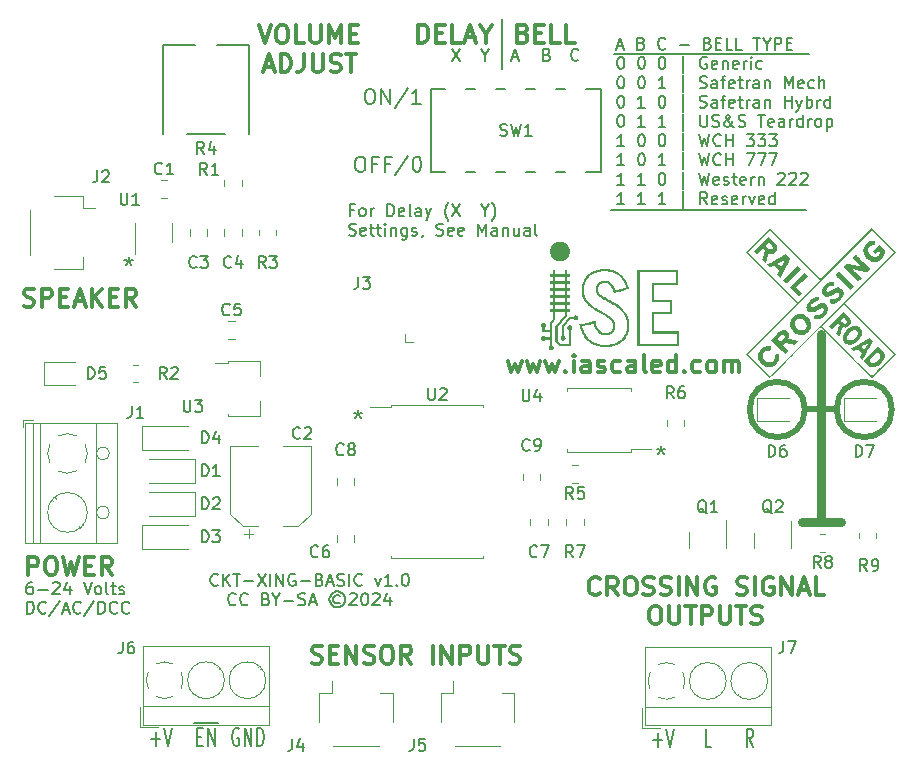
<source format=gto>
G04 #@! TF.GenerationSoftware,KiCad,Pcbnew,6.0.2+dfsg-1*
G04 #@! TF.CreationDate,2024-04-05T20:45:58-06:00*
G04 #@! TF.ProjectId,ckt-xing-basic,636b742d-7869-46e6-972d-62617369632e,rev?*
G04 #@! TF.SameCoordinates,Original*
G04 #@! TF.FileFunction,Legend,Top*
G04 #@! TF.FilePolarity,Positive*
%FSLAX46Y46*%
G04 Gerber Fmt 4.6, Leading zero omitted, Abs format (unit mm)*
G04 Created by KiCad (PCBNEW 6.0.2+dfsg-1) date 2024-04-05 20:45:58*
%MOMM*%
%LPD*%
G01*
G04 APERTURE LIST*
%ADD10C,0.000000*%
%ADD11C,0.508000*%
%ADD12C,0.762000*%
%ADD13C,0.150000*%
%ADD14C,0.203200*%
%ADD15C,0.152400*%
%ADD16C,0.304800*%
%ADD17C,0.300000*%
%ADD18C,0.120000*%
G04 APERTURE END LIST*
D10*
G36*
X72721384Y-44996762D02*
G01*
X72736251Y-44998531D01*
X72751034Y-45001200D01*
X72765621Y-45004743D01*
X72779903Y-45009128D01*
X72793768Y-45014328D01*
X72807106Y-45020314D01*
X72819806Y-45027056D01*
X72831758Y-45034525D01*
X72842851Y-45042694D01*
X72848040Y-45047031D01*
X72852974Y-45051532D01*
X72857638Y-45056193D01*
X72862018Y-45061011D01*
X72870768Y-45071556D01*
X72878768Y-45082402D01*
X72886023Y-45093519D01*
X72892537Y-45104878D01*
X72898317Y-45116448D01*
X72903369Y-45128199D01*
X72907697Y-45140102D01*
X72911307Y-45152127D01*
X72914206Y-45164243D01*
X72916398Y-45176422D01*
X72917889Y-45188633D01*
X72918684Y-45200847D01*
X72918790Y-45213033D01*
X72918211Y-45225162D01*
X72916953Y-45237204D01*
X72915023Y-45249129D01*
X72912424Y-45260908D01*
X72909164Y-45272509D01*
X72905247Y-45283905D01*
X72900679Y-45295064D01*
X72895465Y-45305956D01*
X72889612Y-45316553D01*
X72883124Y-45326824D01*
X72876008Y-45336740D01*
X72868268Y-45346269D01*
X72859911Y-45355384D01*
X72850941Y-45364053D01*
X72841365Y-45372247D01*
X72831188Y-45379937D01*
X72820416Y-45387091D01*
X72809053Y-45393681D01*
X72797107Y-45399677D01*
X72787172Y-45403894D01*
X72776731Y-45407549D01*
X72765856Y-45410641D01*
X72754619Y-45413171D01*
X72743093Y-45415139D01*
X72731349Y-45416545D01*
X72719461Y-45417388D01*
X72707501Y-45417669D01*
X72695541Y-45417388D01*
X72683653Y-45416545D01*
X72671909Y-45415139D01*
X72660383Y-45413171D01*
X72649146Y-45410641D01*
X72638271Y-45407549D01*
X72627830Y-45403894D01*
X72617896Y-45399677D01*
X72611261Y-45396231D01*
X72604140Y-45392050D01*
X72596660Y-45387242D01*
X72588946Y-45381917D01*
X72581124Y-45376183D01*
X72573321Y-45370148D01*
X72565663Y-45363920D01*
X72558276Y-45357609D01*
X72551286Y-45351322D01*
X72544818Y-45345169D01*
X72539000Y-45339258D01*
X72533956Y-45333697D01*
X72529814Y-45328595D01*
X72528121Y-45326250D01*
X72526700Y-45324061D01*
X72525567Y-45322040D01*
X72524738Y-45320202D01*
X72524230Y-45318560D01*
X72524057Y-45317128D01*
X72523333Y-45316475D01*
X72521208Y-45315842D01*
X72513043Y-45314647D01*
X72500132Y-45313568D01*
X72483046Y-45312630D01*
X72462355Y-45311857D01*
X72438629Y-45311274D01*
X72384357Y-45310778D01*
X72244657Y-45310778D01*
X71989246Y-45633216D01*
X71733835Y-45956361D01*
X71733835Y-46747994D01*
X71752179Y-46757872D01*
X71757990Y-46761324D01*
X71764007Y-46765546D01*
X71770170Y-46770465D01*
X71776421Y-46776007D01*
X71782702Y-46782099D01*
X71788952Y-46788667D01*
X71795113Y-46795638D01*
X71801127Y-46802939D01*
X71806934Y-46810497D01*
X71812475Y-46818237D01*
X71817692Y-46826087D01*
X71822525Y-46833973D01*
X71826916Y-46841821D01*
X71830806Y-46849559D01*
X71834135Y-46857114D01*
X71836846Y-46864410D01*
X71839757Y-46874538D01*
X71842146Y-46885271D01*
X71844017Y-46896505D01*
X71845378Y-46908133D01*
X71846235Y-46920051D01*
X71846594Y-46932152D01*
X71846461Y-46944333D01*
X71845842Y-46956486D01*
X71844743Y-46968507D01*
X71843171Y-46980290D01*
X71841132Y-46991730D01*
X71838632Y-47002722D01*
X71835677Y-47013159D01*
X71832273Y-47022938D01*
X71828428Y-47031951D01*
X71824146Y-47040094D01*
X71815977Y-47053050D01*
X71807346Y-47065192D01*
X71798254Y-47076518D01*
X71788703Y-47087024D01*
X71778692Y-47096708D01*
X71768224Y-47105566D01*
X71757298Y-47113595D01*
X71745917Y-47120792D01*
X71734081Y-47127154D01*
X71721792Y-47132678D01*
X71709050Y-47137360D01*
X71695856Y-47141198D01*
X71682211Y-47144189D01*
X71668117Y-47146329D01*
X71653575Y-47147615D01*
X71638584Y-47148044D01*
X71627300Y-47147782D01*
X71616209Y-47147001D01*
X71605321Y-47145713D01*
X71594648Y-47143928D01*
X71584202Y-47141659D01*
X71573992Y-47138915D01*
X71564029Y-47135708D01*
X71554326Y-47132048D01*
X71544892Y-47127947D01*
X71535739Y-47123416D01*
X71526878Y-47118466D01*
X71518319Y-47113107D01*
X71510074Y-47107351D01*
X71502154Y-47101208D01*
X71494569Y-47094690D01*
X71487331Y-47087807D01*
X71480451Y-47080571D01*
X71473939Y-47072993D01*
X71467806Y-47065083D01*
X71462065Y-47056852D01*
X71456725Y-47048312D01*
X71451797Y-47039474D01*
X71447293Y-47030348D01*
X71443223Y-47020945D01*
X71439599Y-47011276D01*
X71436431Y-47001353D01*
X71433730Y-46991187D01*
X71431508Y-46980787D01*
X71429775Y-46970166D01*
X71428543Y-46959335D01*
X71427822Y-46948303D01*
X71427623Y-46937083D01*
X71427897Y-46924828D01*
X71428720Y-46912926D01*
X71430098Y-46901367D01*
X71432033Y-46890141D01*
X71434531Y-46879238D01*
X71437595Y-46868647D01*
X71441230Y-46858357D01*
X71445439Y-46848359D01*
X71450227Y-46838643D01*
X71455598Y-46829196D01*
X71461556Y-46820011D01*
X71468105Y-46811075D01*
X71475249Y-46802380D01*
X71482993Y-46793913D01*
X71491341Y-46785666D01*
X71500296Y-46777628D01*
X71536279Y-46746583D01*
X71536279Y-45880866D01*
X71841785Y-45494222D01*
X72146584Y-45106872D01*
X72333557Y-45106166D01*
X72520529Y-45105461D01*
X72539579Y-45077944D01*
X72544164Y-45071655D01*
X72549170Y-45065498D01*
X72554573Y-45059489D01*
X72560349Y-45053647D01*
X72566471Y-45047985D01*
X72572916Y-45042523D01*
X72579659Y-45037275D01*
X72586675Y-45032259D01*
X72593938Y-45027491D01*
X72601425Y-45022988D01*
X72609110Y-45018766D01*
X72616969Y-45014841D01*
X72624977Y-45011231D01*
X72633109Y-45007951D01*
X72641340Y-45005019D01*
X72649646Y-45002450D01*
X72656396Y-45000732D01*
X72663278Y-44999278D01*
X72677379Y-44997153D01*
X72691837Y-44996044D01*
X72706542Y-44995923D01*
X72721384Y-44996762D01*
G37*
G36*
X73030943Y-45817454D02*
G01*
X73025535Y-45793295D01*
X73022133Y-45774531D01*
X73020945Y-45761861D01*
X73021246Y-45758029D01*
X73022179Y-45755983D01*
X73236414Y-45707222D01*
X73700482Y-45607199D01*
X74163889Y-45509424D01*
X74376140Y-45467410D01*
X74377050Y-45469823D01*
X74378654Y-45475734D01*
X74383548Y-45496427D01*
X74390031Y-45526247D01*
X74397307Y-45561955D01*
X74413937Y-45640206D01*
X74432853Y-45715386D01*
X74454024Y-45787448D01*
X74477420Y-45856348D01*
X74503012Y-45922040D01*
X74530768Y-45984478D01*
X74560660Y-46043618D01*
X74592657Y-46099412D01*
X74609436Y-46126041D01*
X74626730Y-46151817D01*
X74644535Y-46176734D01*
X74662848Y-46200786D01*
X74681664Y-46223968D01*
X74700981Y-46246275D01*
X74720794Y-46267699D01*
X74741100Y-46288236D01*
X74761894Y-46307881D01*
X74783174Y-46326626D01*
X74804935Y-46344468D01*
X74827173Y-46361399D01*
X74849886Y-46377415D01*
X74873068Y-46392509D01*
X74896717Y-46406676D01*
X74920829Y-46419910D01*
X74951620Y-46435240D01*
X74982606Y-46448949D01*
X75013788Y-46461037D01*
X75045161Y-46471504D01*
X75076725Y-46480352D01*
X75108476Y-46487578D01*
X75140414Y-46493184D01*
X75172536Y-46497169D01*
X75204839Y-46499534D01*
X75237323Y-46500278D01*
X75269984Y-46499402D01*
X75302821Y-46496905D01*
X75335832Y-46492787D01*
X75369014Y-46487049D01*
X75402365Y-46479690D01*
X75435885Y-46470711D01*
X75485274Y-46454268D01*
X75532054Y-46434382D01*
X75576144Y-46411166D01*
X75617466Y-46384732D01*
X75655939Y-46355194D01*
X75691484Y-46322664D01*
X75724022Y-46287255D01*
X75753473Y-46249078D01*
X75779756Y-46208248D01*
X75802794Y-46164876D01*
X75822506Y-46119075D01*
X75838812Y-46070958D01*
X75851633Y-46020638D01*
X75860889Y-45968227D01*
X75866502Y-45913838D01*
X75868390Y-45857583D01*
X75867790Y-45826508D01*
X75865974Y-45796205D01*
X75862916Y-45766606D01*
X75858589Y-45737639D01*
X75852969Y-45709234D01*
X75846029Y-45681321D01*
X75837743Y-45653830D01*
X75828085Y-45626690D01*
X75817030Y-45599831D01*
X75804552Y-45573184D01*
X75790625Y-45546676D01*
X75775223Y-45520239D01*
X75758321Y-45493802D01*
X75739892Y-45467295D01*
X75719911Y-45440647D01*
X75698351Y-45413788D01*
X75669287Y-45379898D01*
X75638649Y-45346791D01*
X75605935Y-45314126D01*
X75570645Y-45281563D01*
X75532280Y-45248760D01*
X75490339Y-45215376D01*
X75444321Y-45181070D01*
X75393727Y-45145501D01*
X75276809Y-45069210D01*
X75135582Y-44983775D01*
X74966045Y-44886466D01*
X74764196Y-44774556D01*
X74601026Y-44684399D01*
X74460553Y-44605090D01*
X74339279Y-44534446D01*
X74233706Y-44470285D01*
X74140337Y-44410423D01*
X74055675Y-44352677D01*
X73976221Y-44294866D01*
X73898479Y-44234805D01*
X73857302Y-44200733D01*
X73812214Y-44161064D01*
X73764993Y-44117541D01*
X73717416Y-44071910D01*
X73671261Y-44025916D01*
X73628306Y-43981302D01*
X73590329Y-43939813D01*
X73573762Y-43920786D01*
X73559107Y-43903195D01*
X73513877Y-43844689D01*
X73471841Y-43785291D01*
X73432984Y-43724953D01*
X73397292Y-43663625D01*
X73364750Y-43601260D01*
X73335344Y-43537809D01*
X73309059Y-43473223D01*
X73285880Y-43407453D01*
X73265794Y-43340452D01*
X73248786Y-43272170D01*
X73234842Y-43202559D01*
X73223946Y-43131570D01*
X73216084Y-43059155D01*
X73211243Y-42985265D01*
X73209407Y-42909852D01*
X73210562Y-42832867D01*
X73214879Y-42747372D01*
X73221745Y-42663919D01*
X73231164Y-42582500D01*
X73243139Y-42503107D01*
X73257673Y-42425732D01*
X73274769Y-42350366D01*
X73294431Y-42277000D01*
X73316660Y-42205628D01*
X73341461Y-42136239D01*
X73368837Y-42068827D01*
X73398790Y-42003383D01*
X73431324Y-41939898D01*
X73466442Y-41878364D01*
X73504146Y-41818774D01*
X73544441Y-41761118D01*
X73587329Y-41705389D01*
X73598896Y-41691522D01*
X73612030Y-41676508D01*
X73642197Y-41643807D01*
X73676217Y-41608824D01*
X73712477Y-41573097D01*
X73749366Y-41538164D01*
X73785271Y-41505562D01*
X73818579Y-41476830D01*
X73833756Y-41464396D01*
X73847679Y-41453506D01*
X73900523Y-41415697D01*
X73955314Y-41379803D01*
X74012012Y-41345835D01*
X74070580Y-41313806D01*
X74130979Y-41283728D01*
X74193171Y-41255614D01*
X74257118Y-41229476D01*
X74322782Y-41205327D01*
X74390125Y-41183178D01*
X74459108Y-41163043D01*
X74529692Y-41144933D01*
X74601841Y-41128862D01*
X74675514Y-41114841D01*
X74750676Y-41102883D01*
X74827286Y-41093000D01*
X74905307Y-41085206D01*
X74952681Y-41082397D01*
X75014293Y-41080333D01*
X75085265Y-41079029D01*
X75160718Y-41078503D01*
X75235774Y-41078770D01*
X75305555Y-41079848D01*
X75365183Y-41081752D01*
X75409779Y-41084500D01*
X75565414Y-41103758D01*
X75715492Y-41132596D01*
X75788390Y-41150564D01*
X75859830Y-41170873D01*
X75929790Y-41193506D01*
X75998245Y-41218445D01*
X76065174Y-41245673D01*
X76130554Y-41275171D01*
X76194361Y-41306921D01*
X76256574Y-41340906D01*
X76317168Y-41377108D01*
X76376121Y-41415509D01*
X76433411Y-41456092D01*
X76489014Y-41498838D01*
X76542908Y-41543729D01*
X76595069Y-41590748D01*
X76645475Y-41639877D01*
X76694104Y-41691099D01*
X76740931Y-41744394D01*
X76785934Y-41799746D01*
X76829091Y-41857137D01*
X76870378Y-41916548D01*
X76909773Y-41977963D01*
X76947252Y-42041363D01*
X76982794Y-42106729D01*
X77016374Y-42174046D01*
X77047971Y-42243294D01*
X77077561Y-42314456D01*
X77130629Y-42462450D01*
X77141996Y-42498636D01*
X77153967Y-42539344D01*
X77165889Y-42582021D01*
X77177107Y-42624110D01*
X77186970Y-42663058D01*
X77194823Y-42696308D01*
X77200014Y-42721307D01*
X77201407Y-42729914D01*
X77201890Y-42735500D01*
X77200119Y-42737414D01*
X77194636Y-42740298D01*
X77171507Y-42749280D01*
X77069422Y-42782243D01*
X76879231Y-42839283D01*
X76584529Y-42925294D01*
X76344353Y-42994725D01*
X76147437Y-43051059D01*
X76014021Y-43088608D01*
X75977451Y-43098560D01*
X75964346Y-43101683D01*
X75963147Y-43099205D01*
X75960708Y-43093106D01*
X75952704Y-43071697D01*
X75941525Y-43040763D01*
X75928362Y-43003611D01*
X75897748Y-42920094D01*
X75866443Y-42841988D01*
X75834366Y-42769196D01*
X75801439Y-42701622D01*
X75767582Y-42639171D01*
X75732715Y-42581745D01*
X75714878Y-42554887D01*
X75696759Y-42529250D01*
X75678347Y-42504821D01*
X75659634Y-42481588D01*
X75640608Y-42459540D01*
X75621260Y-42438664D01*
X75601580Y-42418949D01*
X75581558Y-42400382D01*
X75561184Y-42382951D01*
X75540449Y-42366645D01*
X75519341Y-42351451D01*
X75497852Y-42337357D01*
X75475971Y-42324352D01*
X75453688Y-42312423D01*
X75430994Y-42301558D01*
X75407879Y-42291745D01*
X75384331Y-42282973D01*
X75360343Y-42275229D01*
X75335903Y-42268501D01*
X75311001Y-42262778D01*
X75294346Y-42259537D01*
X75276513Y-42256694D01*
X75257682Y-42254249D01*
X75238031Y-42252205D01*
X75196986Y-42249321D01*
X75154809Y-42248049D01*
X75112929Y-42248398D01*
X75072777Y-42250376D01*
X75053796Y-42251978D01*
X75035784Y-42253990D01*
X75018918Y-42256414D01*
X75003379Y-42259250D01*
X74957886Y-42270348D01*
X74915063Y-42284067D01*
X74874903Y-42300418D01*
X74837397Y-42319410D01*
X74819637Y-42329899D01*
X74802537Y-42341051D01*
X74786096Y-42352869D01*
X74770314Y-42365352D01*
X74755189Y-42378502D01*
X74740721Y-42392321D01*
X74726907Y-42406810D01*
X74713748Y-42421969D01*
X74701242Y-42437799D01*
X74689389Y-42454303D01*
X74678186Y-42471481D01*
X74667634Y-42489334D01*
X74648475Y-42527071D01*
X74631904Y-42567523D01*
X74617913Y-42610699D01*
X74606493Y-42656609D01*
X74597636Y-42705261D01*
X74591334Y-42756667D01*
X74589518Y-42778121D01*
X74588312Y-42798622D01*
X74587733Y-42818260D01*
X74587796Y-42837122D01*
X74588516Y-42855298D01*
X74589908Y-42872876D01*
X74591989Y-42889947D01*
X74594774Y-42906597D01*
X74598278Y-42922917D01*
X74602517Y-42938995D01*
X74607507Y-42954920D01*
X74613262Y-42970781D01*
X74619799Y-42986666D01*
X74627132Y-43002666D01*
X74635278Y-43018868D01*
X74644251Y-43035361D01*
X74655622Y-43054586D01*
X74668309Y-43073905D01*
X74682323Y-43093327D01*
X74697675Y-43112862D01*
X74714375Y-43132521D01*
X74732432Y-43152315D01*
X74751858Y-43172254D01*
X74772662Y-43192347D01*
X74794856Y-43212606D01*
X74818449Y-43233041D01*
X74843452Y-43253661D01*
X74869875Y-43274478D01*
X74897728Y-43295502D01*
X74927022Y-43316743D01*
X74957767Y-43338211D01*
X74989973Y-43359917D01*
X75035472Y-43389615D01*
X75081177Y-43418378D01*
X75129810Y-43447787D01*
X75184089Y-43479420D01*
X75320471Y-43555675D01*
X75512084Y-43659778D01*
X75643153Y-43730541D01*
X75755766Y-43792103D01*
X75852901Y-43846173D01*
X75937535Y-43894463D01*
X76012643Y-43938686D01*
X76081203Y-43980552D01*
X76146191Y-44021773D01*
X76210584Y-44064061D01*
X76332674Y-44149086D01*
X76446602Y-44235469D01*
X76552475Y-44323378D01*
X76650399Y-44412980D01*
X76740481Y-44504442D01*
X76822826Y-44597932D01*
X76897542Y-44693617D01*
X76964735Y-44791665D01*
X77024512Y-44892243D01*
X77076978Y-44995518D01*
X77122240Y-45101659D01*
X77160406Y-45210831D01*
X77191580Y-45323204D01*
X77215870Y-45438943D01*
X77233382Y-45558218D01*
X77244223Y-45681194D01*
X77247247Y-45756774D01*
X77247376Y-45834719D01*
X77244695Y-45914086D01*
X77239284Y-45993932D01*
X77231228Y-46073315D01*
X77220609Y-46151293D01*
X77207509Y-46226922D01*
X77192012Y-46299261D01*
X77155913Y-46430539D01*
X77110986Y-46556235D01*
X77057431Y-46676171D01*
X76995449Y-46790173D01*
X76925239Y-46898065D01*
X76847004Y-46999671D01*
X76760942Y-47094815D01*
X76667255Y-47183322D01*
X76566143Y-47265016D01*
X76457807Y-47339721D01*
X76342447Y-47407262D01*
X76220264Y-47467462D01*
X76091458Y-47520147D01*
X75956229Y-47565140D01*
X75814778Y-47602266D01*
X75667307Y-47631349D01*
X75561053Y-47646688D01*
X75451748Y-47658282D01*
X75340840Y-47666089D01*
X75229774Y-47670067D01*
X75119998Y-47670176D01*
X75012959Y-47666374D01*
X74910104Y-47658620D01*
X74860697Y-47653248D01*
X74812879Y-47646872D01*
X74698110Y-47626988D01*
X74586647Y-47601740D01*
X74478503Y-47571135D01*
X74373693Y-47535185D01*
X74272232Y-47493897D01*
X74174134Y-47447281D01*
X74079413Y-47395347D01*
X73988085Y-47338103D01*
X73900163Y-47275560D01*
X73815662Y-47207725D01*
X73734596Y-47134610D01*
X73656981Y-47056223D01*
X73582829Y-46972572D01*
X73512157Y-46883669D01*
X73444978Y-46789521D01*
X73381307Y-46690139D01*
X73357727Y-46649564D01*
X73331179Y-46600886D01*
X73302862Y-46546519D01*
X73273974Y-46488879D01*
X73245715Y-46430378D01*
X73219282Y-46373432D01*
X73195876Y-46320455D01*
X73176695Y-46273861D01*
X73149654Y-46202065D01*
X73121497Y-46121108D01*
X73093885Y-46036579D01*
X73068481Y-45954068D01*
X73053620Y-45902378D01*
X73249839Y-45902378D01*
X73250073Y-45905825D01*
X73250770Y-45910157D01*
X73251945Y-45915495D01*
X73253611Y-45921959D01*
X73255784Y-45929671D01*
X73261707Y-45949320D01*
X73269829Y-45975411D01*
X73288171Y-46031996D01*
X73307458Y-46087937D01*
X73327658Y-46143169D01*
X73348741Y-46197628D01*
X73370676Y-46251247D01*
X73393431Y-46303961D01*
X73416976Y-46355706D01*
X73441279Y-46406417D01*
X73466310Y-46456028D01*
X73492038Y-46504474D01*
X73518431Y-46551690D01*
X73545459Y-46597611D01*
X73573090Y-46642173D01*
X73601294Y-46685308D01*
X73630040Y-46726954D01*
X73659296Y-46767044D01*
X73720534Y-46844569D01*
X73784408Y-46917611D01*
X73850940Y-46986184D01*
X73920153Y-47050303D01*
X73992070Y-47109981D01*
X74066713Y-47165234D01*
X74144105Y-47216075D01*
X74224269Y-47262521D01*
X74307228Y-47304583D01*
X74393005Y-47342279D01*
X74481621Y-47375621D01*
X74573100Y-47404624D01*
X74667465Y-47429303D01*
X74764739Y-47449672D01*
X74864943Y-47465746D01*
X74968101Y-47477538D01*
X75023843Y-47481128D01*
X75091640Y-47482973D01*
X75167605Y-47483181D01*
X75247854Y-47481860D01*
X75328500Y-47479116D01*
X75405656Y-47475058D01*
X75475437Y-47469792D01*
X75533957Y-47463427D01*
X75616591Y-47451058D01*
X75697015Y-47436437D01*
X75775235Y-47419563D01*
X75851258Y-47400434D01*
X75925090Y-47379048D01*
X75996738Y-47355403D01*
X76066206Y-47329496D01*
X76133502Y-47301326D01*
X76198632Y-47270890D01*
X76261602Y-47238187D01*
X76322418Y-47203214D01*
X76381086Y-47165970D01*
X76437613Y-47126451D01*
X76492005Y-47084657D01*
X76544267Y-47040585D01*
X76594407Y-46994233D01*
X76640383Y-46947797D01*
X76683874Y-46899997D01*
X76724910Y-46850775D01*
X76763519Y-46800073D01*
X76799731Y-46747833D01*
X76833573Y-46693997D01*
X76865076Y-46638508D01*
X76894268Y-46581307D01*
X76921177Y-46522336D01*
X76945834Y-46461539D01*
X76968266Y-46398856D01*
X76988504Y-46334230D01*
X77006575Y-46267603D01*
X77022508Y-46198918D01*
X77036333Y-46128115D01*
X77048079Y-46055139D01*
X77050652Y-46033841D01*
X77052817Y-46007955D01*
X77055950Y-45945028D01*
X77057530Y-45871584D01*
X77057604Y-45792848D01*
X77056223Y-45714047D01*
X77053437Y-45640404D01*
X77049294Y-45577147D01*
X77043845Y-45529500D01*
X77037118Y-45490753D01*
X77028786Y-45448923D01*
X77019165Y-45405290D01*
X77008568Y-45361136D01*
X76997309Y-45317743D01*
X76985704Y-45276393D01*
X76974065Y-45238366D01*
X76962707Y-45204944D01*
X76951852Y-45176584D01*
X76939962Y-45147662D01*
X76927095Y-45118277D01*
X76913307Y-45088528D01*
X76898654Y-45058514D01*
X76883195Y-45028335D01*
X76850082Y-44967878D01*
X76814423Y-44907949D01*
X76776671Y-44849344D01*
X76757153Y-44820786D01*
X76737283Y-44792856D01*
X76717117Y-44765653D01*
X76696712Y-44739277D01*
X76682924Y-44722545D01*
X76666639Y-44703774D01*
X76627843Y-44661358D01*
X76582846Y-44614510D01*
X76534170Y-44565711D01*
X76484336Y-44517441D01*
X76435866Y-44472181D01*
X76391283Y-44432411D01*
X76353107Y-44400611D01*
X76265647Y-44333399D01*
X76178757Y-44270238D01*
X76088180Y-44208499D01*
X75989658Y-44145553D01*
X75878931Y-44078770D01*
X75751742Y-44005522D01*
X75603833Y-43923179D01*
X75430946Y-43829111D01*
X75257005Y-43734385D01*
X75111913Y-43653251D01*
X75048927Y-43616965D01*
X74991642Y-43583098D01*
X74939556Y-43551323D01*
X74892166Y-43521312D01*
X74848967Y-43492741D01*
X74809457Y-43465281D01*
X74773133Y-43438607D01*
X74739490Y-43412392D01*
X74708026Y-43386309D01*
X74678238Y-43360032D01*
X74649621Y-43333234D01*
X74621673Y-43305589D01*
X74594916Y-43277855D01*
X74570171Y-43250673D01*
X74547380Y-43223930D01*
X74526489Y-43197517D01*
X74507443Y-43171324D01*
X74490184Y-43145239D01*
X74474657Y-43119152D01*
X74460807Y-43092952D01*
X74448577Y-43066529D01*
X74437912Y-43039772D01*
X74428756Y-43012571D01*
X74421053Y-42984815D01*
X74414747Y-42956393D01*
X74409783Y-42927195D01*
X74406105Y-42897110D01*
X74403657Y-42866028D01*
X74401967Y-42817174D01*
X74402940Y-42768618D01*
X74406509Y-42720528D01*
X74412609Y-42673069D01*
X74421172Y-42626409D01*
X74432133Y-42580712D01*
X74445425Y-42536146D01*
X74460983Y-42492877D01*
X74478741Y-42451072D01*
X74498631Y-42410896D01*
X74520589Y-42372517D01*
X74544547Y-42336100D01*
X74570441Y-42301813D01*
X74598203Y-42269821D01*
X74627767Y-42240291D01*
X74643205Y-42226501D01*
X74659068Y-42213389D01*
X74705650Y-42179955D01*
X74755930Y-42150575D01*
X74809456Y-42125267D01*
X74865774Y-42104050D01*
X74924431Y-42086942D01*
X74984977Y-42073962D01*
X75046956Y-42065128D01*
X75109918Y-42060460D01*
X75173408Y-42059975D01*
X75236976Y-42063693D01*
X75300167Y-42071631D01*
X75362529Y-42083809D01*
X75423609Y-42100245D01*
X75482956Y-42120958D01*
X75540115Y-42145966D01*
X75594635Y-42175289D01*
X75610478Y-42185303D01*
X75627457Y-42197228D01*
X75645382Y-42210876D01*
X75664066Y-42226056D01*
X75683320Y-42242579D01*
X75702957Y-42260257D01*
X75722788Y-42278901D01*
X75742625Y-42298320D01*
X75762280Y-42318327D01*
X75781565Y-42338731D01*
X75800293Y-42359344D01*
X75818274Y-42379977D01*
X75835320Y-42400440D01*
X75851245Y-42420545D01*
X75865858Y-42440102D01*
X75878974Y-42458922D01*
X75901044Y-42493875D01*
X75924041Y-42532961D01*
X75947435Y-42575157D01*
X75970696Y-42619436D01*
X75993296Y-42664774D01*
X76014705Y-42710144D01*
X76034394Y-42754523D01*
X76051834Y-42796884D01*
X76056170Y-42807770D01*
X76060194Y-42817695D01*
X76063924Y-42826689D01*
X76067379Y-42834785D01*
X76070577Y-42842012D01*
X76073538Y-42848403D01*
X76074936Y-42851293D01*
X76076280Y-42853987D01*
X76077575Y-42856486D01*
X76078822Y-42858796D01*
X76080023Y-42860919D01*
X76081181Y-42862861D01*
X76082299Y-42864624D01*
X76083378Y-42866212D01*
X76084420Y-42867630D01*
X76085429Y-42868882D01*
X76086406Y-42869971D01*
X76087355Y-42870900D01*
X76088276Y-42871675D01*
X76089173Y-42872299D01*
X76090047Y-42872775D01*
X76090902Y-42873108D01*
X76091739Y-42873301D01*
X76092560Y-42873359D01*
X76093369Y-42873285D01*
X76094168Y-42873083D01*
X76531612Y-42746083D01*
X76836500Y-42657448D01*
X76931960Y-42629105D01*
X76959221Y-42620750D01*
X76970468Y-42616967D01*
X76972194Y-42616118D01*
X76973658Y-42615105D01*
X76974847Y-42613846D01*
X76975748Y-42612259D01*
X76976348Y-42610263D01*
X76976632Y-42607777D01*
X76976587Y-42604717D01*
X76976200Y-42601003D01*
X76975458Y-42596554D01*
X76974347Y-42591287D01*
X76970964Y-42577974D01*
X76965944Y-42560411D01*
X76959179Y-42537944D01*
X76944567Y-42492529D01*
X76928797Y-42447344D01*
X76911906Y-42402452D01*
X76893926Y-42357917D01*
X76874892Y-42313805D01*
X76854838Y-42270178D01*
X76833798Y-42227101D01*
X76811806Y-42184637D01*
X76788896Y-42142852D01*
X76765103Y-42101809D01*
X76740460Y-42061572D01*
X76715001Y-42022205D01*
X76688762Y-41983773D01*
X76661775Y-41946339D01*
X76634074Y-41909967D01*
X76605695Y-41874722D01*
X76593157Y-41860024D01*
X76579207Y-41844353D01*
X76547774Y-41810759D01*
X76512802Y-41775280D01*
X76475697Y-41739256D01*
X76437864Y-41704025D01*
X76400709Y-41670927D01*
X76365638Y-41641302D01*
X76349323Y-41628210D01*
X76334057Y-41616489D01*
X76288570Y-41583555D01*
X76242057Y-41552221D01*
X76194501Y-41522480D01*
X76145883Y-41494328D01*
X76096186Y-41467760D01*
X76045392Y-41442769D01*
X75993484Y-41419352D01*
X75940445Y-41397502D01*
X75886256Y-41377215D01*
X75830901Y-41358486D01*
X75774361Y-41341309D01*
X75716619Y-41325679D01*
X75657657Y-41311591D01*
X75597458Y-41299040D01*
X75536005Y-41288021D01*
X75473279Y-41278528D01*
X75427072Y-41273849D01*
X75364899Y-41269940D01*
X75291894Y-41266907D01*
X75213193Y-41264858D01*
X75133930Y-41263900D01*
X75059239Y-41264141D01*
X74994255Y-41265689D01*
X74944112Y-41268650D01*
X74783075Y-41287408D01*
X74705717Y-41300030D01*
X74630478Y-41314803D01*
X74557365Y-41331720D01*
X74486390Y-41350772D01*
X74417559Y-41371953D01*
X74350883Y-41395253D01*
X74286370Y-41420666D01*
X74224030Y-41448184D01*
X74163870Y-41477799D01*
X74105900Y-41509504D01*
X74050129Y-41543289D01*
X73996566Y-41579149D01*
X73945219Y-41617075D01*
X73896098Y-41657058D01*
X73849211Y-41699093D01*
X73804568Y-41743170D01*
X73762177Y-41789282D01*
X73722047Y-41837421D01*
X73684188Y-41887580D01*
X73648607Y-41939751D01*
X73615315Y-41993926D01*
X73584319Y-42050097D01*
X73555630Y-42108256D01*
X73529255Y-42168397D01*
X73505203Y-42230510D01*
X73483484Y-42294588D01*
X73464107Y-42360624D01*
X73447080Y-42428610D01*
X73432412Y-42498538D01*
X73420112Y-42570400D01*
X73412596Y-42624339D01*
X73406451Y-42677896D01*
X73401673Y-42731006D01*
X73398262Y-42783599D01*
X73396216Y-42835609D01*
X73395531Y-42886970D01*
X73396207Y-42937613D01*
X73398240Y-42987471D01*
X73401630Y-43036478D01*
X73406373Y-43084567D01*
X73412469Y-43131669D01*
X73419914Y-43177718D01*
X73428707Y-43222647D01*
X73438846Y-43266388D01*
X73450328Y-43308874D01*
X73463151Y-43350039D01*
X73477469Y-43390901D01*
X73493657Y-43431934D01*
X73511649Y-43473044D01*
X73531381Y-43514135D01*
X73552787Y-43555116D01*
X73575802Y-43595890D01*
X73600361Y-43636365D01*
X73626399Y-43676446D01*
X73653851Y-43716040D01*
X73682652Y-43755051D01*
X73712737Y-43793386D01*
X73744040Y-43830952D01*
X73776496Y-43867653D01*
X73810041Y-43903397D01*
X73844609Y-43938088D01*
X73880135Y-43971633D01*
X73964206Y-44045565D01*
X74051188Y-44116074D01*
X74144850Y-44185623D01*
X74248964Y-44256677D01*
X74367299Y-44331701D01*
X74503625Y-44413157D01*
X74661714Y-44503509D01*
X74845334Y-44605222D01*
X75051092Y-44718805D01*
X75133118Y-44764877D01*
X75203933Y-44805335D01*
X75265553Y-44841328D01*
X75319997Y-44874006D01*
X75369281Y-44904517D01*
X75415423Y-44934011D01*
X75475634Y-44974288D01*
X75532248Y-45013969D01*
X75585373Y-45053168D01*
X75635116Y-45092000D01*
X75681584Y-45130580D01*
X75724887Y-45169023D01*
X75765129Y-45207443D01*
X75802421Y-45245955D01*
X75836867Y-45284673D01*
X75868577Y-45323713D01*
X75897658Y-45363189D01*
X75924217Y-45403216D01*
X75948362Y-45443909D01*
X75970199Y-45485382D01*
X75989838Y-45527750D01*
X76007384Y-45571128D01*
X76017148Y-45599276D01*
X76025800Y-45628600D01*
X76033336Y-45658970D01*
X76039752Y-45690256D01*
X76045043Y-45722328D01*
X76049205Y-45755054D01*
X76052235Y-45788306D01*
X76054127Y-45821953D01*
X76054879Y-45855864D01*
X76054486Y-45889909D01*
X76052943Y-45923959D01*
X76050247Y-45957882D01*
X76046393Y-45991550D01*
X76041378Y-46024830D01*
X76035197Y-46057594D01*
X76027846Y-46089711D01*
X76008553Y-46154930D01*
X75984893Y-46216901D01*
X75956999Y-46275520D01*
X75925000Y-46330681D01*
X75889028Y-46382277D01*
X75849215Y-46430205D01*
X75805691Y-46474358D01*
X75758588Y-46514632D01*
X75708037Y-46550920D01*
X75654170Y-46583118D01*
X75597117Y-46611119D01*
X75537011Y-46634819D01*
X75473981Y-46654112D01*
X75408160Y-46668892D01*
X75339678Y-46679055D01*
X75268668Y-46684494D01*
X75224995Y-46685283D01*
X75181837Y-46683963D01*
X75139218Y-46680555D01*
X75097165Y-46675083D01*
X75055705Y-46667571D01*
X75014863Y-46658041D01*
X74974666Y-46646517D01*
X74935139Y-46633022D01*
X74896308Y-46617578D01*
X74858200Y-46600209D01*
X74820841Y-46580938D01*
X74784257Y-46559789D01*
X74748474Y-46536783D01*
X74713518Y-46511945D01*
X74679415Y-46485298D01*
X74646192Y-46456864D01*
X74613873Y-46426667D01*
X74582487Y-46394730D01*
X74552057Y-46361076D01*
X74522612Y-46325729D01*
X74466776Y-46250044D01*
X74415188Y-46167862D01*
X74368057Y-46079367D01*
X74325591Y-45984744D01*
X74287999Y-45884179D01*
X74255490Y-45777855D01*
X74250780Y-45760026D01*
X74246252Y-45743305D01*
X74242021Y-45728072D01*
X74238204Y-45714708D01*
X74234916Y-45703593D01*
X74232273Y-45695107D01*
X74230391Y-45689631D01*
X74229771Y-45688140D01*
X74229385Y-45687545D01*
X73764512Y-45784646D01*
X73259951Y-45892861D01*
X73255109Y-45894180D01*
X73253245Y-45895017D01*
X73251771Y-45896135D01*
X73250703Y-45897654D01*
X73250054Y-45899694D01*
X73249839Y-45902378D01*
X73053620Y-45902378D01*
X73046946Y-45879163D01*
X73030943Y-45817454D01*
G37*
D11*
X92106514Y-52959000D02*
G75*
G03*
X92106514Y-52959000I-2341764J0D01*
G01*
X92106514Y-52959000D02*
X94788986Y-52959000D01*
D12*
X93447750Y-46609000D02*
X93447750Y-62230000D01*
D10*
G36*
X71387407Y-38757402D02*
G01*
X71430005Y-38758749D01*
X71469692Y-38760907D01*
X71503691Y-38763826D01*
X71517689Y-38765555D01*
X71529223Y-38767456D01*
X71559971Y-38773837D01*
X71590293Y-38781335D01*
X71620176Y-38789941D01*
X71649609Y-38799647D01*
X71678579Y-38810444D01*
X71707073Y-38822324D01*
X71735080Y-38835279D01*
X71762586Y-38849300D01*
X71789580Y-38864380D01*
X71816048Y-38880510D01*
X71841980Y-38897682D01*
X71867361Y-38915887D01*
X71892180Y-38935118D01*
X71916425Y-38955365D01*
X71940082Y-38976621D01*
X71963140Y-38998878D01*
X71982975Y-39019358D01*
X72001999Y-39040314D01*
X72020211Y-39061744D01*
X72037609Y-39083644D01*
X72054193Y-39106011D01*
X72069961Y-39128842D01*
X72084913Y-39152134D01*
X72099048Y-39175884D01*
X72112364Y-39200089D01*
X72124860Y-39224745D01*
X72136535Y-39249850D01*
X72147389Y-39275401D01*
X72157421Y-39301393D01*
X72166628Y-39327825D01*
X72175011Y-39354693D01*
X72182568Y-39381994D01*
X72189059Y-39409396D01*
X72194513Y-39437797D01*
X72198933Y-39467053D01*
X72202323Y-39497022D01*
X72204689Y-39527562D01*
X72206033Y-39558529D01*
X72206360Y-39589782D01*
X72205675Y-39621178D01*
X72203980Y-39652573D01*
X72201282Y-39683826D01*
X72197582Y-39714794D01*
X72192886Y-39745334D01*
X72187199Y-39775303D01*
X72180523Y-39804559D01*
X72172863Y-39832959D01*
X72164223Y-39860361D01*
X72155729Y-39884302D01*
X72146640Y-39907723D01*
X72136938Y-39930650D01*
X72126608Y-39953109D01*
X72115634Y-39975125D01*
X72103998Y-39996725D01*
X72091683Y-40017934D01*
X72078675Y-40038778D01*
X72064955Y-40059284D01*
X72050508Y-40079476D01*
X72035316Y-40099381D01*
X72019364Y-40119024D01*
X72002635Y-40138432D01*
X71985112Y-40157630D01*
X71966778Y-40176644D01*
X71947618Y-40195500D01*
X71919621Y-40221446D01*
X71890923Y-40245841D01*
X71861518Y-40268688D01*
X71831400Y-40289989D01*
X71800562Y-40309749D01*
X71768999Y-40327969D01*
X71736705Y-40344654D01*
X71703672Y-40359806D01*
X71669895Y-40373429D01*
X71635368Y-40385525D01*
X71600085Y-40396097D01*
X71564038Y-40405149D01*
X71527223Y-40412684D01*
X71489632Y-40418705D01*
X71451261Y-40423215D01*
X71412101Y-40426217D01*
X71368376Y-40427545D01*
X71324833Y-40426521D01*
X71281554Y-40423176D01*
X71238623Y-40417540D01*
X71196121Y-40409643D01*
X71154132Y-40399514D01*
X71112739Y-40387184D01*
X71072023Y-40372683D01*
X71032069Y-40356040D01*
X70992957Y-40337285D01*
X70954772Y-40316449D01*
X70917595Y-40293561D01*
X70881510Y-40268652D01*
X70846599Y-40241751D01*
X70812944Y-40212889D01*
X70780629Y-40182094D01*
X70751237Y-40151449D01*
X70723660Y-40119857D01*
X70697907Y-40087347D01*
X70673991Y-40053948D01*
X70651923Y-40019689D01*
X70631714Y-39984599D01*
X70613376Y-39948708D01*
X70596920Y-39912043D01*
X70582357Y-39874634D01*
X70569700Y-39836510D01*
X70558958Y-39797700D01*
X70550144Y-39758232D01*
X70543269Y-39718136D01*
X70538344Y-39677440D01*
X70535380Y-39636174D01*
X70534390Y-39594366D01*
X70535146Y-39557893D01*
X70537398Y-39521784D01*
X70541117Y-39486074D01*
X70546278Y-39450797D01*
X70552855Y-39415987D01*
X70560821Y-39381679D01*
X70570149Y-39347906D01*
X70580814Y-39314702D01*
X70592787Y-39282102D01*
X70606044Y-39250140D01*
X70620557Y-39218849D01*
X70636300Y-39188265D01*
X70653247Y-39158420D01*
X70671371Y-39129349D01*
X70690645Y-39101087D01*
X70711044Y-39073667D01*
X70732540Y-39047123D01*
X70755107Y-39021490D01*
X70778719Y-38996802D01*
X70803349Y-38973092D01*
X70828970Y-38950395D01*
X70855557Y-38928746D01*
X70883083Y-38908177D01*
X70911521Y-38888723D01*
X70940844Y-38870419D01*
X70971027Y-38853298D01*
X71002042Y-38837395D01*
X71033864Y-38822743D01*
X71066466Y-38809377D01*
X71099821Y-38797330D01*
X71133902Y-38786638D01*
X71168685Y-38777334D01*
X71191284Y-38772020D01*
X71212958Y-38767103D01*
X71222662Y-38765000D01*
X71231192Y-38763245D01*
X71238234Y-38761919D01*
X71243473Y-38761106D01*
X71255504Y-38759782D01*
X71269932Y-38758716D01*
X71304592Y-38757335D01*
X71344677Y-38756914D01*
X71387407Y-38757402D01*
G37*
D13*
X75946000Y-22860000D02*
X92456000Y-22860000D01*
D10*
G36*
X70534390Y-44097222D02*
G01*
X70534390Y-43871444D01*
X70788390Y-43871444D01*
X70985946Y-43871444D01*
X71755001Y-43871444D01*
X71755001Y-43497500D01*
X70985946Y-43497500D01*
X70985946Y-43871444D01*
X70788390Y-43871444D01*
X70788390Y-43497500D01*
X70534390Y-43497500D01*
X70534390Y-43271722D01*
X70788390Y-43271722D01*
X70985946Y-43271722D01*
X71755001Y-43271722D01*
X71755001Y-42897778D01*
X70985946Y-42897778D01*
X70985946Y-43271722D01*
X70788390Y-43271722D01*
X70788390Y-42897778D01*
X70534390Y-42897778D01*
X70534390Y-42679055D01*
X70788390Y-42679055D01*
X70985946Y-42679055D01*
X71755001Y-42679055D01*
X71755001Y-42305111D01*
X70985946Y-42305111D01*
X70985946Y-42679055D01*
X70788390Y-42679055D01*
X70788390Y-42305111D01*
X70534390Y-42305111D01*
X70534390Y-42079333D01*
X70788390Y-42079333D01*
X70985946Y-42079333D01*
X71755001Y-42079333D01*
X71755001Y-41705389D01*
X70985946Y-41705389D01*
X70985946Y-42079333D01*
X70788390Y-42079333D01*
X70788390Y-41705389D01*
X70534390Y-41705389D01*
X70534390Y-41486667D01*
X70788390Y-41486667D01*
X70788390Y-41133889D01*
X70985946Y-41133889D01*
X70985946Y-41486667D01*
X71755001Y-41486667D01*
X71755001Y-41133889D01*
X71952557Y-41133889D01*
X71952557Y-41486667D01*
X72206557Y-41486667D01*
X72206557Y-41705389D01*
X71952557Y-41705389D01*
X71952557Y-42079333D01*
X72206557Y-42079333D01*
X72206557Y-42305111D01*
X71952557Y-42305111D01*
X71952557Y-42679055D01*
X72206557Y-42679055D01*
X72206557Y-42897778D01*
X71952557Y-42897778D01*
X71952557Y-43271722D01*
X72206557Y-43271722D01*
X72206557Y-43497500D01*
X71952557Y-43497500D01*
X71952557Y-43871444D01*
X72206557Y-43871444D01*
X72206557Y-44097222D01*
X71952557Y-44097222D01*
X71952557Y-44464111D01*
X72206557Y-44464111D01*
X72206557Y-44696945D01*
X71952557Y-44696945D01*
X71952557Y-45025733D01*
X71560973Y-45520327D01*
X71169390Y-46015627D01*
X71169390Y-47127583D01*
X71441029Y-47399222D01*
X72107779Y-47399222D01*
X72107779Y-46814316D01*
X72107751Y-46624049D01*
X72107686Y-46546716D01*
X72107558Y-46480159D01*
X72107465Y-46450666D01*
X72107348Y-46423561D01*
X72107206Y-46398741D01*
X72107035Y-46376104D01*
X72106833Y-46355549D01*
X72106597Y-46336972D01*
X72106326Y-46320272D01*
X72106015Y-46305346D01*
X72105663Y-46292093D01*
X72105267Y-46280409D01*
X72104825Y-46270194D01*
X72104586Y-46265604D01*
X72104334Y-46261344D01*
X72104069Y-46257399D01*
X72103791Y-46253758D01*
X72103499Y-46250406D01*
X72103193Y-46247333D01*
X72102874Y-46244524D01*
X72102539Y-46241967D01*
X72102190Y-46239649D01*
X72101826Y-46237558D01*
X72101446Y-46235680D01*
X72101050Y-46234003D01*
X72100638Y-46232515D01*
X72100210Y-46231202D01*
X72099765Y-46230051D01*
X72099303Y-46229050D01*
X72098823Y-46228187D01*
X72098326Y-46227447D01*
X72097810Y-46226819D01*
X72097276Y-46226290D01*
X72096723Y-46225847D01*
X72096152Y-46225476D01*
X72095561Y-46225167D01*
X72094950Y-46224905D01*
X72093668Y-46224472D01*
X72091338Y-46223580D01*
X72088856Y-46222368D01*
X72083481Y-46219047D01*
X72077644Y-46214632D01*
X72071443Y-46209247D01*
X72064977Y-46203015D01*
X72058346Y-46196058D01*
X72051649Y-46188500D01*
X72044985Y-46180463D01*
X72038453Y-46172070D01*
X72032152Y-46163445D01*
X72026183Y-46154711D01*
X72020643Y-46145990D01*
X72015632Y-46137405D01*
X72011250Y-46129080D01*
X72007596Y-46121137D01*
X72004768Y-46113700D01*
X72001741Y-46103550D01*
X71999269Y-46092987D01*
X71997348Y-46082079D01*
X71995970Y-46070893D01*
X71995130Y-46059496D01*
X71994821Y-46047955D01*
X71995037Y-46036338D01*
X71995772Y-46024712D01*
X71997019Y-46013143D01*
X71998773Y-46001700D01*
X72001027Y-45990449D01*
X72003776Y-45979457D01*
X72007012Y-45968792D01*
X72010729Y-45958520D01*
X72014922Y-45948710D01*
X72019584Y-45939428D01*
X72024113Y-45931344D01*
X72028725Y-45923738D01*
X72033455Y-45916578D01*
X72038337Y-45909827D01*
X72043405Y-45903453D01*
X72048693Y-45897421D01*
X72054235Y-45891696D01*
X72060066Y-45886246D01*
X72066219Y-45881035D01*
X72072728Y-45876031D01*
X72079629Y-45871197D01*
X72086954Y-45866501D01*
X72094738Y-45861909D01*
X72103015Y-45857386D01*
X72111819Y-45852898D01*
X72121184Y-45848411D01*
X72132512Y-45843435D01*
X72137673Y-45841365D01*
X72142616Y-45839558D01*
X72147426Y-45838004D01*
X72152190Y-45836690D01*
X72156996Y-45835606D01*
X72161930Y-45834741D01*
X72167079Y-45834081D01*
X72172530Y-45833617D01*
X72178370Y-45833338D01*
X72184685Y-45833230D01*
X72191562Y-45833284D01*
X72199088Y-45833488D01*
X72216434Y-45834299D01*
X72228491Y-45835097D01*
X72239828Y-45836182D01*
X72250504Y-45837577D01*
X72260576Y-45839304D01*
X72270102Y-45841388D01*
X72279141Y-45843849D01*
X72287749Y-45846712D01*
X72295986Y-45849998D01*
X72303908Y-45853731D01*
X72311574Y-45857933D01*
X72319042Y-45862627D01*
X72326369Y-45867836D01*
X72333613Y-45873582D01*
X72340833Y-45879888D01*
X72348085Y-45886777D01*
X72355429Y-45894272D01*
X72363295Y-45902764D01*
X72370505Y-45911082D01*
X72377077Y-45919283D01*
X72383034Y-45927422D01*
X72388395Y-45935557D01*
X72393182Y-45943745D01*
X72397414Y-45952042D01*
X72401114Y-45960506D01*
X72404300Y-45969193D01*
X72406995Y-45978160D01*
X72409219Y-45987464D01*
X72410991Y-45997162D01*
X72412334Y-46007310D01*
X72413268Y-46017966D01*
X72413813Y-46029186D01*
X72413990Y-46041027D01*
X72413840Y-46054540D01*
X72413122Y-46067567D01*
X72411829Y-46080121D01*
X72409955Y-46092213D01*
X72407494Y-46103855D01*
X72404440Y-46115057D01*
X72400787Y-46125832D01*
X72396527Y-46136190D01*
X72391656Y-46146142D01*
X72388990Y-46150970D01*
X72386167Y-46155701D01*
X72383189Y-46160337D01*
X72380054Y-46164878D01*
X72373310Y-46173683D01*
X72365930Y-46182129D01*
X72357907Y-46190227D01*
X72349234Y-46197987D01*
X72339907Y-46205422D01*
X72306040Y-46231528D01*
X72306040Y-46913799D01*
X72305334Y-47596777D01*
X71356362Y-47596777D01*
X71164451Y-47404867D01*
X70971835Y-47212250D01*
X70971835Y-45939428D01*
X71363418Y-45444128D01*
X71755001Y-44949533D01*
X71755001Y-44696945D01*
X70985946Y-44696945D01*
X70985946Y-45019383D01*
X70985240Y-45342527D01*
X70858946Y-45501277D01*
X70732651Y-45660027D01*
X70731946Y-46605472D01*
X70731946Y-47550916D01*
X70767223Y-47581256D01*
X70776768Y-47589728D01*
X70785569Y-47598237D01*
X70793645Y-47606818D01*
X70801013Y-47615508D01*
X70807690Y-47624342D01*
X70813695Y-47633357D01*
X70819044Y-47642590D01*
X70823756Y-47652075D01*
X70827848Y-47661850D01*
X70831337Y-47671951D01*
X70834241Y-47682413D01*
X70836577Y-47693273D01*
X70838364Y-47704567D01*
X70839619Y-47716332D01*
X70840359Y-47728603D01*
X70840601Y-47741416D01*
X70840680Y-47757955D01*
X70840556Y-47765251D01*
X70840304Y-47771998D01*
X70839906Y-47778274D01*
X70839349Y-47784155D01*
X70838615Y-47789718D01*
X70837691Y-47795039D01*
X70836560Y-47800194D01*
X70835206Y-47805261D01*
X70833615Y-47810315D01*
X70831771Y-47815433D01*
X70829658Y-47820692D01*
X70827260Y-47826168D01*
X70824563Y-47831937D01*
X70821551Y-47838077D01*
X70814227Y-47851809D01*
X70806280Y-47864692D01*
X70797717Y-47876720D01*
X70788544Y-47887885D01*
X70778768Y-47898182D01*
X70768395Y-47907605D01*
X70757430Y-47916147D01*
X70745880Y-47923802D01*
X70733752Y-47930565D01*
X70721051Y-47936428D01*
X70707784Y-47941386D01*
X70693956Y-47945432D01*
X70679574Y-47948561D01*
X70664645Y-47950765D01*
X70649174Y-47952039D01*
X70633168Y-47952377D01*
X70620580Y-47952144D01*
X70608462Y-47951435D01*
X70596792Y-47950238D01*
X70585543Y-47948541D01*
X70574691Y-47946331D01*
X70564211Y-47943596D01*
X70554078Y-47940324D01*
X70544268Y-47936502D01*
X70534755Y-47932118D01*
X70525516Y-47927159D01*
X70516524Y-47921613D01*
X70507755Y-47915468D01*
X70499185Y-47908711D01*
X70490789Y-47901329D01*
X70482541Y-47893311D01*
X70474418Y-47884644D01*
X70467049Y-47876056D01*
X70460282Y-47867466D01*
X70454106Y-47858838D01*
X70448511Y-47850138D01*
X70443486Y-47841331D01*
X70439022Y-47832381D01*
X70435107Y-47823253D01*
X70431732Y-47813912D01*
X70428886Y-47804324D01*
X70426559Y-47794452D01*
X70424740Y-47784261D01*
X70423420Y-47773718D01*
X70422587Y-47762785D01*
X70422232Y-47751429D01*
X70422344Y-47739614D01*
X70422912Y-47727305D01*
X70423970Y-47715416D01*
X70425554Y-47703829D01*
X70427661Y-47692548D01*
X70430288Y-47681577D01*
X70433431Y-47670919D01*
X70437088Y-47660581D01*
X70441256Y-47650564D01*
X70445931Y-47640875D01*
X70451111Y-47631516D01*
X70456791Y-47622492D01*
X70462970Y-47613806D01*
X70469644Y-47605465D01*
X70476810Y-47597470D01*
X70484465Y-47589827D01*
X70492606Y-47582539D01*
X70501229Y-47575611D01*
X70534390Y-47550916D01*
X70534390Y-47039388D01*
X70171029Y-47039388D01*
X70139985Y-47075372D01*
X70130280Y-47085995D01*
X70120109Y-47095777D01*
X70109510Y-47104722D01*
X70098521Y-47112837D01*
X70087180Y-47120126D01*
X70075525Y-47126595D01*
X70063594Y-47132250D01*
X70051426Y-47137097D01*
X70039059Y-47141141D01*
X70026530Y-47144387D01*
X70013878Y-47146841D01*
X70001140Y-47148509D01*
X69988356Y-47149396D01*
X69975563Y-47149507D01*
X69962799Y-47148849D01*
X69950102Y-47147427D01*
X69937511Y-47145246D01*
X69925063Y-47142312D01*
X69912797Y-47138631D01*
X69900750Y-47134207D01*
X69888962Y-47129048D01*
X69877469Y-47123157D01*
X69866311Y-47116541D01*
X69855524Y-47109206D01*
X69845149Y-47101156D01*
X69835221Y-47092398D01*
X69825780Y-47082936D01*
X69816864Y-47072777D01*
X69808510Y-47061926D01*
X69800757Y-47050389D01*
X69793644Y-47038171D01*
X69787207Y-47025278D01*
X69783868Y-47017679D01*
X69780862Y-47009972D01*
X69778186Y-47002167D01*
X69775838Y-46994277D01*
X69773816Y-46986313D01*
X69772116Y-46978285D01*
X69770738Y-46970206D01*
X69769678Y-46962086D01*
X69768505Y-46945772D01*
X69768579Y-46929432D01*
X69769880Y-46913159D01*
X69772390Y-46897043D01*
X69776091Y-46881175D01*
X69780964Y-46865646D01*
X69786991Y-46850547D01*
X69794152Y-46835968D01*
X69798153Y-46828903D01*
X69802430Y-46822002D01*
X69806981Y-46815277D01*
X69811805Y-46808738D01*
X69816898Y-46802398D01*
X69822259Y-46796268D01*
X69827885Y-46790360D01*
X69833774Y-46784683D01*
X69842133Y-46777313D01*
X69850311Y-46770539D01*
X69858360Y-46764343D01*
X69866328Y-46758710D01*
X69874268Y-46753622D01*
X69882229Y-46749063D01*
X69890263Y-46745017D01*
X69898420Y-46741468D01*
X69906750Y-46738397D01*
X69915305Y-46735790D01*
X69924135Y-46733629D01*
X69933290Y-46731899D01*
X69942821Y-46730581D01*
X69952780Y-46729661D01*
X69963215Y-46729120D01*
X69974179Y-46728944D01*
X69987419Y-46729130D01*
X69999928Y-46729708D01*
X70011769Y-46730702D01*
X70023006Y-46732141D01*
X70033701Y-46734051D01*
X70043917Y-46736460D01*
X70053719Y-46739393D01*
X70063167Y-46742879D01*
X70072327Y-46746943D01*
X70081260Y-46751613D01*
X70090029Y-46756915D01*
X70098699Y-46762877D01*
X70107331Y-46769525D01*
X70115989Y-46776886D01*
X70124736Y-46784987D01*
X70133635Y-46793855D01*
X70174557Y-46834777D01*
X70534390Y-46834777D01*
X70534390Y-46432611D01*
X69878224Y-46432611D01*
X69878224Y-46026917D01*
X69842240Y-45995872D01*
X69830914Y-45985534D01*
X69820492Y-45974650D01*
X69810983Y-45963254D01*
X69802398Y-45951378D01*
X69794748Y-45939055D01*
X69788042Y-45926320D01*
X69782291Y-45913203D01*
X69777505Y-45899740D01*
X69773696Y-45885962D01*
X69770872Y-45871904D01*
X69769044Y-45857597D01*
X69768223Y-45843075D01*
X69768419Y-45828371D01*
X69769642Y-45813519D01*
X69771903Y-45798551D01*
X69775212Y-45783500D01*
X69780572Y-45765323D01*
X69787102Y-45748116D01*
X69790794Y-45739885D01*
X69794765Y-45731908D01*
X69799009Y-45724187D01*
X69803523Y-45716726D01*
X69808301Y-45709528D01*
X69813339Y-45702598D01*
X69818633Y-45695938D01*
X69824177Y-45689552D01*
X69829967Y-45683444D01*
X69835998Y-45677616D01*
X69842266Y-45672074D01*
X69848767Y-45666819D01*
X69855494Y-45661855D01*
X69862444Y-45657187D01*
X69869613Y-45652817D01*
X69876994Y-45648748D01*
X69884585Y-45644986D01*
X69892379Y-45641532D01*
X69900374Y-45638390D01*
X69908562Y-45635565D01*
X69916941Y-45633058D01*
X69925506Y-45630875D01*
X69943173Y-45627491D01*
X69961527Y-45625440D01*
X69980529Y-45624750D01*
X69988427Y-45624944D01*
X69996241Y-45625391D01*
X70003969Y-45626091D01*
X70011607Y-45627039D01*
X70019149Y-45628233D01*
X70026591Y-45629672D01*
X70033931Y-45631352D01*
X70041163Y-45633272D01*
X70048283Y-45635428D01*
X70055288Y-45637818D01*
X70062172Y-45640440D01*
X70068933Y-45643291D01*
X70075565Y-45646370D01*
X70082066Y-45649672D01*
X70088429Y-45653197D01*
X70094653Y-45656941D01*
X70100731Y-45660902D01*
X70106661Y-45665078D01*
X70112438Y-45669465D01*
X70118057Y-45674063D01*
X70123516Y-45678868D01*
X70128809Y-45683877D01*
X70133932Y-45689089D01*
X70138882Y-45694501D01*
X70143654Y-45700110D01*
X70148245Y-45705914D01*
X70152649Y-45711910D01*
X70156863Y-45718097D01*
X70160883Y-45724471D01*
X70164704Y-45731030D01*
X70168323Y-45737772D01*
X70171735Y-45744694D01*
X70175356Y-45753122D01*
X70178546Y-45762212D01*
X70181305Y-45771880D01*
X70183630Y-45782045D01*
X70185521Y-45792622D01*
X70186977Y-45803531D01*
X70187997Y-45814687D01*
X70188580Y-45826009D01*
X70188724Y-45837414D01*
X70188430Y-45848819D01*
X70187695Y-45860141D01*
X70186518Y-45871297D01*
X70184900Y-45882206D01*
X70182837Y-45892784D01*
X70180331Y-45902948D01*
X70177379Y-45912617D01*
X70174739Y-45919478D01*
X70171376Y-45926761D01*
X70167377Y-45934358D01*
X70162827Y-45942162D01*
X70157814Y-45950065D01*
X70152426Y-45957959D01*
X70146747Y-45965738D01*
X70140867Y-45973294D01*
X70134870Y-45980519D01*
X70128845Y-45987306D01*
X70122877Y-45993547D01*
X70117054Y-45999135D01*
X70111463Y-46003962D01*
X70106190Y-46007921D01*
X70103700Y-46009542D01*
X70101322Y-46010905D01*
X70099067Y-46011997D01*
X70096946Y-46012805D01*
X70094578Y-46013655D01*
X70092491Y-46014706D01*
X70090666Y-46016093D01*
X70089085Y-46017954D01*
X70087733Y-46020421D01*
X70086590Y-46023632D01*
X70085639Y-46027722D01*
X70084863Y-46032825D01*
X70084244Y-46039078D01*
X70083765Y-46046615D01*
X70083154Y-46066086D01*
X70082891Y-46092319D01*
X70082835Y-46126400D01*
X70082835Y-46235056D01*
X70534390Y-46235056D01*
X70534390Y-45584533D01*
X70661390Y-45425078D01*
X70788390Y-45264916D01*
X70788390Y-44696945D01*
X70534390Y-44696945D01*
X70534390Y-44464111D01*
X70788390Y-44464111D01*
X70985946Y-44464111D01*
X71755001Y-44464111D01*
X71755001Y-44097222D01*
X70985946Y-44097222D01*
X70985946Y-44464111D01*
X70788390Y-44464111D01*
X70788390Y-44097222D01*
X70534390Y-44097222D01*
G37*
D12*
X95164750Y-62484000D02*
X91862750Y-62484000D01*
D10*
G36*
X81378779Y-41162111D02*
G01*
X81378779Y-42403889D01*
X79304445Y-42403889D01*
X79304445Y-43652722D01*
X80884890Y-43652722D01*
X80884890Y-44887444D01*
X79304445Y-44887444D01*
X79304445Y-46347944D01*
X81463446Y-46347944D01*
X81463446Y-47582666D01*
X77928612Y-47582666D01*
X77928612Y-47399222D01*
X78112056Y-47399222D01*
X81280001Y-47399222D01*
X81280001Y-46531389D01*
X79121000Y-46531389D01*
X79121000Y-44704000D01*
X80701445Y-44704000D01*
X80701445Y-43836167D01*
X79121000Y-43836167D01*
X79121000Y-42213389D01*
X81195334Y-42213389D01*
X81195334Y-41345556D01*
X78112056Y-41345556D01*
X78112056Y-47399222D01*
X77928612Y-47399222D01*
X77928612Y-41162111D01*
X81378779Y-41162111D01*
G37*
D11*
X99472514Y-52959000D02*
G75*
G03*
X99472514Y-52959000I-2341764J0D01*
G01*
D14*
X66421000Y-19939000D02*
X66421000Y-24130000D01*
D13*
X75692000Y-36068000D02*
X92202000Y-36068000D01*
D15*
X67348583Y-23156333D02*
X67832393Y-23156333D01*
X67251821Y-23446619D02*
X67590488Y-22430619D01*
X67929155Y-23446619D01*
X36769523Y-80880857D02*
X37543619Y-80880857D01*
X37156571Y-81461428D02*
X37156571Y-80300285D01*
X37882285Y-79937428D02*
X38220952Y-81461428D01*
X38559619Y-79937428D01*
D16*
X25980571Y-44177857D02*
X26198285Y-44250428D01*
X26561142Y-44250428D01*
X26706285Y-44177857D01*
X26778857Y-44105285D01*
X26851428Y-43960142D01*
X26851428Y-43815000D01*
X26778857Y-43669857D01*
X26706285Y-43597285D01*
X26561142Y-43524714D01*
X26270857Y-43452142D01*
X26125714Y-43379571D01*
X26053142Y-43307000D01*
X25980571Y-43161857D01*
X25980571Y-43016714D01*
X26053142Y-42871571D01*
X26125714Y-42799000D01*
X26270857Y-42726428D01*
X26633714Y-42726428D01*
X26851428Y-42799000D01*
X27504571Y-44250428D02*
X27504571Y-42726428D01*
X28085142Y-42726428D01*
X28230285Y-42799000D01*
X28302857Y-42871571D01*
X28375428Y-43016714D01*
X28375428Y-43234428D01*
X28302857Y-43379571D01*
X28230285Y-43452142D01*
X28085142Y-43524714D01*
X27504571Y-43524714D01*
X29028571Y-43452142D02*
X29536571Y-43452142D01*
X29754285Y-44250428D02*
X29028571Y-44250428D01*
X29028571Y-42726428D01*
X29754285Y-42726428D01*
X30334857Y-43815000D02*
X31060571Y-43815000D01*
X30189714Y-44250428D02*
X30697714Y-42726428D01*
X31205714Y-44250428D01*
X31713714Y-44250428D02*
X31713714Y-42726428D01*
X32584571Y-44250428D02*
X31931428Y-43379571D01*
X32584571Y-42726428D02*
X31713714Y-43597285D01*
X33237714Y-43452142D02*
X33745714Y-43452142D01*
X33963428Y-44250428D02*
X33237714Y-44250428D01*
X33237714Y-42726428D01*
X33963428Y-42726428D01*
X35487428Y-44250428D02*
X34979428Y-43524714D01*
X34616571Y-44250428D02*
X34616571Y-42726428D01*
X35197142Y-42726428D01*
X35342285Y-42799000D01*
X35414857Y-42871571D01*
X35487428Y-43016714D01*
X35487428Y-43234428D01*
X35414857Y-43379571D01*
X35342285Y-43452142D01*
X35197142Y-43524714D01*
X34616571Y-43524714D01*
D15*
X53892631Y-36066548D02*
X53553964Y-36066548D01*
X53553964Y-36598739D02*
X53553964Y-35582739D01*
X54037774Y-35582739D01*
X54569964Y-36598739D02*
X54473202Y-36550358D01*
X54424821Y-36501977D01*
X54376440Y-36405215D01*
X54376440Y-36114929D01*
X54424821Y-36018167D01*
X54473202Y-35969786D01*
X54569964Y-35921405D01*
X54715107Y-35921405D01*
X54811869Y-35969786D01*
X54860250Y-36018167D01*
X54908631Y-36114929D01*
X54908631Y-36405215D01*
X54860250Y-36501977D01*
X54811869Y-36550358D01*
X54715107Y-36598739D01*
X54569964Y-36598739D01*
X55344060Y-36598739D02*
X55344060Y-35921405D01*
X55344060Y-36114929D02*
X55392440Y-36018167D01*
X55440821Y-35969786D01*
X55537583Y-35921405D01*
X55634345Y-35921405D01*
X56747107Y-36598739D02*
X56747107Y-35582739D01*
X56989012Y-35582739D01*
X57134155Y-35631120D01*
X57230917Y-35727881D01*
X57279298Y-35824643D01*
X57327679Y-36018167D01*
X57327679Y-36163310D01*
X57279298Y-36356834D01*
X57230917Y-36453596D01*
X57134155Y-36550358D01*
X56989012Y-36598739D01*
X56747107Y-36598739D01*
X58150155Y-36550358D02*
X58053393Y-36598739D01*
X57859869Y-36598739D01*
X57763107Y-36550358D01*
X57714726Y-36453596D01*
X57714726Y-36066548D01*
X57763107Y-35969786D01*
X57859869Y-35921405D01*
X58053393Y-35921405D01*
X58150155Y-35969786D01*
X58198536Y-36066548D01*
X58198536Y-36163310D01*
X57714726Y-36260072D01*
X58779107Y-36598739D02*
X58682345Y-36550358D01*
X58633964Y-36453596D01*
X58633964Y-35582739D01*
X59601583Y-36598739D02*
X59601583Y-36066548D01*
X59553202Y-35969786D01*
X59456440Y-35921405D01*
X59262917Y-35921405D01*
X59166155Y-35969786D01*
X59601583Y-36550358D02*
X59504821Y-36598739D01*
X59262917Y-36598739D01*
X59166155Y-36550358D01*
X59117774Y-36453596D01*
X59117774Y-36356834D01*
X59166155Y-36260072D01*
X59262917Y-36211691D01*
X59504821Y-36211691D01*
X59601583Y-36163310D01*
X59988631Y-35921405D02*
X60230536Y-36598739D01*
X60472440Y-35921405D02*
X60230536Y-36598739D01*
X60133774Y-36840643D01*
X60085393Y-36889024D01*
X59988631Y-36937405D01*
X61923869Y-36985786D02*
X61875488Y-36937405D01*
X61778726Y-36792262D01*
X61730345Y-36695500D01*
X61681964Y-36550358D01*
X61633583Y-36308453D01*
X61633583Y-36114929D01*
X61681964Y-35873024D01*
X61730345Y-35727881D01*
X61778726Y-35631120D01*
X61875488Y-35485977D01*
X61923869Y-35437596D01*
X62214155Y-35582739D02*
X62891488Y-36598739D01*
X62891488Y-35582739D02*
X62214155Y-36598739D01*
X65020250Y-36114929D02*
X65020250Y-36598739D01*
X64681583Y-35582739D02*
X65020250Y-36114929D01*
X65358917Y-35582739D01*
X65600821Y-36985786D02*
X65649202Y-36937405D01*
X65745964Y-36792262D01*
X65794345Y-36695500D01*
X65842726Y-36550358D01*
X65891107Y-36308453D01*
X65891107Y-36114929D01*
X65842726Y-35873024D01*
X65794345Y-35727881D01*
X65745964Y-35631120D01*
X65649202Y-35485977D01*
X65600821Y-35437596D01*
X53505583Y-38186118D02*
X53650726Y-38234499D01*
X53892631Y-38234499D01*
X53989393Y-38186118D01*
X54037774Y-38137737D01*
X54086155Y-38040975D01*
X54086155Y-37944213D01*
X54037774Y-37847451D01*
X53989393Y-37799070D01*
X53892631Y-37750689D01*
X53699107Y-37702308D01*
X53602345Y-37653927D01*
X53553964Y-37605546D01*
X53505583Y-37508784D01*
X53505583Y-37412022D01*
X53553964Y-37315260D01*
X53602345Y-37266880D01*
X53699107Y-37218499D01*
X53941012Y-37218499D01*
X54086155Y-37266880D01*
X54908631Y-38186118D02*
X54811869Y-38234499D01*
X54618345Y-38234499D01*
X54521583Y-38186118D01*
X54473202Y-38089356D01*
X54473202Y-37702308D01*
X54521583Y-37605546D01*
X54618345Y-37557165D01*
X54811869Y-37557165D01*
X54908631Y-37605546D01*
X54957012Y-37702308D01*
X54957012Y-37799070D01*
X54473202Y-37895832D01*
X55247298Y-37557165D02*
X55634345Y-37557165D01*
X55392440Y-37218499D02*
X55392440Y-38089356D01*
X55440821Y-38186118D01*
X55537583Y-38234499D01*
X55634345Y-38234499D01*
X55827869Y-37557165D02*
X56214917Y-37557165D01*
X55973012Y-37218499D02*
X55973012Y-38089356D01*
X56021393Y-38186118D01*
X56118155Y-38234499D01*
X56214917Y-38234499D01*
X56553583Y-38234499D02*
X56553583Y-37557165D01*
X56553583Y-37218499D02*
X56505202Y-37266880D01*
X56553583Y-37315260D01*
X56601964Y-37266880D01*
X56553583Y-37218499D01*
X56553583Y-37315260D01*
X57037393Y-37557165D02*
X57037393Y-38234499D01*
X57037393Y-37653927D02*
X57085774Y-37605546D01*
X57182536Y-37557165D01*
X57327679Y-37557165D01*
X57424440Y-37605546D01*
X57472821Y-37702308D01*
X57472821Y-38234499D01*
X58392060Y-37557165D02*
X58392060Y-38379641D01*
X58343679Y-38476403D01*
X58295298Y-38524784D01*
X58198536Y-38573165D01*
X58053393Y-38573165D01*
X57956631Y-38524784D01*
X58392060Y-38186118D02*
X58295298Y-38234499D01*
X58101774Y-38234499D01*
X58005012Y-38186118D01*
X57956631Y-38137737D01*
X57908250Y-38040975D01*
X57908250Y-37750689D01*
X57956631Y-37653927D01*
X58005012Y-37605546D01*
X58101774Y-37557165D01*
X58295298Y-37557165D01*
X58392060Y-37605546D01*
X58827488Y-38186118D02*
X58924250Y-38234499D01*
X59117774Y-38234499D01*
X59214536Y-38186118D01*
X59262917Y-38089356D01*
X59262917Y-38040975D01*
X59214536Y-37944213D01*
X59117774Y-37895832D01*
X58972631Y-37895832D01*
X58875869Y-37847451D01*
X58827488Y-37750689D01*
X58827488Y-37702308D01*
X58875869Y-37605546D01*
X58972631Y-37557165D01*
X59117774Y-37557165D01*
X59214536Y-37605546D01*
X59746726Y-38186118D02*
X59746726Y-38234499D01*
X59698345Y-38331260D01*
X59649964Y-38379641D01*
X60907869Y-38186118D02*
X61053012Y-38234499D01*
X61294917Y-38234499D01*
X61391679Y-38186118D01*
X61440060Y-38137737D01*
X61488440Y-38040975D01*
X61488440Y-37944213D01*
X61440060Y-37847451D01*
X61391679Y-37799070D01*
X61294917Y-37750689D01*
X61101393Y-37702308D01*
X61004631Y-37653927D01*
X60956250Y-37605546D01*
X60907869Y-37508784D01*
X60907869Y-37412022D01*
X60956250Y-37315260D01*
X61004631Y-37266880D01*
X61101393Y-37218499D01*
X61343298Y-37218499D01*
X61488440Y-37266880D01*
X62310917Y-38186118D02*
X62214155Y-38234499D01*
X62020631Y-38234499D01*
X61923869Y-38186118D01*
X61875488Y-38089356D01*
X61875488Y-37702308D01*
X61923869Y-37605546D01*
X62020631Y-37557165D01*
X62214155Y-37557165D01*
X62310917Y-37605546D01*
X62359298Y-37702308D01*
X62359298Y-37799070D01*
X61875488Y-37895832D01*
X63181774Y-38186118D02*
X63085012Y-38234499D01*
X62891488Y-38234499D01*
X62794726Y-38186118D01*
X62746345Y-38089356D01*
X62746345Y-37702308D01*
X62794726Y-37605546D01*
X62891488Y-37557165D01*
X63085012Y-37557165D01*
X63181774Y-37605546D01*
X63230155Y-37702308D01*
X63230155Y-37799070D01*
X62746345Y-37895832D01*
X64439679Y-38234499D02*
X64439679Y-37218499D01*
X64778345Y-37944213D01*
X65117012Y-37218499D01*
X65117012Y-38234499D01*
X66036250Y-38234499D02*
X66036250Y-37702308D01*
X65987869Y-37605546D01*
X65891107Y-37557165D01*
X65697583Y-37557165D01*
X65600821Y-37605546D01*
X66036250Y-38186118D02*
X65939488Y-38234499D01*
X65697583Y-38234499D01*
X65600821Y-38186118D01*
X65552440Y-38089356D01*
X65552440Y-37992594D01*
X65600821Y-37895832D01*
X65697583Y-37847451D01*
X65939488Y-37847451D01*
X66036250Y-37799070D01*
X66520060Y-37557165D02*
X66520060Y-38234499D01*
X66520060Y-37653927D02*
X66568440Y-37605546D01*
X66665202Y-37557165D01*
X66810345Y-37557165D01*
X66907107Y-37605546D01*
X66955488Y-37702308D01*
X66955488Y-38234499D01*
X67874726Y-37557165D02*
X67874726Y-38234499D01*
X67439298Y-37557165D02*
X67439298Y-38089356D01*
X67487679Y-38186118D01*
X67584440Y-38234499D01*
X67729583Y-38234499D01*
X67826345Y-38186118D01*
X67874726Y-38137737D01*
X68793964Y-38234499D02*
X68793964Y-37702308D01*
X68745583Y-37605546D01*
X68648821Y-37557165D01*
X68455298Y-37557165D01*
X68358536Y-37605546D01*
X68793964Y-38186118D02*
X68697202Y-38234499D01*
X68455298Y-38234499D01*
X68358536Y-38186118D01*
X68310155Y-38089356D01*
X68310155Y-37992594D01*
X68358536Y-37895832D01*
X68455298Y-37847451D01*
X68697202Y-37847451D01*
X68793964Y-37799070D01*
X69422917Y-38234499D02*
X69326155Y-38186118D01*
X69277774Y-38089356D01*
X69277774Y-37218499D01*
X62220202Y-22430619D02*
X62897536Y-23446619D01*
X62897536Y-22430619D02*
X62220202Y-23446619D01*
D16*
X74730428Y-68532465D02*
X74657857Y-68605037D01*
X74440142Y-68677608D01*
X74295000Y-68677608D01*
X74077285Y-68605037D01*
X73932142Y-68459894D01*
X73859571Y-68314751D01*
X73787000Y-68024465D01*
X73787000Y-67806751D01*
X73859571Y-67516465D01*
X73932142Y-67371322D01*
X74077285Y-67226180D01*
X74295000Y-67153608D01*
X74440142Y-67153608D01*
X74657857Y-67226180D01*
X74730428Y-67298751D01*
X76254428Y-68677608D02*
X75746428Y-67951894D01*
X75383571Y-68677608D02*
X75383571Y-67153608D01*
X75964142Y-67153608D01*
X76109285Y-67226180D01*
X76181857Y-67298751D01*
X76254428Y-67443894D01*
X76254428Y-67661608D01*
X76181857Y-67806751D01*
X76109285Y-67879322D01*
X75964142Y-67951894D01*
X75383571Y-67951894D01*
X77197857Y-67153608D02*
X77488142Y-67153608D01*
X77633285Y-67226180D01*
X77778428Y-67371322D01*
X77851000Y-67661608D01*
X77851000Y-68169608D01*
X77778428Y-68459894D01*
X77633285Y-68605037D01*
X77488142Y-68677608D01*
X77197857Y-68677608D01*
X77052714Y-68605037D01*
X76907571Y-68459894D01*
X76835000Y-68169608D01*
X76835000Y-67661608D01*
X76907571Y-67371322D01*
X77052714Y-67226180D01*
X77197857Y-67153608D01*
X78431571Y-68605037D02*
X78649285Y-68677608D01*
X79012142Y-68677608D01*
X79157285Y-68605037D01*
X79229857Y-68532465D01*
X79302428Y-68387322D01*
X79302428Y-68242180D01*
X79229857Y-68097037D01*
X79157285Y-68024465D01*
X79012142Y-67951894D01*
X78721857Y-67879322D01*
X78576714Y-67806751D01*
X78504142Y-67734180D01*
X78431571Y-67589037D01*
X78431571Y-67443894D01*
X78504142Y-67298751D01*
X78576714Y-67226180D01*
X78721857Y-67153608D01*
X79084714Y-67153608D01*
X79302428Y-67226180D01*
X79883000Y-68605037D02*
X80100714Y-68677608D01*
X80463571Y-68677608D01*
X80608714Y-68605037D01*
X80681285Y-68532465D01*
X80753857Y-68387322D01*
X80753857Y-68242180D01*
X80681285Y-68097037D01*
X80608714Y-68024465D01*
X80463571Y-67951894D01*
X80173285Y-67879322D01*
X80028142Y-67806751D01*
X79955571Y-67734180D01*
X79883000Y-67589037D01*
X79883000Y-67443894D01*
X79955571Y-67298751D01*
X80028142Y-67226180D01*
X80173285Y-67153608D01*
X80536142Y-67153608D01*
X80753857Y-67226180D01*
X81407000Y-68677608D02*
X81407000Y-67153608D01*
X82132714Y-68677608D02*
X82132714Y-67153608D01*
X83003571Y-68677608D01*
X83003571Y-67153608D01*
X84527571Y-67226180D02*
X84382428Y-67153608D01*
X84164714Y-67153608D01*
X83947000Y-67226180D01*
X83801857Y-67371322D01*
X83729285Y-67516465D01*
X83656714Y-67806751D01*
X83656714Y-68024465D01*
X83729285Y-68314751D01*
X83801857Y-68459894D01*
X83947000Y-68605037D01*
X84164714Y-68677608D01*
X84309857Y-68677608D01*
X84527571Y-68605037D01*
X84600142Y-68532465D01*
X84600142Y-68024465D01*
X84309857Y-68024465D01*
X86341857Y-68605037D02*
X86559571Y-68677608D01*
X86922428Y-68677608D01*
X87067571Y-68605037D01*
X87140142Y-68532465D01*
X87212714Y-68387322D01*
X87212714Y-68242180D01*
X87140142Y-68097037D01*
X87067571Y-68024465D01*
X86922428Y-67951894D01*
X86632142Y-67879322D01*
X86487000Y-67806751D01*
X86414428Y-67734180D01*
X86341857Y-67589037D01*
X86341857Y-67443894D01*
X86414428Y-67298751D01*
X86487000Y-67226180D01*
X86632142Y-67153608D01*
X86995000Y-67153608D01*
X87212714Y-67226180D01*
X87865857Y-68677608D02*
X87865857Y-67153608D01*
X89389857Y-67226180D02*
X89244714Y-67153608D01*
X89027000Y-67153608D01*
X88809285Y-67226180D01*
X88664142Y-67371322D01*
X88591571Y-67516465D01*
X88519000Y-67806751D01*
X88519000Y-68024465D01*
X88591571Y-68314751D01*
X88664142Y-68459894D01*
X88809285Y-68605037D01*
X89027000Y-68677608D01*
X89172142Y-68677608D01*
X89389857Y-68605037D01*
X89462428Y-68532465D01*
X89462428Y-68024465D01*
X89172142Y-68024465D01*
X90115571Y-68677608D02*
X90115571Y-67153608D01*
X90986428Y-68677608D01*
X90986428Y-67153608D01*
X91639571Y-68242180D02*
X92365285Y-68242180D01*
X91494428Y-68677608D02*
X92002428Y-67153608D01*
X92510428Y-68677608D01*
X93744142Y-68677608D02*
X93018428Y-68677608D01*
X93018428Y-67153608D01*
X79302428Y-69607248D02*
X79592714Y-69607248D01*
X79737857Y-69679820D01*
X79883000Y-69824962D01*
X79955571Y-70115248D01*
X79955571Y-70623248D01*
X79883000Y-70913534D01*
X79737857Y-71058677D01*
X79592714Y-71131248D01*
X79302428Y-71131248D01*
X79157285Y-71058677D01*
X79012142Y-70913534D01*
X78939571Y-70623248D01*
X78939571Y-70115248D01*
X79012142Y-69824962D01*
X79157285Y-69679820D01*
X79302428Y-69607248D01*
X80608714Y-69607248D02*
X80608714Y-70840962D01*
X80681285Y-70986105D01*
X80753857Y-71058677D01*
X80899000Y-71131248D01*
X81189285Y-71131248D01*
X81334428Y-71058677D01*
X81407000Y-70986105D01*
X81479571Y-70840962D01*
X81479571Y-69607248D01*
X81987571Y-69607248D02*
X82858428Y-69607248D01*
X82423000Y-71131248D02*
X82423000Y-69607248D01*
X83366428Y-71131248D02*
X83366428Y-69607248D01*
X83947000Y-69607248D01*
X84092142Y-69679820D01*
X84164714Y-69752391D01*
X84237285Y-69897534D01*
X84237285Y-70115248D01*
X84164714Y-70260391D01*
X84092142Y-70332962D01*
X83947000Y-70405534D01*
X83366428Y-70405534D01*
X84890428Y-69607248D02*
X84890428Y-70840962D01*
X84963000Y-70986105D01*
X85035571Y-71058677D01*
X85180714Y-71131248D01*
X85471000Y-71131248D01*
X85616142Y-71058677D01*
X85688714Y-70986105D01*
X85761285Y-70840962D01*
X85761285Y-69607248D01*
X86269285Y-69607248D02*
X87140142Y-69607248D01*
X86704714Y-71131248D02*
X86704714Y-69607248D01*
X87575571Y-71058677D02*
X87793285Y-71131248D01*
X88156142Y-71131248D01*
X88301285Y-71058677D01*
X88373857Y-70986105D01*
X88446428Y-70840962D01*
X88446428Y-70695820D01*
X88373857Y-70550677D01*
X88301285Y-70478105D01*
X88156142Y-70405534D01*
X87865857Y-70332962D01*
X87720714Y-70260391D01*
X87648142Y-70187820D01*
X87575571Y-70042677D01*
X87575571Y-69897534D01*
X87648142Y-69752391D01*
X87720714Y-69679820D01*
X87865857Y-69607248D01*
X88228714Y-69607248D01*
X88446428Y-69679820D01*
D15*
X54273631Y-53013428D02*
X54273631Y-53376285D01*
X53910774Y-53231142D02*
X54273631Y-53376285D01*
X54636488Y-53231142D01*
X54055917Y-53666571D02*
X54273631Y-53376285D01*
X54491345Y-53666571D01*
X70275631Y-22914428D02*
X70420774Y-22962809D01*
X70469155Y-23011190D01*
X70517536Y-23107952D01*
X70517536Y-23253095D01*
X70469155Y-23349857D01*
X70420774Y-23398238D01*
X70324012Y-23446619D01*
X69936964Y-23446619D01*
X69936964Y-22430619D01*
X70275631Y-22430619D01*
X70372393Y-22479000D01*
X70420774Y-22527380D01*
X70469155Y-22624142D01*
X70469155Y-22720904D01*
X70420774Y-22817666D01*
X70372393Y-22866047D01*
X70275631Y-22914428D01*
X69936964Y-22914428D01*
X87746476Y-81519428D02*
X87407809Y-80793714D01*
X87165904Y-81519428D02*
X87165904Y-79995428D01*
X87552952Y-79995428D01*
X87649714Y-80068000D01*
X87698095Y-80140571D01*
X87746476Y-80285714D01*
X87746476Y-80503428D01*
X87698095Y-80648571D01*
X87649714Y-80721142D01*
X87552952Y-80793714D01*
X87165904Y-80793714D01*
X76238583Y-22201293D02*
X76722393Y-22201293D01*
X76141821Y-22491579D02*
X76480488Y-21475579D01*
X76819155Y-22491579D01*
X78270583Y-21959388D02*
X78415726Y-22007769D01*
X78464107Y-22056150D01*
X78512488Y-22152912D01*
X78512488Y-22298055D01*
X78464107Y-22394817D01*
X78415726Y-22443198D01*
X78318964Y-22491579D01*
X77931917Y-22491579D01*
X77931917Y-21475579D01*
X78270583Y-21475579D01*
X78367345Y-21523960D01*
X78415726Y-21572340D01*
X78464107Y-21669102D01*
X78464107Y-21765864D01*
X78415726Y-21862626D01*
X78367345Y-21911007D01*
X78270583Y-21959388D01*
X77931917Y-21959388D01*
X80302583Y-22394817D02*
X80254202Y-22443198D01*
X80109060Y-22491579D01*
X80012298Y-22491579D01*
X79867155Y-22443198D01*
X79770393Y-22346436D01*
X79722012Y-22249674D01*
X79673631Y-22056150D01*
X79673631Y-21911007D01*
X79722012Y-21717483D01*
X79770393Y-21620721D01*
X79867155Y-21523960D01*
X80012298Y-21475579D01*
X80109060Y-21475579D01*
X80254202Y-21523960D01*
X80302583Y-21572340D01*
X81512107Y-22104531D02*
X82286202Y-22104531D01*
X83882774Y-21959388D02*
X84027917Y-22007769D01*
X84076298Y-22056150D01*
X84124679Y-22152912D01*
X84124679Y-22298055D01*
X84076298Y-22394817D01*
X84027917Y-22443198D01*
X83931155Y-22491579D01*
X83544107Y-22491579D01*
X83544107Y-21475579D01*
X83882774Y-21475579D01*
X83979536Y-21523960D01*
X84027917Y-21572340D01*
X84076298Y-21669102D01*
X84076298Y-21765864D01*
X84027917Y-21862626D01*
X83979536Y-21911007D01*
X83882774Y-21959388D01*
X83544107Y-21959388D01*
X84560107Y-21959388D02*
X84898774Y-21959388D01*
X85043917Y-22491579D02*
X84560107Y-22491579D01*
X84560107Y-21475579D01*
X85043917Y-21475579D01*
X85963155Y-22491579D02*
X85479345Y-22491579D01*
X85479345Y-21475579D01*
X86785631Y-22491579D02*
X86301821Y-22491579D01*
X86301821Y-21475579D01*
X87753250Y-21475579D02*
X88333821Y-21475579D01*
X88043536Y-22491579D02*
X88043536Y-21475579D01*
X88866012Y-22007769D02*
X88866012Y-22491579D01*
X88527345Y-21475579D02*
X88866012Y-22007769D01*
X89204679Y-21475579D01*
X89543345Y-22491579D02*
X89543345Y-21475579D01*
X89930393Y-21475579D01*
X90027155Y-21523960D01*
X90075536Y-21572340D01*
X90123917Y-21669102D01*
X90123917Y-21814245D01*
X90075536Y-21911007D01*
X90027155Y-21959388D01*
X89930393Y-22007769D01*
X89543345Y-22007769D01*
X90559345Y-21959388D02*
X90898012Y-21959388D01*
X91043155Y-22491579D02*
X90559345Y-22491579D01*
X90559345Y-21475579D01*
X91043155Y-21475579D01*
X76480488Y-23111339D02*
X76577250Y-23111339D01*
X76674012Y-23159720D01*
X76722393Y-23208100D01*
X76770774Y-23304862D01*
X76819155Y-23498386D01*
X76819155Y-23740291D01*
X76770774Y-23933815D01*
X76722393Y-24030577D01*
X76674012Y-24078958D01*
X76577250Y-24127339D01*
X76480488Y-24127339D01*
X76383726Y-24078958D01*
X76335345Y-24030577D01*
X76286964Y-23933815D01*
X76238583Y-23740291D01*
X76238583Y-23498386D01*
X76286964Y-23304862D01*
X76335345Y-23208100D01*
X76383726Y-23159720D01*
X76480488Y-23111339D01*
X78222202Y-23111339D02*
X78318964Y-23111339D01*
X78415726Y-23159720D01*
X78464107Y-23208100D01*
X78512488Y-23304862D01*
X78560869Y-23498386D01*
X78560869Y-23740291D01*
X78512488Y-23933815D01*
X78464107Y-24030577D01*
X78415726Y-24078958D01*
X78318964Y-24127339D01*
X78222202Y-24127339D01*
X78125440Y-24078958D01*
X78077060Y-24030577D01*
X78028679Y-23933815D01*
X77980298Y-23740291D01*
X77980298Y-23498386D01*
X78028679Y-23304862D01*
X78077060Y-23208100D01*
X78125440Y-23159720D01*
X78222202Y-23111339D01*
X79963917Y-23111339D02*
X80060679Y-23111339D01*
X80157440Y-23159720D01*
X80205821Y-23208100D01*
X80254202Y-23304862D01*
X80302583Y-23498386D01*
X80302583Y-23740291D01*
X80254202Y-23933815D01*
X80205821Y-24030577D01*
X80157440Y-24078958D01*
X80060679Y-24127339D01*
X79963917Y-24127339D01*
X79867155Y-24078958D01*
X79818774Y-24030577D01*
X79770393Y-23933815D01*
X79722012Y-23740291D01*
X79722012Y-23498386D01*
X79770393Y-23304862D01*
X79818774Y-23208100D01*
X79867155Y-23159720D01*
X79963917Y-23111339D01*
X81754012Y-24466005D02*
X81754012Y-23014577D01*
X83786012Y-23159720D02*
X83689250Y-23111339D01*
X83544107Y-23111339D01*
X83398964Y-23159720D01*
X83302202Y-23256481D01*
X83253821Y-23353243D01*
X83205440Y-23546767D01*
X83205440Y-23691910D01*
X83253821Y-23885434D01*
X83302202Y-23982196D01*
X83398964Y-24078958D01*
X83544107Y-24127339D01*
X83640869Y-24127339D01*
X83786012Y-24078958D01*
X83834393Y-24030577D01*
X83834393Y-23691910D01*
X83640869Y-23691910D01*
X84656869Y-24078958D02*
X84560107Y-24127339D01*
X84366583Y-24127339D01*
X84269821Y-24078958D01*
X84221440Y-23982196D01*
X84221440Y-23595148D01*
X84269821Y-23498386D01*
X84366583Y-23450005D01*
X84560107Y-23450005D01*
X84656869Y-23498386D01*
X84705250Y-23595148D01*
X84705250Y-23691910D01*
X84221440Y-23788672D01*
X85140679Y-23450005D02*
X85140679Y-24127339D01*
X85140679Y-23546767D02*
X85189060Y-23498386D01*
X85285821Y-23450005D01*
X85430964Y-23450005D01*
X85527726Y-23498386D01*
X85576107Y-23595148D01*
X85576107Y-24127339D01*
X86446964Y-24078958D02*
X86350202Y-24127339D01*
X86156679Y-24127339D01*
X86059917Y-24078958D01*
X86011536Y-23982196D01*
X86011536Y-23595148D01*
X86059917Y-23498386D01*
X86156679Y-23450005D01*
X86350202Y-23450005D01*
X86446964Y-23498386D01*
X86495345Y-23595148D01*
X86495345Y-23691910D01*
X86011536Y-23788672D01*
X86930774Y-24127339D02*
X86930774Y-23450005D01*
X86930774Y-23643529D02*
X86979155Y-23546767D01*
X87027536Y-23498386D01*
X87124298Y-23450005D01*
X87221060Y-23450005D01*
X87559726Y-24127339D02*
X87559726Y-23450005D01*
X87559726Y-23111339D02*
X87511345Y-23159720D01*
X87559726Y-23208100D01*
X87608107Y-23159720D01*
X87559726Y-23111339D01*
X87559726Y-23208100D01*
X88478964Y-24078958D02*
X88382202Y-24127339D01*
X88188679Y-24127339D01*
X88091917Y-24078958D01*
X88043536Y-24030577D01*
X87995155Y-23933815D01*
X87995155Y-23643529D01*
X88043536Y-23546767D01*
X88091917Y-23498386D01*
X88188679Y-23450005D01*
X88382202Y-23450005D01*
X88478964Y-23498386D01*
X76480488Y-24747099D02*
X76577250Y-24747099D01*
X76674012Y-24795480D01*
X76722393Y-24843860D01*
X76770774Y-24940622D01*
X76819155Y-25134146D01*
X76819155Y-25376051D01*
X76770774Y-25569575D01*
X76722393Y-25666337D01*
X76674012Y-25714718D01*
X76577250Y-25763099D01*
X76480488Y-25763099D01*
X76383726Y-25714718D01*
X76335345Y-25666337D01*
X76286964Y-25569575D01*
X76238583Y-25376051D01*
X76238583Y-25134146D01*
X76286964Y-24940622D01*
X76335345Y-24843860D01*
X76383726Y-24795480D01*
X76480488Y-24747099D01*
X78222202Y-24747099D02*
X78318964Y-24747099D01*
X78415726Y-24795480D01*
X78464107Y-24843860D01*
X78512488Y-24940622D01*
X78560869Y-25134146D01*
X78560869Y-25376051D01*
X78512488Y-25569575D01*
X78464107Y-25666337D01*
X78415726Y-25714718D01*
X78318964Y-25763099D01*
X78222202Y-25763099D01*
X78125440Y-25714718D01*
X78077060Y-25666337D01*
X78028679Y-25569575D01*
X77980298Y-25376051D01*
X77980298Y-25134146D01*
X78028679Y-24940622D01*
X78077060Y-24843860D01*
X78125440Y-24795480D01*
X78222202Y-24747099D01*
X80302583Y-25763099D02*
X79722012Y-25763099D01*
X80012298Y-25763099D02*
X80012298Y-24747099D01*
X79915536Y-24892241D01*
X79818774Y-24989003D01*
X79722012Y-25037384D01*
X81754012Y-26101765D02*
X81754012Y-24650337D01*
X83205440Y-25714718D02*
X83350583Y-25763099D01*
X83592488Y-25763099D01*
X83689250Y-25714718D01*
X83737631Y-25666337D01*
X83786012Y-25569575D01*
X83786012Y-25472813D01*
X83737631Y-25376051D01*
X83689250Y-25327670D01*
X83592488Y-25279289D01*
X83398964Y-25230908D01*
X83302202Y-25182527D01*
X83253821Y-25134146D01*
X83205440Y-25037384D01*
X83205440Y-24940622D01*
X83253821Y-24843860D01*
X83302202Y-24795480D01*
X83398964Y-24747099D01*
X83640869Y-24747099D01*
X83786012Y-24795480D01*
X84656869Y-25763099D02*
X84656869Y-25230908D01*
X84608488Y-25134146D01*
X84511726Y-25085765D01*
X84318202Y-25085765D01*
X84221440Y-25134146D01*
X84656869Y-25714718D02*
X84560107Y-25763099D01*
X84318202Y-25763099D01*
X84221440Y-25714718D01*
X84173060Y-25617956D01*
X84173060Y-25521194D01*
X84221440Y-25424432D01*
X84318202Y-25376051D01*
X84560107Y-25376051D01*
X84656869Y-25327670D01*
X84995536Y-25085765D02*
X85382583Y-25085765D01*
X85140679Y-25763099D02*
X85140679Y-24892241D01*
X85189060Y-24795480D01*
X85285821Y-24747099D01*
X85382583Y-24747099D01*
X86108298Y-25714718D02*
X86011536Y-25763099D01*
X85818012Y-25763099D01*
X85721250Y-25714718D01*
X85672869Y-25617956D01*
X85672869Y-25230908D01*
X85721250Y-25134146D01*
X85818012Y-25085765D01*
X86011536Y-25085765D01*
X86108298Y-25134146D01*
X86156679Y-25230908D01*
X86156679Y-25327670D01*
X85672869Y-25424432D01*
X86446964Y-25085765D02*
X86834012Y-25085765D01*
X86592107Y-24747099D02*
X86592107Y-25617956D01*
X86640488Y-25714718D01*
X86737250Y-25763099D01*
X86834012Y-25763099D01*
X87172679Y-25763099D02*
X87172679Y-25085765D01*
X87172679Y-25279289D02*
X87221060Y-25182527D01*
X87269440Y-25134146D01*
X87366202Y-25085765D01*
X87462964Y-25085765D01*
X88237060Y-25763099D02*
X88237060Y-25230908D01*
X88188679Y-25134146D01*
X88091917Y-25085765D01*
X87898393Y-25085765D01*
X87801631Y-25134146D01*
X88237060Y-25714718D02*
X88140298Y-25763099D01*
X87898393Y-25763099D01*
X87801631Y-25714718D01*
X87753250Y-25617956D01*
X87753250Y-25521194D01*
X87801631Y-25424432D01*
X87898393Y-25376051D01*
X88140298Y-25376051D01*
X88237060Y-25327670D01*
X88720869Y-25085765D02*
X88720869Y-25763099D01*
X88720869Y-25182527D02*
X88769250Y-25134146D01*
X88866012Y-25085765D01*
X89011155Y-25085765D01*
X89107917Y-25134146D01*
X89156298Y-25230908D01*
X89156298Y-25763099D01*
X90414202Y-25763099D02*
X90414202Y-24747099D01*
X90752869Y-25472813D01*
X91091536Y-24747099D01*
X91091536Y-25763099D01*
X91962393Y-25714718D02*
X91865631Y-25763099D01*
X91672107Y-25763099D01*
X91575345Y-25714718D01*
X91526964Y-25617956D01*
X91526964Y-25230908D01*
X91575345Y-25134146D01*
X91672107Y-25085765D01*
X91865631Y-25085765D01*
X91962393Y-25134146D01*
X92010774Y-25230908D01*
X92010774Y-25327670D01*
X91526964Y-25424432D01*
X92881631Y-25714718D02*
X92784869Y-25763099D01*
X92591345Y-25763099D01*
X92494583Y-25714718D01*
X92446202Y-25666337D01*
X92397821Y-25569575D01*
X92397821Y-25279289D01*
X92446202Y-25182527D01*
X92494583Y-25134146D01*
X92591345Y-25085765D01*
X92784869Y-25085765D01*
X92881631Y-25134146D01*
X93317060Y-25763099D02*
X93317060Y-24747099D01*
X93752488Y-25763099D02*
X93752488Y-25230908D01*
X93704107Y-25134146D01*
X93607345Y-25085765D01*
X93462202Y-25085765D01*
X93365440Y-25134146D01*
X93317060Y-25182527D01*
X76480488Y-26382859D02*
X76577250Y-26382859D01*
X76674012Y-26431240D01*
X76722393Y-26479620D01*
X76770774Y-26576382D01*
X76819155Y-26769906D01*
X76819155Y-27011811D01*
X76770774Y-27205335D01*
X76722393Y-27302097D01*
X76674012Y-27350478D01*
X76577250Y-27398859D01*
X76480488Y-27398859D01*
X76383726Y-27350478D01*
X76335345Y-27302097D01*
X76286964Y-27205335D01*
X76238583Y-27011811D01*
X76238583Y-26769906D01*
X76286964Y-26576382D01*
X76335345Y-26479620D01*
X76383726Y-26431240D01*
X76480488Y-26382859D01*
X78560869Y-27398859D02*
X77980298Y-27398859D01*
X78270583Y-27398859D02*
X78270583Y-26382859D01*
X78173821Y-26528001D01*
X78077060Y-26624763D01*
X77980298Y-26673144D01*
X79963917Y-26382859D02*
X80060679Y-26382859D01*
X80157440Y-26431240D01*
X80205821Y-26479620D01*
X80254202Y-26576382D01*
X80302583Y-26769906D01*
X80302583Y-27011811D01*
X80254202Y-27205335D01*
X80205821Y-27302097D01*
X80157440Y-27350478D01*
X80060679Y-27398859D01*
X79963917Y-27398859D01*
X79867155Y-27350478D01*
X79818774Y-27302097D01*
X79770393Y-27205335D01*
X79722012Y-27011811D01*
X79722012Y-26769906D01*
X79770393Y-26576382D01*
X79818774Y-26479620D01*
X79867155Y-26431240D01*
X79963917Y-26382859D01*
X81754012Y-27737525D02*
X81754012Y-26286097D01*
X83205440Y-27350478D02*
X83350583Y-27398859D01*
X83592488Y-27398859D01*
X83689250Y-27350478D01*
X83737631Y-27302097D01*
X83786012Y-27205335D01*
X83786012Y-27108573D01*
X83737631Y-27011811D01*
X83689250Y-26963430D01*
X83592488Y-26915049D01*
X83398964Y-26866668D01*
X83302202Y-26818287D01*
X83253821Y-26769906D01*
X83205440Y-26673144D01*
X83205440Y-26576382D01*
X83253821Y-26479620D01*
X83302202Y-26431240D01*
X83398964Y-26382859D01*
X83640869Y-26382859D01*
X83786012Y-26431240D01*
X84656869Y-27398859D02*
X84656869Y-26866668D01*
X84608488Y-26769906D01*
X84511726Y-26721525D01*
X84318202Y-26721525D01*
X84221440Y-26769906D01*
X84656869Y-27350478D02*
X84560107Y-27398859D01*
X84318202Y-27398859D01*
X84221440Y-27350478D01*
X84173060Y-27253716D01*
X84173060Y-27156954D01*
X84221440Y-27060192D01*
X84318202Y-27011811D01*
X84560107Y-27011811D01*
X84656869Y-26963430D01*
X84995536Y-26721525D02*
X85382583Y-26721525D01*
X85140679Y-27398859D02*
X85140679Y-26528001D01*
X85189060Y-26431240D01*
X85285821Y-26382859D01*
X85382583Y-26382859D01*
X86108298Y-27350478D02*
X86011536Y-27398859D01*
X85818012Y-27398859D01*
X85721250Y-27350478D01*
X85672869Y-27253716D01*
X85672869Y-26866668D01*
X85721250Y-26769906D01*
X85818012Y-26721525D01*
X86011536Y-26721525D01*
X86108298Y-26769906D01*
X86156679Y-26866668D01*
X86156679Y-26963430D01*
X85672869Y-27060192D01*
X86446964Y-26721525D02*
X86834012Y-26721525D01*
X86592107Y-26382859D02*
X86592107Y-27253716D01*
X86640488Y-27350478D01*
X86737250Y-27398859D01*
X86834012Y-27398859D01*
X87172679Y-27398859D02*
X87172679Y-26721525D01*
X87172679Y-26915049D02*
X87221060Y-26818287D01*
X87269440Y-26769906D01*
X87366202Y-26721525D01*
X87462964Y-26721525D01*
X88237060Y-27398859D02*
X88237060Y-26866668D01*
X88188679Y-26769906D01*
X88091917Y-26721525D01*
X87898393Y-26721525D01*
X87801631Y-26769906D01*
X88237060Y-27350478D02*
X88140298Y-27398859D01*
X87898393Y-27398859D01*
X87801631Y-27350478D01*
X87753250Y-27253716D01*
X87753250Y-27156954D01*
X87801631Y-27060192D01*
X87898393Y-27011811D01*
X88140298Y-27011811D01*
X88237060Y-26963430D01*
X88720869Y-26721525D02*
X88720869Y-27398859D01*
X88720869Y-26818287D02*
X88769250Y-26769906D01*
X88866012Y-26721525D01*
X89011155Y-26721525D01*
X89107917Y-26769906D01*
X89156298Y-26866668D01*
X89156298Y-27398859D01*
X90414202Y-27398859D02*
X90414202Y-26382859D01*
X90414202Y-26866668D02*
X90994774Y-26866668D01*
X90994774Y-27398859D02*
X90994774Y-26382859D01*
X91381821Y-26721525D02*
X91623726Y-27398859D01*
X91865631Y-26721525D02*
X91623726Y-27398859D01*
X91526964Y-27640763D01*
X91478583Y-27689144D01*
X91381821Y-27737525D01*
X92252679Y-27398859D02*
X92252679Y-26382859D01*
X92252679Y-26769906D02*
X92349440Y-26721525D01*
X92542964Y-26721525D01*
X92639726Y-26769906D01*
X92688107Y-26818287D01*
X92736488Y-26915049D01*
X92736488Y-27205335D01*
X92688107Y-27302097D01*
X92639726Y-27350478D01*
X92542964Y-27398859D01*
X92349440Y-27398859D01*
X92252679Y-27350478D01*
X93171917Y-27398859D02*
X93171917Y-26721525D01*
X93171917Y-26915049D02*
X93220298Y-26818287D01*
X93268679Y-26769906D01*
X93365440Y-26721525D01*
X93462202Y-26721525D01*
X94236298Y-27398859D02*
X94236298Y-26382859D01*
X94236298Y-27350478D02*
X94139536Y-27398859D01*
X93946012Y-27398859D01*
X93849250Y-27350478D01*
X93800869Y-27302097D01*
X93752488Y-27205335D01*
X93752488Y-26915049D01*
X93800869Y-26818287D01*
X93849250Y-26769906D01*
X93946012Y-26721525D01*
X94139536Y-26721525D01*
X94236298Y-26769906D01*
X76480488Y-28018619D02*
X76577250Y-28018619D01*
X76674012Y-28067000D01*
X76722393Y-28115380D01*
X76770774Y-28212142D01*
X76819155Y-28405666D01*
X76819155Y-28647571D01*
X76770774Y-28841095D01*
X76722393Y-28937857D01*
X76674012Y-28986238D01*
X76577250Y-29034619D01*
X76480488Y-29034619D01*
X76383726Y-28986238D01*
X76335345Y-28937857D01*
X76286964Y-28841095D01*
X76238583Y-28647571D01*
X76238583Y-28405666D01*
X76286964Y-28212142D01*
X76335345Y-28115380D01*
X76383726Y-28067000D01*
X76480488Y-28018619D01*
X78560869Y-29034619D02*
X77980298Y-29034619D01*
X78270583Y-29034619D02*
X78270583Y-28018619D01*
X78173821Y-28163761D01*
X78077060Y-28260523D01*
X77980298Y-28308904D01*
X80302583Y-29034619D02*
X79722012Y-29034619D01*
X80012298Y-29034619D02*
X80012298Y-28018619D01*
X79915536Y-28163761D01*
X79818774Y-28260523D01*
X79722012Y-28308904D01*
X81754012Y-29373285D02*
X81754012Y-27921857D01*
X83253821Y-28018619D02*
X83253821Y-28841095D01*
X83302202Y-28937857D01*
X83350583Y-28986238D01*
X83447345Y-29034619D01*
X83640869Y-29034619D01*
X83737631Y-28986238D01*
X83786012Y-28937857D01*
X83834393Y-28841095D01*
X83834393Y-28018619D01*
X84269821Y-28986238D02*
X84414964Y-29034619D01*
X84656869Y-29034619D01*
X84753631Y-28986238D01*
X84802012Y-28937857D01*
X84850393Y-28841095D01*
X84850393Y-28744333D01*
X84802012Y-28647571D01*
X84753631Y-28599190D01*
X84656869Y-28550809D01*
X84463345Y-28502428D01*
X84366583Y-28454047D01*
X84318202Y-28405666D01*
X84269821Y-28308904D01*
X84269821Y-28212142D01*
X84318202Y-28115380D01*
X84366583Y-28067000D01*
X84463345Y-28018619D01*
X84705250Y-28018619D01*
X84850393Y-28067000D01*
X86108298Y-29034619D02*
X86059917Y-29034619D01*
X85963155Y-28986238D01*
X85818012Y-28841095D01*
X85576107Y-28550809D01*
X85479345Y-28405666D01*
X85430964Y-28260523D01*
X85430964Y-28163761D01*
X85479345Y-28067000D01*
X85576107Y-28018619D01*
X85624488Y-28018619D01*
X85721250Y-28067000D01*
X85769631Y-28163761D01*
X85769631Y-28212142D01*
X85721250Y-28308904D01*
X85672869Y-28357285D01*
X85382583Y-28550809D01*
X85334202Y-28599190D01*
X85285821Y-28695952D01*
X85285821Y-28841095D01*
X85334202Y-28937857D01*
X85382583Y-28986238D01*
X85479345Y-29034619D01*
X85624488Y-29034619D01*
X85721250Y-28986238D01*
X85769631Y-28937857D01*
X85914774Y-28744333D01*
X85963155Y-28599190D01*
X85963155Y-28502428D01*
X86495345Y-28986238D02*
X86640488Y-29034619D01*
X86882393Y-29034619D01*
X86979155Y-28986238D01*
X87027536Y-28937857D01*
X87075917Y-28841095D01*
X87075917Y-28744333D01*
X87027536Y-28647571D01*
X86979155Y-28599190D01*
X86882393Y-28550809D01*
X86688869Y-28502428D01*
X86592107Y-28454047D01*
X86543726Y-28405666D01*
X86495345Y-28308904D01*
X86495345Y-28212142D01*
X86543726Y-28115380D01*
X86592107Y-28067000D01*
X86688869Y-28018619D01*
X86930774Y-28018619D01*
X87075917Y-28067000D01*
X88140298Y-28018619D02*
X88720869Y-28018619D01*
X88430583Y-29034619D02*
X88430583Y-28018619D01*
X89446583Y-28986238D02*
X89349821Y-29034619D01*
X89156298Y-29034619D01*
X89059536Y-28986238D01*
X89011155Y-28889476D01*
X89011155Y-28502428D01*
X89059536Y-28405666D01*
X89156298Y-28357285D01*
X89349821Y-28357285D01*
X89446583Y-28405666D01*
X89494964Y-28502428D01*
X89494964Y-28599190D01*
X89011155Y-28695952D01*
X90365821Y-29034619D02*
X90365821Y-28502428D01*
X90317440Y-28405666D01*
X90220679Y-28357285D01*
X90027155Y-28357285D01*
X89930393Y-28405666D01*
X90365821Y-28986238D02*
X90269060Y-29034619D01*
X90027155Y-29034619D01*
X89930393Y-28986238D01*
X89882012Y-28889476D01*
X89882012Y-28792714D01*
X89930393Y-28695952D01*
X90027155Y-28647571D01*
X90269060Y-28647571D01*
X90365821Y-28599190D01*
X90849631Y-29034619D02*
X90849631Y-28357285D01*
X90849631Y-28550809D02*
X90898012Y-28454047D01*
X90946393Y-28405666D01*
X91043155Y-28357285D01*
X91139917Y-28357285D01*
X91914012Y-29034619D02*
X91914012Y-28018619D01*
X91914012Y-28986238D02*
X91817250Y-29034619D01*
X91623726Y-29034619D01*
X91526964Y-28986238D01*
X91478583Y-28937857D01*
X91430202Y-28841095D01*
X91430202Y-28550809D01*
X91478583Y-28454047D01*
X91526964Y-28405666D01*
X91623726Y-28357285D01*
X91817250Y-28357285D01*
X91914012Y-28405666D01*
X92397821Y-29034619D02*
X92397821Y-28357285D01*
X92397821Y-28550809D02*
X92446202Y-28454047D01*
X92494583Y-28405666D01*
X92591345Y-28357285D01*
X92688107Y-28357285D01*
X93171917Y-29034619D02*
X93075155Y-28986238D01*
X93026774Y-28937857D01*
X92978393Y-28841095D01*
X92978393Y-28550809D01*
X93026774Y-28454047D01*
X93075155Y-28405666D01*
X93171917Y-28357285D01*
X93317060Y-28357285D01*
X93413821Y-28405666D01*
X93462202Y-28454047D01*
X93510583Y-28550809D01*
X93510583Y-28841095D01*
X93462202Y-28937857D01*
X93413821Y-28986238D01*
X93317060Y-29034619D01*
X93171917Y-29034619D01*
X93946012Y-28357285D02*
X93946012Y-29373285D01*
X93946012Y-28405666D02*
X94042774Y-28357285D01*
X94236298Y-28357285D01*
X94333060Y-28405666D01*
X94381440Y-28454047D01*
X94429821Y-28550809D01*
X94429821Y-28841095D01*
X94381440Y-28937857D01*
X94333060Y-28986238D01*
X94236298Y-29034619D01*
X94042774Y-29034619D01*
X93946012Y-28986238D01*
X76819155Y-30670379D02*
X76238583Y-30670379D01*
X76528869Y-30670379D02*
X76528869Y-29654379D01*
X76432107Y-29799521D01*
X76335345Y-29896283D01*
X76238583Y-29944664D01*
X78222202Y-29654379D02*
X78318964Y-29654379D01*
X78415726Y-29702760D01*
X78464107Y-29751140D01*
X78512488Y-29847902D01*
X78560869Y-30041426D01*
X78560869Y-30283331D01*
X78512488Y-30476855D01*
X78464107Y-30573617D01*
X78415726Y-30621998D01*
X78318964Y-30670379D01*
X78222202Y-30670379D01*
X78125440Y-30621998D01*
X78077060Y-30573617D01*
X78028679Y-30476855D01*
X77980298Y-30283331D01*
X77980298Y-30041426D01*
X78028679Y-29847902D01*
X78077060Y-29751140D01*
X78125440Y-29702760D01*
X78222202Y-29654379D01*
X79963917Y-29654379D02*
X80060679Y-29654379D01*
X80157440Y-29702760D01*
X80205821Y-29751140D01*
X80254202Y-29847902D01*
X80302583Y-30041426D01*
X80302583Y-30283331D01*
X80254202Y-30476855D01*
X80205821Y-30573617D01*
X80157440Y-30621998D01*
X80060679Y-30670379D01*
X79963917Y-30670379D01*
X79867155Y-30621998D01*
X79818774Y-30573617D01*
X79770393Y-30476855D01*
X79722012Y-30283331D01*
X79722012Y-30041426D01*
X79770393Y-29847902D01*
X79818774Y-29751140D01*
X79867155Y-29702760D01*
X79963917Y-29654379D01*
X81754012Y-31009045D02*
X81754012Y-29557617D01*
X83157060Y-29654379D02*
X83398964Y-30670379D01*
X83592488Y-29944664D01*
X83786012Y-30670379D01*
X84027917Y-29654379D01*
X84995536Y-30573617D02*
X84947155Y-30621998D01*
X84802012Y-30670379D01*
X84705250Y-30670379D01*
X84560107Y-30621998D01*
X84463345Y-30525236D01*
X84414964Y-30428474D01*
X84366583Y-30234950D01*
X84366583Y-30089807D01*
X84414964Y-29896283D01*
X84463345Y-29799521D01*
X84560107Y-29702760D01*
X84705250Y-29654379D01*
X84802012Y-29654379D01*
X84947155Y-29702760D01*
X84995536Y-29751140D01*
X85430964Y-30670379D02*
X85430964Y-29654379D01*
X85430964Y-30138188D02*
X86011536Y-30138188D01*
X86011536Y-30670379D02*
X86011536Y-29654379D01*
X87172679Y-29654379D02*
X87801631Y-29654379D01*
X87462964Y-30041426D01*
X87608107Y-30041426D01*
X87704869Y-30089807D01*
X87753250Y-30138188D01*
X87801631Y-30234950D01*
X87801631Y-30476855D01*
X87753250Y-30573617D01*
X87704869Y-30621998D01*
X87608107Y-30670379D01*
X87317821Y-30670379D01*
X87221060Y-30621998D01*
X87172679Y-30573617D01*
X88140298Y-29654379D02*
X88769250Y-29654379D01*
X88430583Y-30041426D01*
X88575726Y-30041426D01*
X88672488Y-30089807D01*
X88720869Y-30138188D01*
X88769250Y-30234950D01*
X88769250Y-30476855D01*
X88720869Y-30573617D01*
X88672488Y-30621998D01*
X88575726Y-30670379D01*
X88285440Y-30670379D01*
X88188679Y-30621998D01*
X88140298Y-30573617D01*
X89107917Y-29654379D02*
X89736869Y-29654379D01*
X89398202Y-30041426D01*
X89543345Y-30041426D01*
X89640107Y-30089807D01*
X89688488Y-30138188D01*
X89736869Y-30234950D01*
X89736869Y-30476855D01*
X89688488Y-30573617D01*
X89640107Y-30621998D01*
X89543345Y-30670379D01*
X89253060Y-30670379D01*
X89156298Y-30621998D01*
X89107917Y-30573617D01*
X76819155Y-32306139D02*
X76238583Y-32306139D01*
X76528869Y-32306139D02*
X76528869Y-31290139D01*
X76432107Y-31435281D01*
X76335345Y-31532043D01*
X76238583Y-31580424D01*
X78222202Y-31290139D02*
X78318964Y-31290139D01*
X78415726Y-31338520D01*
X78464107Y-31386900D01*
X78512488Y-31483662D01*
X78560869Y-31677186D01*
X78560869Y-31919091D01*
X78512488Y-32112615D01*
X78464107Y-32209377D01*
X78415726Y-32257758D01*
X78318964Y-32306139D01*
X78222202Y-32306139D01*
X78125440Y-32257758D01*
X78077060Y-32209377D01*
X78028679Y-32112615D01*
X77980298Y-31919091D01*
X77980298Y-31677186D01*
X78028679Y-31483662D01*
X78077060Y-31386900D01*
X78125440Y-31338520D01*
X78222202Y-31290139D01*
X80302583Y-32306139D02*
X79722012Y-32306139D01*
X80012298Y-32306139D02*
X80012298Y-31290139D01*
X79915536Y-31435281D01*
X79818774Y-31532043D01*
X79722012Y-31580424D01*
X81754012Y-32644805D02*
X81754012Y-31193377D01*
X83157060Y-31290139D02*
X83398964Y-32306139D01*
X83592488Y-31580424D01*
X83786012Y-32306139D01*
X84027917Y-31290139D01*
X84995536Y-32209377D02*
X84947155Y-32257758D01*
X84802012Y-32306139D01*
X84705250Y-32306139D01*
X84560107Y-32257758D01*
X84463345Y-32160996D01*
X84414964Y-32064234D01*
X84366583Y-31870710D01*
X84366583Y-31725567D01*
X84414964Y-31532043D01*
X84463345Y-31435281D01*
X84560107Y-31338520D01*
X84705250Y-31290139D01*
X84802012Y-31290139D01*
X84947155Y-31338520D01*
X84995536Y-31386900D01*
X85430964Y-32306139D02*
X85430964Y-31290139D01*
X85430964Y-31773948D02*
X86011536Y-31773948D01*
X86011536Y-32306139D02*
X86011536Y-31290139D01*
X87172679Y-31290139D02*
X87850012Y-31290139D01*
X87414583Y-32306139D01*
X88140298Y-31290139D02*
X88817631Y-31290139D01*
X88382202Y-32306139D01*
X89107917Y-31290139D02*
X89785250Y-31290139D01*
X89349821Y-32306139D01*
X76819155Y-33941899D02*
X76238583Y-33941899D01*
X76528869Y-33941899D02*
X76528869Y-32925899D01*
X76432107Y-33071041D01*
X76335345Y-33167803D01*
X76238583Y-33216184D01*
X78560869Y-33941899D02*
X77980298Y-33941899D01*
X78270583Y-33941899D02*
X78270583Y-32925899D01*
X78173821Y-33071041D01*
X78077060Y-33167803D01*
X77980298Y-33216184D01*
X79963917Y-32925899D02*
X80060679Y-32925899D01*
X80157440Y-32974280D01*
X80205821Y-33022660D01*
X80254202Y-33119422D01*
X80302583Y-33312946D01*
X80302583Y-33554851D01*
X80254202Y-33748375D01*
X80205821Y-33845137D01*
X80157440Y-33893518D01*
X80060679Y-33941899D01*
X79963917Y-33941899D01*
X79867155Y-33893518D01*
X79818774Y-33845137D01*
X79770393Y-33748375D01*
X79722012Y-33554851D01*
X79722012Y-33312946D01*
X79770393Y-33119422D01*
X79818774Y-33022660D01*
X79867155Y-32974280D01*
X79963917Y-32925899D01*
X81754012Y-34280565D02*
X81754012Y-32829137D01*
X83157060Y-32925899D02*
X83398964Y-33941899D01*
X83592488Y-33216184D01*
X83786012Y-33941899D01*
X84027917Y-32925899D01*
X84802012Y-33893518D02*
X84705250Y-33941899D01*
X84511726Y-33941899D01*
X84414964Y-33893518D01*
X84366583Y-33796756D01*
X84366583Y-33409708D01*
X84414964Y-33312946D01*
X84511726Y-33264565D01*
X84705250Y-33264565D01*
X84802012Y-33312946D01*
X84850393Y-33409708D01*
X84850393Y-33506470D01*
X84366583Y-33603232D01*
X85237440Y-33893518D02*
X85334202Y-33941899D01*
X85527726Y-33941899D01*
X85624488Y-33893518D01*
X85672869Y-33796756D01*
X85672869Y-33748375D01*
X85624488Y-33651613D01*
X85527726Y-33603232D01*
X85382583Y-33603232D01*
X85285821Y-33554851D01*
X85237440Y-33458089D01*
X85237440Y-33409708D01*
X85285821Y-33312946D01*
X85382583Y-33264565D01*
X85527726Y-33264565D01*
X85624488Y-33312946D01*
X85963155Y-33264565D02*
X86350202Y-33264565D01*
X86108298Y-32925899D02*
X86108298Y-33796756D01*
X86156679Y-33893518D01*
X86253440Y-33941899D01*
X86350202Y-33941899D01*
X87075917Y-33893518D02*
X86979155Y-33941899D01*
X86785631Y-33941899D01*
X86688869Y-33893518D01*
X86640488Y-33796756D01*
X86640488Y-33409708D01*
X86688869Y-33312946D01*
X86785631Y-33264565D01*
X86979155Y-33264565D01*
X87075917Y-33312946D01*
X87124298Y-33409708D01*
X87124298Y-33506470D01*
X86640488Y-33603232D01*
X87559726Y-33941899D02*
X87559726Y-33264565D01*
X87559726Y-33458089D02*
X87608107Y-33361327D01*
X87656488Y-33312946D01*
X87753250Y-33264565D01*
X87850012Y-33264565D01*
X88188679Y-33264565D02*
X88188679Y-33941899D01*
X88188679Y-33361327D02*
X88237060Y-33312946D01*
X88333821Y-33264565D01*
X88478964Y-33264565D01*
X88575726Y-33312946D01*
X88624107Y-33409708D01*
X88624107Y-33941899D01*
X89833631Y-33022660D02*
X89882012Y-32974280D01*
X89978774Y-32925899D01*
X90220679Y-32925899D01*
X90317440Y-32974280D01*
X90365821Y-33022660D01*
X90414202Y-33119422D01*
X90414202Y-33216184D01*
X90365821Y-33361327D01*
X89785250Y-33941899D01*
X90414202Y-33941899D01*
X90801250Y-33022660D02*
X90849631Y-32974280D01*
X90946393Y-32925899D01*
X91188298Y-32925899D01*
X91285060Y-32974280D01*
X91333440Y-33022660D01*
X91381821Y-33119422D01*
X91381821Y-33216184D01*
X91333440Y-33361327D01*
X90752869Y-33941899D01*
X91381821Y-33941899D01*
X91768869Y-33022660D02*
X91817250Y-32974280D01*
X91914012Y-32925899D01*
X92155917Y-32925899D01*
X92252679Y-32974280D01*
X92301060Y-33022660D01*
X92349440Y-33119422D01*
X92349440Y-33216184D01*
X92301060Y-33361327D01*
X91720488Y-33941899D01*
X92349440Y-33941899D01*
X76819155Y-35577659D02*
X76238583Y-35577659D01*
X76528869Y-35577659D02*
X76528869Y-34561659D01*
X76432107Y-34706801D01*
X76335345Y-34803563D01*
X76238583Y-34851944D01*
X78560869Y-35577659D02*
X77980298Y-35577659D01*
X78270583Y-35577659D02*
X78270583Y-34561659D01*
X78173821Y-34706801D01*
X78077060Y-34803563D01*
X77980298Y-34851944D01*
X80302583Y-35577659D02*
X79722012Y-35577659D01*
X80012298Y-35577659D02*
X80012298Y-34561659D01*
X79915536Y-34706801D01*
X79818774Y-34803563D01*
X79722012Y-34851944D01*
X81754012Y-35916325D02*
X81754012Y-34464897D01*
X83834393Y-35577659D02*
X83495726Y-35093849D01*
X83253821Y-35577659D02*
X83253821Y-34561659D01*
X83640869Y-34561659D01*
X83737631Y-34610040D01*
X83786012Y-34658420D01*
X83834393Y-34755182D01*
X83834393Y-34900325D01*
X83786012Y-34997087D01*
X83737631Y-35045468D01*
X83640869Y-35093849D01*
X83253821Y-35093849D01*
X84656869Y-35529278D02*
X84560107Y-35577659D01*
X84366583Y-35577659D01*
X84269821Y-35529278D01*
X84221440Y-35432516D01*
X84221440Y-35045468D01*
X84269821Y-34948706D01*
X84366583Y-34900325D01*
X84560107Y-34900325D01*
X84656869Y-34948706D01*
X84705250Y-35045468D01*
X84705250Y-35142230D01*
X84221440Y-35238992D01*
X85092298Y-35529278D02*
X85189060Y-35577659D01*
X85382583Y-35577659D01*
X85479345Y-35529278D01*
X85527726Y-35432516D01*
X85527726Y-35384135D01*
X85479345Y-35287373D01*
X85382583Y-35238992D01*
X85237440Y-35238992D01*
X85140679Y-35190611D01*
X85092298Y-35093849D01*
X85092298Y-35045468D01*
X85140679Y-34948706D01*
X85237440Y-34900325D01*
X85382583Y-34900325D01*
X85479345Y-34948706D01*
X86350202Y-35529278D02*
X86253440Y-35577659D01*
X86059917Y-35577659D01*
X85963155Y-35529278D01*
X85914774Y-35432516D01*
X85914774Y-35045468D01*
X85963155Y-34948706D01*
X86059917Y-34900325D01*
X86253440Y-34900325D01*
X86350202Y-34948706D01*
X86398583Y-35045468D01*
X86398583Y-35142230D01*
X85914774Y-35238992D01*
X86834012Y-35577659D02*
X86834012Y-34900325D01*
X86834012Y-35093849D02*
X86882393Y-34997087D01*
X86930774Y-34948706D01*
X87027536Y-34900325D01*
X87124298Y-34900325D01*
X87366202Y-34900325D02*
X87608107Y-35577659D01*
X87850012Y-34900325D01*
X88624107Y-35529278D02*
X88527345Y-35577659D01*
X88333821Y-35577659D01*
X88237060Y-35529278D01*
X88188679Y-35432516D01*
X88188679Y-35045468D01*
X88237060Y-34948706D01*
X88333821Y-34900325D01*
X88527345Y-34900325D01*
X88624107Y-34948706D01*
X88672488Y-35045468D01*
X88672488Y-35142230D01*
X88188679Y-35238992D01*
X89543345Y-35577659D02*
X89543345Y-34561659D01*
X89543345Y-35529278D02*
X89446583Y-35577659D01*
X89253060Y-35577659D01*
X89156298Y-35529278D01*
X89107917Y-35480897D01*
X89059536Y-35384135D01*
X89059536Y-35093849D01*
X89107917Y-34997087D01*
X89156298Y-34948706D01*
X89253060Y-34900325D01*
X89446583Y-34900325D01*
X89543345Y-34948706D01*
X26684393Y-67586739D02*
X26490869Y-67586739D01*
X26394107Y-67635120D01*
X26345726Y-67683500D01*
X26248964Y-67828643D01*
X26200583Y-68022167D01*
X26200583Y-68409215D01*
X26248964Y-68505977D01*
X26297345Y-68554358D01*
X26394107Y-68602739D01*
X26587631Y-68602739D01*
X26684393Y-68554358D01*
X26732774Y-68505977D01*
X26781155Y-68409215D01*
X26781155Y-68167310D01*
X26732774Y-68070548D01*
X26684393Y-68022167D01*
X26587631Y-67973786D01*
X26394107Y-67973786D01*
X26297345Y-68022167D01*
X26248964Y-68070548D01*
X26200583Y-68167310D01*
X27216583Y-68215691D02*
X27990679Y-68215691D01*
X28426107Y-67683500D02*
X28474488Y-67635120D01*
X28571250Y-67586739D01*
X28813155Y-67586739D01*
X28909917Y-67635120D01*
X28958298Y-67683500D01*
X29006679Y-67780262D01*
X29006679Y-67877024D01*
X28958298Y-68022167D01*
X28377726Y-68602739D01*
X29006679Y-68602739D01*
X29877536Y-67925405D02*
X29877536Y-68602739D01*
X29635631Y-67538358D02*
X29393726Y-68264072D01*
X30022679Y-68264072D01*
X31038679Y-67586739D02*
X31377345Y-68602739D01*
X31716012Y-67586739D01*
X32199821Y-68602739D02*
X32103060Y-68554358D01*
X32054679Y-68505977D01*
X32006298Y-68409215D01*
X32006298Y-68118929D01*
X32054679Y-68022167D01*
X32103060Y-67973786D01*
X32199821Y-67925405D01*
X32344964Y-67925405D01*
X32441726Y-67973786D01*
X32490107Y-68022167D01*
X32538488Y-68118929D01*
X32538488Y-68409215D01*
X32490107Y-68505977D01*
X32441726Y-68554358D01*
X32344964Y-68602739D01*
X32199821Y-68602739D01*
X33119060Y-68602739D02*
X33022298Y-68554358D01*
X32973917Y-68457596D01*
X32973917Y-67586739D01*
X33360964Y-67925405D02*
X33748012Y-67925405D01*
X33506107Y-67586739D02*
X33506107Y-68457596D01*
X33554488Y-68554358D01*
X33651250Y-68602739D01*
X33748012Y-68602739D01*
X34038298Y-68554358D02*
X34135060Y-68602739D01*
X34328583Y-68602739D01*
X34425345Y-68554358D01*
X34473726Y-68457596D01*
X34473726Y-68409215D01*
X34425345Y-68312453D01*
X34328583Y-68264072D01*
X34183440Y-68264072D01*
X34086679Y-68215691D01*
X34038298Y-68118929D01*
X34038298Y-68070548D01*
X34086679Y-67973786D01*
X34183440Y-67925405D01*
X34328583Y-67925405D01*
X34425345Y-67973786D01*
X26248964Y-70238499D02*
X26248964Y-69222499D01*
X26490869Y-69222499D01*
X26636012Y-69270880D01*
X26732774Y-69367641D01*
X26781155Y-69464403D01*
X26829536Y-69657927D01*
X26829536Y-69803070D01*
X26781155Y-69996594D01*
X26732774Y-70093356D01*
X26636012Y-70190118D01*
X26490869Y-70238499D01*
X26248964Y-70238499D01*
X27845536Y-70141737D02*
X27797155Y-70190118D01*
X27652012Y-70238499D01*
X27555250Y-70238499D01*
X27410107Y-70190118D01*
X27313345Y-70093356D01*
X27264964Y-69996594D01*
X27216583Y-69803070D01*
X27216583Y-69657927D01*
X27264964Y-69464403D01*
X27313345Y-69367641D01*
X27410107Y-69270880D01*
X27555250Y-69222499D01*
X27652012Y-69222499D01*
X27797155Y-69270880D01*
X27845536Y-69319260D01*
X29006679Y-69174118D02*
X28135821Y-70480403D01*
X29296964Y-69948213D02*
X29780774Y-69948213D01*
X29200202Y-70238499D02*
X29538869Y-69222499D01*
X29877536Y-70238499D01*
X30796774Y-70141737D02*
X30748393Y-70190118D01*
X30603250Y-70238499D01*
X30506488Y-70238499D01*
X30361345Y-70190118D01*
X30264583Y-70093356D01*
X30216202Y-69996594D01*
X30167821Y-69803070D01*
X30167821Y-69657927D01*
X30216202Y-69464403D01*
X30264583Y-69367641D01*
X30361345Y-69270880D01*
X30506488Y-69222499D01*
X30603250Y-69222499D01*
X30748393Y-69270880D01*
X30796774Y-69319260D01*
X31957917Y-69174118D02*
X31087060Y-70480403D01*
X32296583Y-70238499D02*
X32296583Y-69222499D01*
X32538488Y-69222499D01*
X32683631Y-69270880D01*
X32780393Y-69367641D01*
X32828774Y-69464403D01*
X32877155Y-69657927D01*
X32877155Y-69803070D01*
X32828774Y-69996594D01*
X32780393Y-70093356D01*
X32683631Y-70190118D01*
X32538488Y-70238499D01*
X32296583Y-70238499D01*
X33893155Y-70141737D02*
X33844774Y-70190118D01*
X33699631Y-70238499D01*
X33602869Y-70238499D01*
X33457726Y-70190118D01*
X33360964Y-70093356D01*
X33312583Y-69996594D01*
X33264202Y-69803070D01*
X33264202Y-69657927D01*
X33312583Y-69464403D01*
X33360964Y-69367641D01*
X33457726Y-69270880D01*
X33602869Y-69222499D01*
X33699631Y-69222499D01*
X33844774Y-69270880D01*
X33893155Y-69319260D01*
X34909155Y-70141737D02*
X34860774Y-70190118D01*
X34715631Y-70238499D01*
X34618869Y-70238499D01*
X34473726Y-70190118D01*
X34376964Y-70093356D01*
X34328583Y-69996594D01*
X34280202Y-69803070D01*
X34280202Y-69657927D01*
X34328583Y-69464403D01*
X34376964Y-69367641D01*
X34473726Y-69270880D01*
X34618869Y-69222499D01*
X34715631Y-69222499D01*
X34860774Y-69270880D01*
X34909155Y-69319260D01*
X79243523Y-80938857D02*
X80017619Y-80938857D01*
X79630571Y-81519428D02*
X79630571Y-80358285D01*
X80356285Y-79995428D02*
X80694952Y-81519428D01*
X81033619Y-79995428D01*
X65050488Y-22962809D02*
X65050488Y-23446619D01*
X64711821Y-22430619D02*
X65050488Y-22962809D01*
X65389155Y-22430619D01*
D16*
X59361977Y-21898428D02*
X59361977Y-20374428D01*
X59724834Y-20374428D01*
X59942548Y-20447000D01*
X60087691Y-20592142D01*
X60160262Y-20737285D01*
X60232834Y-21027571D01*
X60232834Y-21245285D01*
X60160262Y-21535571D01*
X60087691Y-21680714D01*
X59942548Y-21825857D01*
X59724834Y-21898428D01*
X59361977Y-21898428D01*
X60885977Y-21100142D02*
X61393977Y-21100142D01*
X61611691Y-21898428D02*
X60885977Y-21898428D01*
X60885977Y-20374428D01*
X61611691Y-20374428D01*
X62990548Y-21898428D02*
X62264834Y-21898428D01*
X62264834Y-20374428D01*
X63425977Y-21463000D02*
X64151691Y-21463000D01*
X63280834Y-21898428D02*
X63788834Y-20374428D01*
X64296834Y-21898428D01*
X65095120Y-21172714D02*
X65095120Y-21898428D01*
X64587120Y-20374428D02*
X65095120Y-21172714D01*
X65603120Y-20374428D01*
D14*
X42399857Y-67799857D02*
X42351476Y-67848238D01*
X42206333Y-67896619D01*
X42109571Y-67896619D01*
X41964428Y-67848238D01*
X41867666Y-67751476D01*
X41819285Y-67654714D01*
X41770904Y-67461190D01*
X41770904Y-67316047D01*
X41819285Y-67122523D01*
X41867666Y-67025761D01*
X41964428Y-66929000D01*
X42109571Y-66880619D01*
X42206333Y-66880619D01*
X42351476Y-66929000D01*
X42399857Y-66977380D01*
X42835285Y-67896619D02*
X42835285Y-66880619D01*
X43415857Y-67896619D02*
X42980428Y-67316047D01*
X43415857Y-66880619D02*
X42835285Y-67461190D01*
X43706142Y-66880619D02*
X44286714Y-66880619D01*
X43996428Y-67896619D02*
X43996428Y-66880619D01*
X44625380Y-67509571D02*
X45399476Y-67509571D01*
X45786523Y-66880619D02*
X46463857Y-67896619D01*
X46463857Y-66880619D02*
X45786523Y-67896619D01*
X46850904Y-67896619D02*
X46850904Y-66880619D01*
X47334714Y-67896619D02*
X47334714Y-66880619D01*
X47915285Y-67896619D01*
X47915285Y-66880619D01*
X48931285Y-66929000D02*
X48834523Y-66880619D01*
X48689380Y-66880619D01*
X48544238Y-66929000D01*
X48447476Y-67025761D01*
X48399095Y-67122523D01*
X48350714Y-67316047D01*
X48350714Y-67461190D01*
X48399095Y-67654714D01*
X48447476Y-67751476D01*
X48544238Y-67848238D01*
X48689380Y-67896619D01*
X48786142Y-67896619D01*
X48931285Y-67848238D01*
X48979666Y-67799857D01*
X48979666Y-67461190D01*
X48786142Y-67461190D01*
X49415095Y-67509571D02*
X50189190Y-67509571D01*
X51011666Y-67364428D02*
X51156809Y-67412809D01*
X51205190Y-67461190D01*
X51253571Y-67557952D01*
X51253571Y-67703095D01*
X51205190Y-67799857D01*
X51156809Y-67848238D01*
X51060047Y-67896619D01*
X50673000Y-67896619D01*
X50673000Y-66880619D01*
X51011666Y-66880619D01*
X51108428Y-66929000D01*
X51156809Y-66977380D01*
X51205190Y-67074142D01*
X51205190Y-67170904D01*
X51156809Y-67267666D01*
X51108428Y-67316047D01*
X51011666Y-67364428D01*
X50673000Y-67364428D01*
X51640619Y-67606333D02*
X52124428Y-67606333D01*
X51543857Y-67896619D02*
X51882523Y-66880619D01*
X52221190Y-67896619D01*
X52511476Y-67848238D02*
X52656619Y-67896619D01*
X52898523Y-67896619D01*
X52995285Y-67848238D01*
X53043666Y-67799857D01*
X53092047Y-67703095D01*
X53092047Y-67606333D01*
X53043666Y-67509571D01*
X52995285Y-67461190D01*
X52898523Y-67412809D01*
X52705000Y-67364428D01*
X52608238Y-67316047D01*
X52559857Y-67267666D01*
X52511476Y-67170904D01*
X52511476Y-67074142D01*
X52559857Y-66977380D01*
X52608238Y-66929000D01*
X52705000Y-66880619D01*
X52946904Y-66880619D01*
X53092047Y-66929000D01*
X53527476Y-67896619D02*
X53527476Y-66880619D01*
X54591857Y-67799857D02*
X54543476Y-67848238D01*
X54398333Y-67896619D01*
X54301571Y-67896619D01*
X54156428Y-67848238D01*
X54059666Y-67751476D01*
X54011285Y-67654714D01*
X53962904Y-67461190D01*
X53962904Y-67316047D01*
X54011285Y-67122523D01*
X54059666Y-67025761D01*
X54156428Y-66929000D01*
X54301571Y-66880619D01*
X54398333Y-66880619D01*
X54543476Y-66929000D01*
X54591857Y-66977380D01*
X55704619Y-67219285D02*
X55946523Y-67896619D01*
X56188428Y-67219285D01*
X57107666Y-67896619D02*
X56527095Y-67896619D01*
X56817380Y-67896619D02*
X56817380Y-66880619D01*
X56720619Y-67025761D01*
X56623857Y-67122523D01*
X56527095Y-67170904D01*
X57543095Y-67799857D02*
X57591476Y-67848238D01*
X57543095Y-67896619D01*
X57494714Y-67848238D01*
X57543095Y-67799857D01*
X57543095Y-67896619D01*
X58220428Y-66880619D02*
X58317190Y-66880619D01*
X58413952Y-66929000D01*
X58462333Y-66977380D01*
X58510714Y-67074142D01*
X58559095Y-67267666D01*
X58559095Y-67509571D01*
X58510714Y-67703095D01*
X58462333Y-67799857D01*
X58413952Y-67848238D01*
X58317190Y-67896619D01*
X58220428Y-67896619D01*
X58123666Y-67848238D01*
X58075285Y-67799857D01*
X58026904Y-67703095D01*
X57978523Y-67509571D01*
X57978523Y-67267666D01*
X58026904Y-67074142D01*
X58075285Y-66977380D01*
X58123666Y-66929000D01*
X58220428Y-66880619D01*
X43899666Y-69435617D02*
X43851285Y-69483998D01*
X43706142Y-69532379D01*
X43609380Y-69532379D01*
X43464238Y-69483998D01*
X43367476Y-69387236D01*
X43319095Y-69290474D01*
X43270714Y-69096950D01*
X43270714Y-68951807D01*
X43319095Y-68758283D01*
X43367476Y-68661521D01*
X43464238Y-68564760D01*
X43609380Y-68516379D01*
X43706142Y-68516379D01*
X43851285Y-68564760D01*
X43899666Y-68613140D01*
X44915666Y-69435617D02*
X44867285Y-69483998D01*
X44722142Y-69532379D01*
X44625380Y-69532379D01*
X44480238Y-69483998D01*
X44383476Y-69387236D01*
X44335095Y-69290474D01*
X44286714Y-69096950D01*
X44286714Y-68951807D01*
X44335095Y-68758283D01*
X44383476Y-68661521D01*
X44480238Y-68564760D01*
X44625380Y-68516379D01*
X44722142Y-68516379D01*
X44867285Y-68564760D01*
X44915666Y-68613140D01*
X46463857Y-69000188D02*
X46609000Y-69048569D01*
X46657380Y-69096950D01*
X46705761Y-69193712D01*
X46705761Y-69338855D01*
X46657380Y-69435617D01*
X46609000Y-69483998D01*
X46512238Y-69532379D01*
X46125190Y-69532379D01*
X46125190Y-68516379D01*
X46463857Y-68516379D01*
X46560619Y-68564760D01*
X46609000Y-68613140D01*
X46657380Y-68709902D01*
X46657380Y-68806664D01*
X46609000Y-68903426D01*
X46560619Y-68951807D01*
X46463857Y-69000188D01*
X46125190Y-69000188D01*
X47334714Y-69048569D02*
X47334714Y-69532379D01*
X46996047Y-68516379D02*
X47334714Y-69048569D01*
X47673380Y-68516379D01*
X48012047Y-69145331D02*
X48786142Y-69145331D01*
X49221571Y-69483998D02*
X49366714Y-69532379D01*
X49608619Y-69532379D01*
X49705380Y-69483998D01*
X49753761Y-69435617D01*
X49802142Y-69338855D01*
X49802142Y-69242093D01*
X49753761Y-69145331D01*
X49705380Y-69096950D01*
X49608619Y-69048569D01*
X49415095Y-69000188D01*
X49318333Y-68951807D01*
X49269952Y-68903426D01*
X49221571Y-68806664D01*
X49221571Y-68709902D01*
X49269952Y-68613140D01*
X49318333Y-68564760D01*
X49415095Y-68516379D01*
X49657000Y-68516379D01*
X49802142Y-68564760D01*
X50189190Y-69242093D02*
X50673000Y-69242093D01*
X50092428Y-69532379D02*
X50431095Y-68516379D01*
X50769761Y-69532379D01*
X52705000Y-68758283D02*
X52608238Y-68709902D01*
X52414714Y-68709902D01*
X52317952Y-68758283D01*
X52221190Y-68855045D01*
X52172809Y-68951807D01*
X52172809Y-69145331D01*
X52221190Y-69242093D01*
X52317952Y-69338855D01*
X52414714Y-69387236D01*
X52608238Y-69387236D01*
X52705000Y-69338855D01*
X52511476Y-68371236D02*
X52269571Y-68419617D01*
X52027666Y-68564760D01*
X51882523Y-68806664D01*
X51834142Y-69048569D01*
X51882523Y-69290474D01*
X52027666Y-69532379D01*
X52269571Y-69677521D01*
X52511476Y-69725902D01*
X52753380Y-69677521D01*
X52995285Y-69532379D01*
X53140428Y-69290474D01*
X53188809Y-69048569D01*
X53140428Y-68806664D01*
X52995285Y-68564760D01*
X52753380Y-68419617D01*
X52511476Y-68371236D01*
X53575857Y-68613140D02*
X53624238Y-68564760D01*
X53721000Y-68516379D01*
X53962904Y-68516379D01*
X54059666Y-68564760D01*
X54108047Y-68613140D01*
X54156428Y-68709902D01*
X54156428Y-68806664D01*
X54108047Y-68951807D01*
X53527476Y-69532379D01*
X54156428Y-69532379D01*
X54785380Y-68516379D02*
X54882142Y-68516379D01*
X54978904Y-68564760D01*
X55027285Y-68613140D01*
X55075666Y-68709902D01*
X55124047Y-68903426D01*
X55124047Y-69145331D01*
X55075666Y-69338855D01*
X55027285Y-69435617D01*
X54978904Y-69483998D01*
X54882142Y-69532379D01*
X54785380Y-69532379D01*
X54688619Y-69483998D01*
X54640238Y-69435617D01*
X54591857Y-69338855D01*
X54543476Y-69145331D01*
X54543476Y-68903426D01*
X54591857Y-68709902D01*
X54640238Y-68613140D01*
X54688619Y-68564760D01*
X54785380Y-68516379D01*
X55511095Y-68613140D02*
X55559476Y-68564760D01*
X55656238Y-68516379D01*
X55898142Y-68516379D01*
X55994904Y-68564760D01*
X56043285Y-68613140D01*
X56091666Y-68709902D01*
X56091666Y-68806664D01*
X56043285Y-68951807D01*
X55462714Y-69532379D01*
X56091666Y-69532379D01*
X56962523Y-68855045D02*
X56962523Y-69532379D01*
X56720619Y-68467998D02*
X56478714Y-69193712D01*
X57107666Y-69193712D01*
D16*
X26325285Y-66983428D02*
X26325285Y-65459428D01*
X26905857Y-65459428D01*
X27051000Y-65532000D01*
X27123571Y-65604571D01*
X27196142Y-65749714D01*
X27196142Y-65967428D01*
X27123571Y-66112571D01*
X27051000Y-66185142D01*
X26905857Y-66257714D01*
X26325285Y-66257714D01*
X28139571Y-65459428D02*
X28429857Y-65459428D01*
X28575000Y-65532000D01*
X28720142Y-65677142D01*
X28792714Y-65967428D01*
X28792714Y-66475428D01*
X28720142Y-66765714D01*
X28575000Y-66910857D01*
X28429857Y-66983428D01*
X28139571Y-66983428D01*
X27994428Y-66910857D01*
X27849285Y-66765714D01*
X27776714Y-66475428D01*
X27776714Y-65967428D01*
X27849285Y-65677142D01*
X27994428Y-65532000D01*
X28139571Y-65459428D01*
X29300714Y-65459428D02*
X29663571Y-66983428D01*
X29953857Y-65894857D01*
X30244142Y-66983428D01*
X30607000Y-65459428D01*
X31187571Y-66185142D02*
X31695571Y-66185142D01*
X31913285Y-66983428D02*
X31187571Y-66983428D01*
X31187571Y-65459428D01*
X31913285Y-65459428D01*
X33437285Y-66983428D02*
X32929285Y-66257714D01*
X32566428Y-66983428D02*
X32566428Y-65459428D01*
X33147000Y-65459428D01*
X33292142Y-65532000D01*
X33364714Y-65604571D01*
X33437285Y-65749714D01*
X33437285Y-65967428D01*
X33364714Y-66112571D01*
X33292142Y-66185142D01*
X33147000Y-66257714D01*
X32566428Y-66257714D01*
D17*
X66977857Y-48827571D02*
X67263571Y-49827571D01*
X67549285Y-49113285D01*
X67835000Y-49827571D01*
X68120714Y-48827571D01*
X68549285Y-48827571D02*
X68835000Y-49827571D01*
X69120714Y-49113285D01*
X69406428Y-49827571D01*
X69692142Y-48827571D01*
X70120714Y-48827571D02*
X70406428Y-49827571D01*
X70692142Y-49113285D01*
X70977857Y-49827571D01*
X71263571Y-48827571D01*
X71835000Y-49684714D02*
X71906428Y-49756142D01*
X71835000Y-49827571D01*
X71763571Y-49756142D01*
X71835000Y-49684714D01*
X71835000Y-49827571D01*
X72549285Y-49827571D02*
X72549285Y-48827571D01*
X72549285Y-48327571D02*
X72477857Y-48399000D01*
X72549285Y-48470428D01*
X72620714Y-48399000D01*
X72549285Y-48327571D01*
X72549285Y-48470428D01*
X73906428Y-49827571D02*
X73906428Y-49041857D01*
X73835000Y-48899000D01*
X73692142Y-48827571D01*
X73406428Y-48827571D01*
X73263571Y-48899000D01*
X73906428Y-49756142D02*
X73763571Y-49827571D01*
X73406428Y-49827571D01*
X73263571Y-49756142D01*
X73192142Y-49613285D01*
X73192142Y-49470428D01*
X73263571Y-49327571D01*
X73406428Y-49256142D01*
X73763571Y-49256142D01*
X73906428Y-49184714D01*
X74549285Y-49756142D02*
X74692142Y-49827571D01*
X74977857Y-49827571D01*
X75120714Y-49756142D01*
X75192142Y-49613285D01*
X75192142Y-49541857D01*
X75120714Y-49399000D01*
X74977857Y-49327571D01*
X74763571Y-49327571D01*
X74620714Y-49256142D01*
X74549285Y-49113285D01*
X74549285Y-49041857D01*
X74620714Y-48899000D01*
X74763571Y-48827571D01*
X74977857Y-48827571D01*
X75120714Y-48899000D01*
X76477857Y-49756142D02*
X76335000Y-49827571D01*
X76049285Y-49827571D01*
X75906428Y-49756142D01*
X75835000Y-49684714D01*
X75763571Y-49541857D01*
X75763571Y-49113285D01*
X75835000Y-48970428D01*
X75906428Y-48899000D01*
X76049285Y-48827571D01*
X76335000Y-48827571D01*
X76477857Y-48899000D01*
X77763571Y-49827571D02*
X77763571Y-49041857D01*
X77692142Y-48899000D01*
X77549285Y-48827571D01*
X77263571Y-48827571D01*
X77120714Y-48899000D01*
X77763571Y-49756142D02*
X77620714Y-49827571D01*
X77263571Y-49827571D01*
X77120714Y-49756142D01*
X77049285Y-49613285D01*
X77049285Y-49470428D01*
X77120714Y-49327571D01*
X77263571Y-49256142D01*
X77620714Y-49256142D01*
X77763571Y-49184714D01*
X78692142Y-49827571D02*
X78549285Y-49756142D01*
X78477857Y-49613285D01*
X78477857Y-48327571D01*
X79835000Y-49756142D02*
X79692142Y-49827571D01*
X79406428Y-49827571D01*
X79263571Y-49756142D01*
X79192142Y-49613285D01*
X79192142Y-49041857D01*
X79263571Y-48899000D01*
X79406428Y-48827571D01*
X79692142Y-48827571D01*
X79835000Y-48899000D01*
X79906428Y-49041857D01*
X79906428Y-49184714D01*
X79192142Y-49327571D01*
X81192142Y-49827571D02*
X81192142Y-48327571D01*
X81192142Y-49756142D02*
X81049285Y-49827571D01*
X80763571Y-49827571D01*
X80620714Y-49756142D01*
X80549285Y-49684714D01*
X80477857Y-49541857D01*
X80477857Y-49113285D01*
X80549285Y-48970428D01*
X80620714Y-48899000D01*
X80763571Y-48827571D01*
X81049285Y-48827571D01*
X81192142Y-48899000D01*
X81906428Y-49684714D02*
X81977857Y-49756142D01*
X81906428Y-49827571D01*
X81835000Y-49756142D01*
X81906428Y-49684714D01*
X81906428Y-49827571D01*
X83263571Y-49756142D02*
X83120714Y-49827571D01*
X82835000Y-49827571D01*
X82692142Y-49756142D01*
X82620714Y-49684714D01*
X82549285Y-49541857D01*
X82549285Y-49113285D01*
X82620714Y-48970428D01*
X82692142Y-48899000D01*
X82835000Y-48827571D01*
X83120714Y-48827571D01*
X83263571Y-48899000D01*
X84120714Y-49827571D02*
X83977857Y-49756142D01*
X83906428Y-49684714D01*
X83835000Y-49541857D01*
X83835000Y-49113285D01*
X83906428Y-48970428D01*
X83977857Y-48899000D01*
X84120714Y-48827571D01*
X84335000Y-48827571D01*
X84477857Y-48899000D01*
X84549285Y-48970428D01*
X84620714Y-49113285D01*
X84620714Y-49541857D01*
X84549285Y-49684714D01*
X84477857Y-49756142D01*
X84335000Y-49827571D01*
X84120714Y-49827571D01*
X85263571Y-49827571D02*
X85263571Y-48827571D01*
X85263571Y-48970428D02*
X85335000Y-48899000D01*
X85477857Y-48827571D01*
X85692142Y-48827571D01*
X85835000Y-48899000D01*
X85906428Y-49041857D01*
X85906428Y-49827571D01*
X85906428Y-49041857D02*
X85977857Y-48899000D01*
X86120714Y-48827571D01*
X86335000Y-48827571D01*
X86477857Y-48899000D01*
X86549285Y-49041857D01*
X86549285Y-49827571D01*
D15*
X84190476Y-81519428D02*
X83706666Y-81519428D01*
X83706666Y-79995428D01*
X44183904Y-80010000D02*
X44087142Y-79937428D01*
X43942000Y-79937428D01*
X43796857Y-80010000D01*
X43700095Y-80155142D01*
X43651714Y-80300285D01*
X43603333Y-80590571D01*
X43603333Y-80808285D01*
X43651714Y-81098571D01*
X43700095Y-81243714D01*
X43796857Y-81388857D01*
X43942000Y-81461428D01*
X44038761Y-81461428D01*
X44183904Y-81388857D01*
X44232285Y-81316285D01*
X44232285Y-80808285D01*
X44038761Y-80808285D01*
X44667714Y-81461428D02*
X44667714Y-79937428D01*
X45248285Y-81461428D01*
X45248285Y-79937428D01*
X45732095Y-81461428D02*
X45732095Y-79937428D01*
X45974000Y-79937428D01*
X46119142Y-80010000D01*
X46215904Y-80155142D01*
X46264285Y-80300285D01*
X46312666Y-80590571D01*
X46312666Y-80808285D01*
X46264285Y-81098571D01*
X46215904Y-81243714D01*
X46119142Y-81388857D01*
X45974000Y-81461428D01*
X45732095Y-81461428D01*
X40410190Y-79507080D02*
X41329428Y-79507080D01*
X40652095Y-80663142D02*
X40990761Y-80663142D01*
X41135904Y-81461428D02*
X40652095Y-81461428D01*
X40652095Y-79937428D01*
X41135904Y-79937428D01*
X41329428Y-79507080D02*
X42393809Y-79507080D01*
X41571333Y-81461428D02*
X41571333Y-79937428D01*
X42151904Y-81461428D01*
X42151904Y-79937428D01*
D16*
X68251977Y-21100142D02*
X68469691Y-21172714D01*
X68542262Y-21245285D01*
X68614834Y-21390428D01*
X68614834Y-21608142D01*
X68542262Y-21753285D01*
X68469691Y-21825857D01*
X68324548Y-21898428D01*
X67743977Y-21898428D01*
X67743977Y-20374428D01*
X68251977Y-20374428D01*
X68397120Y-20447000D01*
X68469691Y-20519571D01*
X68542262Y-20664714D01*
X68542262Y-20809857D01*
X68469691Y-20955000D01*
X68397120Y-21027571D01*
X68251977Y-21100142D01*
X67743977Y-21100142D01*
X69267977Y-21100142D02*
X69775977Y-21100142D01*
X69993691Y-21898428D02*
X69267977Y-21898428D01*
X69267977Y-20374428D01*
X69993691Y-20374428D01*
X71372548Y-21898428D02*
X70646834Y-21898428D01*
X70646834Y-20374428D01*
X72606262Y-21898428D02*
X71880548Y-21898428D01*
X71880548Y-20374428D01*
D15*
X72930536Y-23349857D02*
X72882155Y-23398238D01*
X72737012Y-23446619D01*
X72640250Y-23446619D01*
X72495107Y-23398238D01*
X72398345Y-23301476D01*
X72349964Y-23204714D01*
X72301583Y-23011190D01*
X72301583Y-22866047D01*
X72349964Y-22672523D01*
X72398345Y-22575761D01*
X72495107Y-22479000D01*
X72640250Y-22430619D01*
X72737012Y-22430619D01*
X72882155Y-22479000D01*
X72930536Y-22527380D01*
X79927631Y-56061428D02*
X79927631Y-56424285D01*
X79564774Y-56279142D02*
X79927631Y-56424285D01*
X80290488Y-56279142D01*
X79709917Y-56714571D02*
X79927631Y-56424285D01*
X80145345Y-56714571D01*
D16*
X45883285Y-20417608D02*
X46391285Y-21941608D01*
X46899285Y-20417608D01*
X47697571Y-20417608D02*
X47987857Y-20417608D01*
X48133000Y-20490180D01*
X48278142Y-20635322D01*
X48350714Y-20925608D01*
X48350714Y-21433608D01*
X48278142Y-21723894D01*
X48133000Y-21869037D01*
X47987857Y-21941608D01*
X47697571Y-21941608D01*
X47552428Y-21869037D01*
X47407285Y-21723894D01*
X47334714Y-21433608D01*
X47334714Y-20925608D01*
X47407285Y-20635322D01*
X47552428Y-20490180D01*
X47697571Y-20417608D01*
X49729571Y-21941608D02*
X49003857Y-21941608D01*
X49003857Y-20417608D01*
X50237571Y-20417608D02*
X50237571Y-21651322D01*
X50310142Y-21796465D01*
X50382714Y-21869037D01*
X50527857Y-21941608D01*
X50818142Y-21941608D01*
X50963285Y-21869037D01*
X51035857Y-21796465D01*
X51108428Y-21651322D01*
X51108428Y-20417608D01*
X51834142Y-21941608D02*
X51834142Y-20417608D01*
X52342142Y-21506180D01*
X52850142Y-20417608D01*
X52850142Y-21941608D01*
X53575857Y-21143322D02*
X54083857Y-21143322D01*
X54301571Y-21941608D02*
X53575857Y-21941608D01*
X53575857Y-20417608D01*
X54301571Y-20417608D01*
X46355000Y-23959820D02*
X47080714Y-23959820D01*
X46209857Y-24395248D02*
X46717857Y-22871248D01*
X47225857Y-24395248D01*
X47733857Y-24395248D02*
X47733857Y-22871248D01*
X48096714Y-22871248D01*
X48314428Y-22943820D01*
X48459571Y-23088962D01*
X48532142Y-23234105D01*
X48604714Y-23524391D01*
X48604714Y-23742105D01*
X48532142Y-24032391D01*
X48459571Y-24177534D01*
X48314428Y-24322677D01*
X48096714Y-24395248D01*
X47733857Y-24395248D01*
X49693285Y-22871248D02*
X49693285Y-23959820D01*
X49620714Y-24177534D01*
X49475571Y-24322677D01*
X49257857Y-24395248D01*
X49112714Y-24395248D01*
X50419000Y-22871248D02*
X50419000Y-24104962D01*
X50491571Y-24250105D01*
X50564142Y-24322677D01*
X50709285Y-24395248D01*
X50999571Y-24395248D01*
X51144714Y-24322677D01*
X51217285Y-24250105D01*
X51289857Y-24104962D01*
X51289857Y-22871248D01*
X51943000Y-24322677D02*
X52160714Y-24395248D01*
X52523571Y-24395248D01*
X52668714Y-24322677D01*
X52741285Y-24250105D01*
X52813857Y-24104962D01*
X52813857Y-23959820D01*
X52741285Y-23814677D01*
X52668714Y-23742105D01*
X52523571Y-23669534D01*
X52233285Y-23596962D01*
X52088142Y-23524391D01*
X52015571Y-23451820D01*
X51943000Y-23306677D01*
X51943000Y-23161534D01*
X52015571Y-23016391D01*
X52088142Y-22943820D01*
X52233285Y-22871248D01*
X52596142Y-22871248D01*
X52813857Y-22943820D01*
X53249285Y-22871248D02*
X54120142Y-22871248D01*
X53684714Y-24395248D02*
X53684714Y-22871248D01*
X50364571Y-74403857D02*
X50582285Y-74476428D01*
X50945142Y-74476428D01*
X51090285Y-74403857D01*
X51162857Y-74331285D01*
X51235428Y-74186142D01*
X51235428Y-74041000D01*
X51162857Y-73895857D01*
X51090285Y-73823285D01*
X50945142Y-73750714D01*
X50654857Y-73678142D01*
X50509714Y-73605571D01*
X50437142Y-73533000D01*
X50364571Y-73387857D01*
X50364571Y-73242714D01*
X50437142Y-73097571D01*
X50509714Y-73025000D01*
X50654857Y-72952428D01*
X51017714Y-72952428D01*
X51235428Y-73025000D01*
X51888571Y-73678142D02*
X52396571Y-73678142D01*
X52614285Y-74476428D02*
X51888571Y-74476428D01*
X51888571Y-72952428D01*
X52614285Y-72952428D01*
X53267428Y-74476428D02*
X53267428Y-72952428D01*
X54138285Y-74476428D01*
X54138285Y-72952428D01*
X54791428Y-74403857D02*
X55009142Y-74476428D01*
X55372000Y-74476428D01*
X55517142Y-74403857D01*
X55589714Y-74331285D01*
X55662285Y-74186142D01*
X55662285Y-74041000D01*
X55589714Y-73895857D01*
X55517142Y-73823285D01*
X55372000Y-73750714D01*
X55081714Y-73678142D01*
X54936571Y-73605571D01*
X54864000Y-73533000D01*
X54791428Y-73387857D01*
X54791428Y-73242714D01*
X54864000Y-73097571D01*
X54936571Y-73025000D01*
X55081714Y-72952428D01*
X55444571Y-72952428D01*
X55662285Y-73025000D01*
X56605714Y-72952428D02*
X56896000Y-72952428D01*
X57041142Y-73025000D01*
X57186285Y-73170142D01*
X57258857Y-73460428D01*
X57258857Y-73968428D01*
X57186285Y-74258714D01*
X57041142Y-74403857D01*
X56896000Y-74476428D01*
X56605714Y-74476428D01*
X56460571Y-74403857D01*
X56315428Y-74258714D01*
X56242857Y-73968428D01*
X56242857Y-73460428D01*
X56315428Y-73170142D01*
X56460571Y-73025000D01*
X56605714Y-72952428D01*
X58782857Y-74476428D02*
X58274857Y-73750714D01*
X57912000Y-74476428D02*
X57912000Y-72952428D01*
X58492571Y-72952428D01*
X58637714Y-73025000D01*
X58710285Y-73097571D01*
X58782857Y-73242714D01*
X58782857Y-73460428D01*
X58710285Y-73605571D01*
X58637714Y-73678142D01*
X58492571Y-73750714D01*
X57912000Y-73750714D01*
X60597142Y-74476428D02*
X60597142Y-72952428D01*
X61322857Y-74476428D02*
X61322857Y-72952428D01*
X62193714Y-74476428D01*
X62193714Y-72952428D01*
X62919428Y-74476428D02*
X62919428Y-72952428D01*
X63500000Y-72952428D01*
X63645142Y-73025000D01*
X63717714Y-73097571D01*
X63790285Y-73242714D01*
X63790285Y-73460428D01*
X63717714Y-73605571D01*
X63645142Y-73678142D01*
X63500000Y-73750714D01*
X62919428Y-73750714D01*
X64443428Y-72952428D02*
X64443428Y-74186142D01*
X64516000Y-74331285D01*
X64588571Y-74403857D01*
X64733714Y-74476428D01*
X65024000Y-74476428D01*
X65169142Y-74403857D01*
X65241714Y-74331285D01*
X65314285Y-74186142D01*
X65314285Y-72952428D01*
X65822285Y-72952428D02*
X66693142Y-72952428D01*
X66257714Y-74476428D02*
X66257714Y-72952428D01*
X67128571Y-74403857D02*
X67346285Y-74476428D01*
X67709142Y-74476428D01*
X67854285Y-74403857D01*
X67926857Y-74331285D01*
X67999428Y-74186142D01*
X67999428Y-74041000D01*
X67926857Y-73895857D01*
X67854285Y-73823285D01*
X67709142Y-73750714D01*
X67418857Y-73678142D01*
X67273714Y-73605571D01*
X67201142Y-73533000D01*
X67128571Y-73387857D01*
X67128571Y-73242714D01*
X67201142Y-73097571D01*
X67273714Y-73025000D01*
X67418857Y-72952428D01*
X67781714Y-72952428D01*
X67999428Y-73025000D01*
D15*
X34842631Y-40059428D02*
X34842631Y-40422285D01*
X34479774Y-40277142D02*
X34842631Y-40422285D01*
X35205488Y-40277142D01*
X34624917Y-40712571D02*
X34842631Y-40422285D01*
X35060345Y-40712571D01*
D13*
X93432333Y-66365380D02*
X93099000Y-65889190D01*
X92860904Y-66365380D02*
X92860904Y-65365380D01*
X93241857Y-65365380D01*
X93337095Y-65413000D01*
X93384714Y-65460619D01*
X93432333Y-65555857D01*
X93432333Y-65698714D01*
X93384714Y-65793952D01*
X93337095Y-65841571D01*
X93241857Y-65889190D01*
X92860904Y-65889190D01*
X94003761Y-65793952D02*
X93908523Y-65746333D01*
X93860904Y-65698714D01*
X93813285Y-65603476D01*
X93813285Y-65555857D01*
X93860904Y-65460619D01*
X93908523Y-65413000D01*
X94003761Y-65365380D01*
X94194238Y-65365380D01*
X94289476Y-65413000D01*
X94337095Y-65460619D01*
X94384714Y-65555857D01*
X94384714Y-65603476D01*
X94337095Y-65698714D01*
X94289476Y-65746333D01*
X94194238Y-65793952D01*
X94003761Y-65793952D01*
X93908523Y-65841571D01*
X93860904Y-65889190D01*
X93813285Y-65984428D01*
X93813285Y-66174904D01*
X93860904Y-66270142D01*
X93908523Y-66317761D01*
X94003761Y-66365380D01*
X94194238Y-66365380D01*
X94289476Y-66317761D01*
X94337095Y-66270142D01*
X94384714Y-66174904D01*
X94384714Y-65984428D01*
X94337095Y-65889190D01*
X94289476Y-65841571D01*
X94194238Y-65793952D01*
X80986333Y-52014380D02*
X80653000Y-51538190D01*
X80414904Y-52014380D02*
X80414904Y-51014380D01*
X80795857Y-51014380D01*
X80891095Y-51062000D01*
X80938714Y-51109619D01*
X80986333Y-51204857D01*
X80986333Y-51347714D01*
X80938714Y-51442952D01*
X80891095Y-51490571D01*
X80795857Y-51538190D01*
X80414904Y-51538190D01*
X81843476Y-51014380D02*
X81653000Y-51014380D01*
X81557761Y-51062000D01*
X81510142Y-51109619D01*
X81414904Y-51252476D01*
X81367285Y-51442952D01*
X81367285Y-51823904D01*
X81414904Y-51919142D01*
X81462523Y-51966761D01*
X81557761Y-52014380D01*
X81748238Y-52014380D01*
X81843476Y-51966761D01*
X81891095Y-51919142D01*
X81938714Y-51823904D01*
X81938714Y-51585809D01*
X81891095Y-51490571D01*
X81843476Y-51442952D01*
X81748238Y-51395333D01*
X81557761Y-51395333D01*
X81462523Y-51442952D01*
X81414904Y-51490571D01*
X81367285Y-51585809D01*
X34163095Y-34631380D02*
X34163095Y-35440904D01*
X34210714Y-35536142D01*
X34258333Y-35583761D01*
X34353571Y-35631380D01*
X34544047Y-35631380D01*
X34639285Y-35583761D01*
X34686904Y-35536142D01*
X34734523Y-35440904D01*
X34734523Y-34631380D01*
X35734523Y-35631380D02*
X35163095Y-35631380D01*
X35448809Y-35631380D02*
X35448809Y-34631380D01*
X35353571Y-34774238D01*
X35258333Y-34869476D01*
X35163095Y-34917095D01*
X96392654Y-56967380D02*
X96392654Y-55967380D01*
X96630750Y-55967380D01*
X96773607Y-56015000D01*
X96868845Y-56110238D01*
X96916464Y-56205476D01*
X96964083Y-56395952D01*
X96964083Y-56538809D01*
X96916464Y-56729285D01*
X96868845Y-56824523D01*
X96773607Y-56919761D01*
X96630750Y-56967380D01*
X96392654Y-56967380D01*
X97297416Y-55967380D02*
X97964083Y-55967380D01*
X97535511Y-56967380D01*
X43394333Y-44905142D02*
X43346714Y-44952761D01*
X43203857Y-45000380D01*
X43108619Y-45000380D01*
X42965761Y-44952761D01*
X42870523Y-44857523D01*
X42822904Y-44762285D01*
X42775285Y-44571809D01*
X42775285Y-44428952D01*
X42822904Y-44238476D01*
X42870523Y-44143238D01*
X42965761Y-44048000D01*
X43108619Y-44000380D01*
X43203857Y-44000380D01*
X43346714Y-44048000D01*
X43394333Y-44095619D01*
X44299095Y-44000380D02*
X43822904Y-44000380D01*
X43775285Y-44476571D01*
X43822904Y-44428952D01*
X43918142Y-44381333D01*
X44156238Y-44381333D01*
X44251476Y-44428952D01*
X44299095Y-44476571D01*
X44346714Y-44571809D01*
X44346714Y-44809904D01*
X44299095Y-44905142D01*
X44251476Y-44952761D01*
X44156238Y-45000380D01*
X43918142Y-45000380D01*
X43822904Y-44952761D01*
X43775285Y-44905142D01*
X66294166Y-29741761D02*
X66437023Y-29789380D01*
X66675119Y-29789380D01*
X66770357Y-29741761D01*
X66817976Y-29694142D01*
X66865595Y-29598904D01*
X66865595Y-29503666D01*
X66817976Y-29408428D01*
X66770357Y-29360809D01*
X66675119Y-29313190D01*
X66484642Y-29265571D01*
X66389404Y-29217952D01*
X66341785Y-29170333D01*
X66294166Y-29075095D01*
X66294166Y-28979857D01*
X66341785Y-28884619D01*
X66389404Y-28837000D01*
X66484642Y-28789380D01*
X66722738Y-28789380D01*
X66865595Y-28837000D01*
X67198928Y-28789380D02*
X67437023Y-29789380D01*
X67627500Y-29075095D01*
X67817976Y-29789380D01*
X68056071Y-28789380D01*
X68960833Y-29789380D02*
X68389404Y-29789380D01*
X68675119Y-29789380D02*
X68675119Y-28789380D01*
X68579880Y-28932238D01*
X68484642Y-29027476D01*
X68389404Y-29075095D01*
X54352976Y-31562523D02*
X54594880Y-31562523D01*
X54715833Y-31623000D01*
X54836785Y-31743952D01*
X54897261Y-31985857D01*
X54897261Y-32409190D01*
X54836785Y-32651095D01*
X54715833Y-32772047D01*
X54594880Y-32832523D01*
X54352976Y-32832523D01*
X54232023Y-32772047D01*
X54111071Y-32651095D01*
X54050595Y-32409190D01*
X54050595Y-31985857D01*
X54111071Y-31743952D01*
X54232023Y-31623000D01*
X54352976Y-31562523D01*
X55864880Y-32167285D02*
X55441547Y-32167285D01*
X55441547Y-32832523D02*
X55441547Y-31562523D01*
X56046309Y-31562523D01*
X56953452Y-32167285D02*
X56530119Y-32167285D01*
X56530119Y-32832523D02*
X56530119Y-31562523D01*
X57134880Y-31562523D01*
X58525833Y-31502047D02*
X57437261Y-33134904D01*
X59191071Y-31562523D02*
X59312023Y-31562523D01*
X59432976Y-31623000D01*
X59493452Y-31683476D01*
X59553928Y-31804428D01*
X59614404Y-32046333D01*
X59614404Y-32348714D01*
X59553928Y-32590619D01*
X59493452Y-32711571D01*
X59432976Y-32772047D01*
X59312023Y-32832523D01*
X59191071Y-32832523D01*
X59070119Y-32772047D01*
X59009642Y-32711571D01*
X58949166Y-32590619D01*
X58888690Y-32348714D01*
X58888690Y-32046333D01*
X58949166Y-31804428D01*
X59009642Y-31683476D01*
X59070119Y-31623000D01*
X59191071Y-31562523D01*
X55157309Y-25847523D02*
X55399214Y-25847523D01*
X55520166Y-25908000D01*
X55641119Y-26028952D01*
X55701595Y-26270857D01*
X55701595Y-26694190D01*
X55641119Y-26936095D01*
X55520166Y-27057047D01*
X55399214Y-27117523D01*
X55157309Y-27117523D01*
X55036357Y-27057047D01*
X54915404Y-26936095D01*
X54854928Y-26694190D01*
X54854928Y-26270857D01*
X54915404Y-26028952D01*
X55036357Y-25908000D01*
X55157309Y-25847523D01*
X56245880Y-27117523D02*
X56245880Y-25847523D01*
X56971595Y-27117523D01*
X56971595Y-25847523D01*
X58483500Y-25787047D02*
X57394928Y-27419904D01*
X59572071Y-27117523D02*
X58846357Y-27117523D01*
X59209214Y-27117523D02*
X59209214Y-25847523D01*
X59088261Y-26028952D01*
X58967309Y-26149904D01*
X58846357Y-26210380D01*
X41235333Y-31313380D02*
X40902000Y-30837190D01*
X40663904Y-31313380D02*
X40663904Y-30313380D01*
X41044857Y-30313380D01*
X41140095Y-30361000D01*
X41187714Y-30408619D01*
X41235333Y-30503857D01*
X41235333Y-30646714D01*
X41187714Y-30741952D01*
X41140095Y-30789571D01*
X41044857Y-30837190D01*
X40663904Y-30837190D01*
X42092476Y-30646714D02*
X42092476Y-31313380D01*
X41854380Y-30265761D02*
X41616285Y-30980047D01*
X42235333Y-30980047D01*
X53046333Y-56745142D02*
X52998714Y-56792761D01*
X52855857Y-56840380D01*
X52760619Y-56840380D01*
X52617761Y-56792761D01*
X52522523Y-56697523D01*
X52474904Y-56602285D01*
X52427285Y-56411809D01*
X52427285Y-56268952D01*
X52474904Y-56078476D01*
X52522523Y-55983238D01*
X52617761Y-55888000D01*
X52760619Y-55840380D01*
X52855857Y-55840380D01*
X52998714Y-55888000D01*
X53046333Y-55935619D01*
X53617761Y-56268952D02*
X53522523Y-56221333D01*
X53474904Y-56173714D01*
X53427285Y-56078476D01*
X53427285Y-56030857D01*
X53474904Y-55935619D01*
X53522523Y-55888000D01*
X53617761Y-55840380D01*
X53808238Y-55840380D01*
X53903476Y-55888000D01*
X53951095Y-55935619D01*
X53998714Y-56030857D01*
X53998714Y-56078476D01*
X53951095Y-56173714D01*
X53903476Y-56221333D01*
X53808238Y-56268952D01*
X53617761Y-56268952D01*
X53522523Y-56316571D01*
X53474904Y-56364190D01*
X53427285Y-56459428D01*
X53427285Y-56649904D01*
X53474904Y-56745142D01*
X53522523Y-56792761D01*
X53617761Y-56840380D01*
X53808238Y-56840380D01*
X53903476Y-56792761D01*
X53951095Y-56745142D01*
X53998714Y-56649904D01*
X53998714Y-56459428D01*
X53951095Y-56364190D01*
X53903476Y-56316571D01*
X53808238Y-56268952D01*
X35099666Y-52665380D02*
X35099666Y-53379666D01*
X35052047Y-53522523D01*
X34956809Y-53617761D01*
X34813952Y-53665380D01*
X34718714Y-53665380D01*
X36099666Y-53665380D02*
X35528238Y-53665380D01*
X35813952Y-53665380D02*
X35813952Y-52665380D01*
X35718714Y-52808238D01*
X35623476Y-52903476D01*
X35528238Y-52951095D01*
X68794333Y-56364142D02*
X68746714Y-56411761D01*
X68603857Y-56459380D01*
X68508619Y-56459380D01*
X68365761Y-56411761D01*
X68270523Y-56316523D01*
X68222904Y-56221285D01*
X68175285Y-56030809D01*
X68175285Y-55887952D01*
X68222904Y-55697476D01*
X68270523Y-55602238D01*
X68365761Y-55507000D01*
X68508619Y-55459380D01*
X68603857Y-55459380D01*
X68746714Y-55507000D01*
X68794333Y-55554619D01*
X69270523Y-56459380D02*
X69461000Y-56459380D01*
X69556238Y-56411761D01*
X69603857Y-56364142D01*
X69699095Y-56221285D01*
X69746714Y-56030809D01*
X69746714Y-55649857D01*
X69699095Y-55554619D01*
X69651476Y-55507000D01*
X69556238Y-55459380D01*
X69365761Y-55459380D01*
X69270523Y-55507000D01*
X69222904Y-55554619D01*
X69175285Y-55649857D01*
X69175285Y-55887952D01*
X69222904Y-55983190D01*
X69270523Y-56030809D01*
X69365761Y-56078428D01*
X69556238Y-56078428D01*
X69651476Y-56030809D01*
X69699095Y-55983190D01*
X69746714Y-55887952D01*
X90288666Y-72546380D02*
X90288666Y-73260666D01*
X90241047Y-73403523D01*
X90145809Y-73498761D01*
X90002952Y-73546380D01*
X89907714Y-73546380D01*
X90669619Y-72546380D02*
X91336285Y-72546380D01*
X90907714Y-73546380D01*
X60198095Y-51157380D02*
X60198095Y-51966904D01*
X60245714Y-52062142D01*
X60293333Y-52109761D01*
X60388571Y-52157380D01*
X60579047Y-52157380D01*
X60674285Y-52109761D01*
X60721904Y-52062142D01*
X60769523Y-51966904D01*
X60769523Y-51157380D01*
X61198095Y-51252619D02*
X61245714Y-51205000D01*
X61340952Y-51157380D01*
X61579047Y-51157380D01*
X61674285Y-51205000D01*
X61721904Y-51252619D01*
X61769523Y-51347857D01*
X61769523Y-51443095D01*
X61721904Y-51585952D01*
X61150476Y-52157380D01*
X61769523Y-52157380D01*
X69429333Y-65381142D02*
X69381714Y-65428761D01*
X69238857Y-65476380D01*
X69143619Y-65476380D01*
X69000761Y-65428761D01*
X68905523Y-65333523D01*
X68857904Y-65238285D01*
X68810285Y-65047809D01*
X68810285Y-64904952D01*
X68857904Y-64714476D01*
X68905523Y-64619238D01*
X69000761Y-64524000D01*
X69143619Y-64476380D01*
X69238857Y-64476380D01*
X69381714Y-64524000D01*
X69429333Y-64571619D01*
X69762666Y-64476380D02*
X70429333Y-64476380D01*
X70000761Y-65476380D01*
X41489333Y-33091380D02*
X41156000Y-32615190D01*
X40917904Y-33091380D02*
X40917904Y-32091380D01*
X41298857Y-32091380D01*
X41394095Y-32139000D01*
X41441714Y-32186619D01*
X41489333Y-32281857D01*
X41489333Y-32424714D01*
X41441714Y-32519952D01*
X41394095Y-32567571D01*
X41298857Y-32615190D01*
X40917904Y-32615190D01*
X42441714Y-33091380D02*
X41870285Y-33091380D01*
X42156000Y-33091380D02*
X42156000Y-32091380D01*
X42060761Y-32234238D01*
X41965523Y-32329476D01*
X41870285Y-32377095D01*
X34337666Y-72615380D02*
X34337666Y-73329666D01*
X34290047Y-73472523D01*
X34194809Y-73567761D01*
X34051952Y-73615380D01*
X33956714Y-73615380D01*
X35242428Y-72615380D02*
X35051952Y-72615380D01*
X34956714Y-72663000D01*
X34909095Y-72710619D01*
X34813857Y-72853476D01*
X34766238Y-73043952D01*
X34766238Y-73424904D01*
X34813857Y-73520142D01*
X34861476Y-73567761D01*
X34956714Y-73615380D01*
X35147190Y-73615380D01*
X35242428Y-73567761D01*
X35290047Y-73520142D01*
X35337666Y-73424904D01*
X35337666Y-73186809D01*
X35290047Y-73091571D01*
X35242428Y-73043952D01*
X35147190Y-72996333D01*
X34956714Y-72996333D01*
X34861476Y-73043952D01*
X34813857Y-73091571D01*
X34766238Y-73186809D01*
X48688666Y-80859380D02*
X48688666Y-81573666D01*
X48641047Y-81716523D01*
X48545809Y-81811761D01*
X48402952Y-81859380D01*
X48307714Y-81859380D01*
X49593428Y-81192714D02*
X49593428Y-81859380D01*
X49355333Y-80811761D02*
X49117238Y-81526047D01*
X49736285Y-81526047D01*
X41044904Y-64206380D02*
X41044904Y-63206380D01*
X41283000Y-63206380D01*
X41425857Y-63254000D01*
X41521095Y-63349238D01*
X41568714Y-63444476D01*
X41616333Y-63634952D01*
X41616333Y-63777809D01*
X41568714Y-63968285D01*
X41521095Y-64063523D01*
X41425857Y-64158761D01*
X41283000Y-64206380D01*
X41044904Y-64206380D01*
X41949666Y-63206380D02*
X42568714Y-63206380D01*
X42235380Y-63587333D01*
X42378238Y-63587333D01*
X42473476Y-63634952D01*
X42521095Y-63682571D01*
X42568714Y-63777809D01*
X42568714Y-64015904D01*
X42521095Y-64111142D01*
X42473476Y-64158761D01*
X42378238Y-64206380D01*
X42092523Y-64206380D01*
X41997285Y-64158761D01*
X41949666Y-64111142D01*
X89026654Y-56967380D02*
X89026654Y-55967380D01*
X89264750Y-55967380D01*
X89407607Y-56015000D01*
X89502845Y-56110238D01*
X89550464Y-56205476D01*
X89598083Y-56395952D01*
X89598083Y-56538809D01*
X89550464Y-56729285D01*
X89502845Y-56824523D01*
X89407607Y-56919761D01*
X89264750Y-56967380D01*
X89026654Y-56967380D01*
X90455226Y-55967380D02*
X90264750Y-55967380D01*
X90169511Y-56015000D01*
X90121892Y-56062619D01*
X90026654Y-56205476D01*
X89979035Y-56395952D01*
X89979035Y-56776904D01*
X90026654Y-56872142D01*
X90074273Y-56919761D01*
X90169511Y-56967380D01*
X90359988Y-56967380D01*
X90455226Y-56919761D01*
X90502845Y-56872142D01*
X90550464Y-56776904D01*
X90550464Y-56538809D01*
X90502845Y-56443571D01*
X90455226Y-56395952D01*
X90359988Y-56348333D01*
X90169511Y-56348333D01*
X90074273Y-56395952D01*
X90026654Y-56443571D01*
X89979035Y-56538809D01*
X41044904Y-58618380D02*
X41044904Y-57618380D01*
X41283000Y-57618380D01*
X41425857Y-57666000D01*
X41521095Y-57761238D01*
X41568714Y-57856476D01*
X41616333Y-58046952D01*
X41616333Y-58189809D01*
X41568714Y-58380285D01*
X41521095Y-58475523D01*
X41425857Y-58570761D01*
X41283000Y-58618380D01*
X41044904Y-58618380D01*
X42568714Y-58618380D02*
X41997285Y-58618380D01*
X42283000Y-58618380D02*
X42283000Y-57618380D01*
X42187761Y-57761238D01*
X42092523Y-57856476D01*
X41997285Y-57904095D01*
X40600333Y-40870142D02*
X40552714Y-40917761D01*
X40409857Y-40965380D01*
X40314619Y-40965380D01*
X40171761Y-40917761D01*
X40076523Y-40822523D01*
X40028904Y-40727285D01*
X39981285Y-40536809D01*
X39981285Y-40393952D01*
X40028904Y-40203476D01*
X40076523Y-40108238D01*
X40171761Y-40013000D01*
X40314619Y-39965380D01*
X40409857Y-39965380D01*
X40552714Y-40013000D01*
X40600333Y-40060619D01*
X40933666Y-39965380D02*
X41552714Y-39965380D01*
X41219380Y-40346333D01*
X41362238Y-40346333D01*
X41457476Y-40393952D01*
X41505095Y-40441571D01*
X41552714Y-40536809D01*
X41552714Y-40774904D01*
X41505095Y-40870142D01*
X41457476Y-40917761D01*
X41362238Y-40965380D01*
X41076523Y-40965380D01*
X40981285Y-40917761D01*
X40933666Y-40870142D01*
X43521333Y-40870142D02*
X43473714Y-40917761D01*
X43330857Y-40965380D01*
X43235619Y-40965380D01*
X43092761Y-40917761D01*
X42997523Y-40822523D01*
X42949904Y-40727285D01*
X42902285Y-40536809D01*
X42902285Y-40393952D01*
X42949904Y-40203476D01*
X42997523Y-40108238D01*
X43092761Y-40013000D01*
X43235619Y-39965380D01*
X43330857Y-39965380D01*
X43473714Y-40013000D01*
X43521333Y-40060619D01*
X44378476Y-40298714D02*
X44378476Y-40965380D01*
X44140380Y-39917761D02*
X43902285Y-40632047D01*
X44521333Y-40632047D01*
X41044904Y-55824380D02*
X41044904Y-54824380D01*
X41283000Y-54824380D01*
X41425857Y-54872000D01*
X41521095Y-54967238D01*
X41568714Y-55062476D01*
X41616333Y-55252952D01*
X41616333Y-55395809D01*
X41568714Y-55586285D01*
X41521095Y-55681523D01*
X41425857Y-55776761D01*
X41283000Y-55824380D01*
X41044904Y-55824380D01*
X42473476Y-55157714D02*
X42473476Y-55824380D01*
X42235380Y-54776761D02*
X41997285Y-55491047D01*
X42616333Y-55491047D01*
X72477333Y-65476380D02*
X72144000Y-65000190D01*
X71905904Y-65476380D02*
X71905904Y-64476380D01*
X72286857Y-64476380D01*
X72382095Y-64524000D01*
X72429714Y-64571619D01*
X72477333Y-64666857D01*
X72477333Y-64809714D01*
X72429714Y-64904952D01*
X72382095Y-64952571D01*
X72286857Y-65000190D01*
X71905904Y-65000190D01*
X72810666Y-64476380D02*
X73477333Y-64476380D01*
X73048761Y-65476380D01*
X89312761Y-61761619D02*
X89217523Y-61714000D01*
X89122285Y-61618761D01*
X88979428Y-61475904D01*
X88884190Y-61428285D01*
X88788952Y-61428285D01*
X88836571Y-61666380D02*
X88741333Y-61618761D01*
X88646095Y-61523523D01*
X88598476Y-61333047D01*
X88598476Y-60999714D01*
X88646095Y-60809238D01*
X88741333Y-60714000D01*
X88836571Y-60666380D01*
X89027047Y-60666380D01*
X89122285Y-60714000D01*
X89217523Y-60809238D01*
X89265142Y-60999714D01*
X89265142Y-61333047D01*
X89217523Y-61523523D01*
X89122285Y-61618761D01*
X89027047Y-61666380D01*
X88836571Y-61666380D01*
X89646095Y-60761619D02*
X89693714Y-60714000D01*
X89788952Y-60666380D01*
X90027047Y-60666380D01*
X90122285Y-60714000D01*
X90169904Y-60761619D01*
X90217523Y-60856857D01*
X90217523Y-60952095D01*
X90169904Y-61094952D01*
X89598476Y-61666380D01*
X90217523Y-61666380D01*
X49363333Y-55348142D02*
X49315714Y-55395761D01*
X49172857Y-55443380D01*
X49077619Y-55443380D01*
X48934761Y-55395761D01*
X48839523Y-55300523D01*
X48791904Y-55205285D01*
X48744285Y-55014809D01*
X48744285Y-54871952D01*
X48791904Y-54681476D01*
X48839523Y-54586238D01*
X48934761Y-54491000D01*
X49077619Y-54443380D01*
X49172857Y-54443380D01*
X49315714Y-54491000D01*
X49363333Y-54538619D01*
X49744285Y-54538619D02*
X49791904Y-54491000D01*
X49887142Y-54443380D01*
X50125238Y-54443380D01*
X50220476Y-54491000D01*
X50268095Y-54538619D01*
X50315714Y-54633857D01*
X50315714Y-54729095D01*
X50268095Y-54871952D01*
X49696666Y-55443380D01*
X50315714Y-55443380D01*
X38060333Y-50363380D02*
X37727000Y-49887190D01*
X37488904Y-50363380D02*
X37488904Y-49363380D01*
X37869857Y-49363380D01*
X37965095Y-49411000D01*
X38012714Y-49458619D01*
X38060333Y-49553857D01*
X38060333Y-49696714D01*
X38012714Y-49791952D01*
X37965095Y-49839571D01*
X37869857Y-49887190D01*
X37488904Y-49887190D01*
X38441285Y-49458619D02*
X38488904Y-49411000D01*
X38584142Y-49363380D01*
X38822238Y-49363380D01*
X38917476Y-49411000D01*
X38965095Y-49458619D01*
X39012714Y-49553857D01*
X39012714Y-49649095D01*
X38965095Y-49791952D01*
X38393666Y-50363380D01*
X39012714Y-50363380D01*
X46442333Y-40965380D02*
X46109000Y-40489190D01*
X45870904Y-40965380D02*
X45870904Y-39965380D01*
X46251857Y-39965380D01*
X46347095Y-40013000D01*
X46394714Y-40060619D01*
X46442333Y-40155857D01*
X46442333Y-40298714D01*
X46394714Y-40393952D01*
X46347095Y-40441571D01*
X46251857Y-40489190D01*
X45870904Y-40489190D01*
X46775666Y-39965380D02*
X47394714Y-39965380D01*
X47061380Y-40346333D01*
X47204238Y-40346333D01*
X47299476Y-40393952D01*
X47347095Y-40441571D01*
X47394714Y-40536809D01*
X47394714Y-40774904D01*
X47347095Y-40870142D01*
X47299476Y-40917761D01*
X47204238Y-40965380D01*
X46918523Y-40965380D01*
X46823285Y-40917761D01*
X46775666Y-40870142D01*
X72477333Y-60522380D02*
X72144000Y-60046190D01*
X71905904Y-60522380D02*
X71905904Y-59522380D01*
X72286857Y-59522380D01*
X72382095Y-59570000D01*
X72429714Y-59617619D01*
X72477333Y-59712857D01*
X72477333Y-59855714D01*
X72429714Y-59950952D01*
X72382095Y-59998571D01*
X72286857Y-60046190D01*
X71905904Y-60046190D01*
X73382095Y-59522380D02*
X72905904Y-59522380D01*
X72858285Y-59998571D01*
X72905904Y-59950952D01*
X73001142Y-59903333D01*
X73239238Y-59903333D01*
X73334476Y-59950952D01*
X73382095Y-59998571D01*
X73429714Y-60093809D01*
X73429714Y-60331904D01*
X73382095Y-60427142D01*
X73334476Y-60474761D01*
X73239238Y-60522380D01*
X73001142Y-60522380D01*
X72905904Y-60474761D01*
X72858285Y-60427142D01*
X32178666Y-32726380D02*
X32178666Y-33440666D01*
X32131047Y-33583523D01*
X32035809Y-33678761D01*
X31892952Y-33726380D01*
X31797714Y-33726380D01*
X32607238Y-32821619D02*
X32654857Y-32774000D01*
X32750095Y-32726380D01*
X32988190Y-32726380D01*
X33083428Y-32774000D01*
X33131047Y-32821619D01*
X33178666Y-32916857D01*
X33178666Y-33012095D01*
X33131047Y-33154952D01*
X32559619Y-33726380D01*
X33178666Y-33726380D01*
X39497095Y-52157380D02*
X39497095Y-52966904D01*
X39544714Y-53062142D01*
X39592333Y-53109761D01*
X39687571Y-53157380D01*
X39878047Y-53157380D01*
X39973285Y-53109761D01*
X40020904Y-53062142D01*
X40068523Y-52966904D01*
X40068523Y-52157380D01*
X40449476Y-52157380D02*
X41068523Y-52157380D01*
X40735190Y-52538333D01*
X40878047Y-52538333D01*
X40973285Y-52585952D01*
X41020904Y-52633571D01*
X41068523Y-52728809D01*
X41068523Y-52966904D01*
X41020904Y-53062142D01*
X40973285Y-53109761D01*
X40878047Y-53157380D01*
X40592333Y-53157380D01*
X40497095Y-53109761D01*
X40449476Y-53062142D01*
X83790761Y-61761619D02*
X83695523Y-61714000D01*
X83600285Y-61618761D01*
X83457428Y-61475904D01*
X83362190Y-61428285D01*
X83266952Y-61428285D01*
X83314571Y-61666380D02*
X83219333Y-61618761D01*
X83124095Y-61523523D01*
X83076476Y-61333047D01*
X83076476Y-60999714D01*
X83124095Y-60809238D01*
X83219333Y-60714000D01*
X83314571Y-60666380D01*
X83505047Y-60666380D01*
X83600285Y-60714000D01*
X83695523Y-60809238D01*
X83743142Y-60999714D01*
X83743142Y-61333047D01*
X83695523Y-61523523D01*
X83600285Y-61618761D01*
X83505047Y-61666380D01*
X83314571Y-61666380D01*
X84695523Y-61666380D02*
X84124095Y-61666380D01*
X84409809Y-61666380D02*
X84409809Y-60666380D01*
X84314571Y-60809238D01*
X84219333Y-60904476D01*
X84124095Y-60952095D01*
X31392904Y-50363380D02*
X31392904Y-49363380D01*
X31631000Y-49363380D01*
X31773857Y-49411000D01*
X31869095Y-49506238D01*
X31916714Y-49601476D01*
X31964333Y-49791952D01*
X31964333Y-49934809D01*
X31916714Y-50125285D01*
X31869095Y-50220523D01*
X31773857Y-50315761D01*
X31631000Y-50363380D01*
X31392904Y-50363380D01*
X32869095Y-49363380D02*
X32392904Y-49363380D01*
X32345285Y-49839571D01*
X32392904Y-49791952D01*
X32488142Y-49744333D01*
X32726238Y-49744333D01*
X32821476Y-49791952D01*
X32869095Y-49839571D01*
X32916714Y-49934809D01*
X32916714Y-50172904D01*
X32869095Y-50268142D01*
X32821476Y-50315761D01*
X32726238Y-50363380D01*
X32488142Y-50363380D01*
X32392904Y-50315761D01*
X32345285Y-50268142D01*
X37679333Y-32967142D02*
X37631714Y-33014761D01*
X37488857Y-33062380D01*
X37393619Y-33062380D01*
X37250761Y-33014761D01*
X37155523Y-32919523D01*
X37107904Y-32824285D01*
X37060285Y-32633809D01*
X37060285Y-32490952D01*
X37107904Y-32300476D01*
X37155523Y-32205238D01*
X37250761Y-32110000D01*
X37393619Y-32062380D01*
X37488857Y-32062380D01*
X37631714Y-32110000D01*
X37679333Y-32157619D01*
X38631714Y-33062380D02*
X38060285Y-33062380D01*
X38346000Y-33062380D02*
X38346000Y-32062380D01*
X38250761Y-32205238D01*
X38155523Y-32300476D01*
X38060285Y-32348095D01*
X41044904Y-61412380D02*
X41044904Y-60412380D01*
X41283000Y-60412380D01*
X41425857Y-60460000D01*
X41521095Y-60555238D01*
X41568714Y-60650476D01*
X41616333Y-60840952D01*
X41616333Y-60983809D01*
X41568714Y-61174285D01*
X41521095Y-61269523D01*
X41425857Y-61364761D01*
X41283000Y-61412380D01*
X41044904Y-61412380D01*
X41997285Y-60507619D02*
X42044904Y-60460000D01*
X42140142Y-60412380D01*
X42378238Y-60412380D01*
X42473476Y-60460000D01*
X42521095Y-60507619D01*
X42568714Y-60602857D01*
X42568714Y-60698095D01*
X42521095Y-60840952D01*
X41949666Y-61412380D01*
X42568714Y-61412380D01*
X54276666Y-41743380D02*
X54276666Y-42457666D01*
X54229047Y-42600523D01*
X54133809Y-42695761D01*
X53990952Y-42743380D01*
X53895714Y-42743380D01*
X54657619Y-41743380D02*
X55276666Y-41743380D01*
X54943333Y-42124333D01*
X55086190Y-42124333D01*
X55181428Y-42171952D01*
X55229047Y-42219571D01*
X55276666Y-42314809D01*
X55276666Y-42552904D01*
X55229047Y-42648142D01*
X55181428Y-42695761D01*
X55086190Y-42743380D01*
X54800476Y-42743380D01*
X54705238Y-42695761D01*
X54657619Y-42648142D01*
X58975666Y-80859380D02*
X58975666Y-81573666D01*
X58928047Y-81716523D01*
X58832809Y-81811761D01*
X58689952Y-81859380D01*
X58594714Y-81859380D01*
X59928047Y-80859380D02*
X59451857Y-80859380D01*
X59404238Y-81335571D01*
X59451857Y-81287952D01*
X59547095Y-81240333D01*
X59785190Y-81240333D01*
X59880428Y-81287952D01*
X59928047Y-81335571D01*
X59975666Y-81430809D01*
X59975666Y-81668904D01*
X59928047Y-81764142D01*
X59880428Y-81811761D01*
X59785190Y-81859380D01*
X59547095Y-81859380D01*
X59451857Y-81811761D01*
X59404238Y-81764142D01*
X50887333Y-65381142D02*
X50839714Y-65428761D01*
X50696857Y-65476380D01*
X50601619Y-65476380D01*
X50458761Y-65428761D01*
X50363523Y-65333523D01*
X50315904Y-65238285D01*
X50268285Y-65047809D01*
X50268285Y-64904952D01*
X50315904Y-64714476D01*
X50363523Y-64619238D01*
X50458761Y-64524000D01*
X50601619Y-64476380D01*
X50696857Y-64476380D01*
X50839714Y-64524000D01*
X50887333Y-64571619D01*
X51744476Y-64476380D02*
X51554000Y-64476380D01*
X51458761Y-64524000D01*
X51411142Y-64571619D01*
X51315904Y-64714476D01*
X51268285Y-64904952D01*
X51268285Y-65285904D01*
X51315904Y-65381142D01*
X51363523Y-65428761D01*
X51458761Y-65476380D01*
X51649238Y-65476380D01*
X51744476Y-65428761D01*
X51792095Y-65381142D01*
X51839714Y-65285904D01*
X51839714Y-65047809D01*
X51792095Y-64952571D01*
X51744476Y-64904952D01*
X51649238Y-64857333D01*
X51458761Y-64857333D01*
X51363523Y-64904952D01*
X51315904Y-64952571D01*
X51268285Y-65047809D01*
X68199095Y-51268380D02*
X68199095Y-52077904D01*
X68246714Y-52173142D01*
X68294333Y-52220761D01*
X68389571Y-52268380D01*
X68580047Y-52268380D01*
X68675285Y-52220761D01*
X68722904Y-52173142D01*
X68770523Y-52077904D01*
X68770523Y-51268380D01*
X69675285Y-51601714D02*
X69675285Y-52268380D01*
X69437190Y-51220761D02*
X69199095Y-51935047D01*
X69818142Y-51935047D01*
X97369333Y-66619380D02*
X97036000Y-66143190D01*
X96797904Y-66619380D02*
X96797904Y-65619380D01*
X97178857Y-65619380D01*
X97274095Y-65667000D01*
X97321714Y-65714619D01*
X97369333Y-65809857D01*
X97369333Y-65952714D01*
X97321714Y-66047952D01*
X97274095Y-66095571D01*
X97178857Y-66143190D01*
X96797904Y-66143190D01*
X97845523Y-66619380D02*
X98036000Y-66619380D01*
X98131238Y-66571761D01*
X98178857Y-66524142D01*
X98274095Y-66381285D01*
X98321714Y-66190809D01*
X98321714Y-65809857D01*
X98274095Y-65714619D01*
X98226476Y-65667000D01*
X98131238Y-65619380D01*
X97940761Y-65619380D01*
X97845523Y-65667000D01*
X97797904Y-65714619D01*
X97750285Y-65809857D01*
X97750285Y-66047952D01*
X97797904Y-66143190D01*
X97845523Y-66190809D01*
X97940761Y-66238428D01*
X98131238Y-66238428D01*
X98226476Y-66190809D01*
X98274095Y-66143190D01*
X98321714Y-66047952D01*
D18*
X93826064Y-63527000D02*
X93371936Y-63527000D01*
X93826064Y-64997000D02*
X93371936Y-64997000D01*
X81888000Y-53874936D02*
X81888000Y-54329064D01*
X80418000Y-53874936D02*
X80418000Y-54329064D01*
X35397000Y-37973000D02*
X35397000Y-39773000D01*
X35397000Y-37973000D02*
X35397000Y-37173000D01*
X38517000Y-37973000D02*
X38517000Y-38773000D01*
X38517000Y-37973000D02*
X38517000Y-37173000D01*
X95445750Y-53919000D02*
X98130750Y-53919000D01*
X98130750Y-51999000D02*
X95445750Y-51999000D01*
X95445750Y-51999000D02*
X95445750Y-53919000D01*
G36*
X94526514Y-42151113D02*
G01*
X94562503Y-42153690D01*
X94586315Y-42156123D01*
X94593752Y-42157741D01*
X94594405Y-42168481D01*
X94593650Y-42195630D01*
X94591646Y-42235814D01*
X94588554Y-42285662D01*
X94585827Y-42324506D01*
X94573882Y-42487251D01*
X94469703Y-42484951D01*
X94362597Y-42490112D01*
X94266109Y-42511226D01*
X94177876Y-42549237D01*
X94095533Y-42605088D01*
X94038101Y-42657347D01*
X93983761Y-42719203D01*
X93944310Y-42779222D01*
X93920034Y-42835864D01*
X93911220Y-42887590D01*
X93918153Y-42932858D01*
X93941120Y-42970128D01*
X93975317Y-42995344D01*
X93998371Y-43004499D01*
X94023481Y-43008027D01*
X94052572Y-43005187D01*
X94087568Y-42995238D01*
X94130393Y-42977438D01*
X94182972Y-42951047D01*
X94247230Y-42915323D01*
X94325091Y-42869526D01*
X94365949Y-42844905D01*
X94461907Y-42787767D01*
X94544253Y-42741123D01*
X94615459Y-42703851D01*
X94677998Y-42674824D01*
X94734343Y-42652918D01*
X94786966Y-42637007D01*
X94838341Y-42625968D01*
X94852147Y-42623702D01*
X94942799Y-42618990D01*
X95029547Y-42633540D01*
X95112743Y-42667470D01*
X95192741Y-42720896D01*
X95222258Y-42746227D01*
X95292298Y-42821900D01*
X95343874Y-42903735D01*
X95377110Y-42990946D01*
X95392130Y-43082746D01*
X95389058Y-43178349D01*
X95368018Y-43276970D01*
X95329133Y-43377821D01*
X95272529Y-43480118D01*
X95198327Y-43583074D01*
X95106653Y-43685903D01*
X95068152Y-43723930D01*
X94959815Y-43817935D01*
X94851099Y-43893326D01*
X94742580Y-43949784D01*
X94634832Y-43986995D01*
X94565723Y-44000676D01*
X94527525Y-44005628D01*
X94496442Y-44009013D01*
X94478131Y-44010229D01*
X94476426Y-44010152D01*
X94460587Y-44008210D01*
X94432378Y-44004610D01*
X94410171Y-44001731D01*
X94370941Y-43995015D01*
X94327444Y-43985124D01*
X94285840Y-43973726D01*
X94252289Y-43962490D01*
X94234444Y-43954145D01*
X94230238Y-43946769D01*
X94228250Y-43929993D01*
X94228529Y-43901424D01*
X94231124Y-43858667D01*
X94236083Y-43799327D01*
X94238039Y-43777942D01*
X94243364Y-43722410D01*
X94248325Y-43674150D01*
X94252556Y-43636465D01*
X94255689Y-43612656D01*
X94257139Y-43605840D01*
X94267761Y-43606160D01*
X94292239Y-43610637D01*
X94325036Y-43618243D01*
X94390664Y-43629547D01*
X94463447Y-43633672D01*
X94534935Y-43630570D01*
X94596677Y-43620193D01*
X94598237Y-43619783D01*
X94682061Y-43588947D01*
X94764574Y-43542885D01*
X94841603Y-43484930D01*
X94908978Y-43418415D01*
X94962526Y-43346673D01*
X94980675Y-43314225D01*
X95006378Y-43247708D01*
X95014973Y-43188139D01*
X95007929Y-43137131D01*
X94986716Y-43096295D01*
X94952803Y-43067243D01*
X94907659Y-43051588D01*
X94852753Y-43050941D01*
X94789555Y-43066915D01*
X94764661Y-43077225D01*
X94731378Y-43093890D01*
X94687338Y-43118005D01*
X94638445Y-43146247D01*
X94593726Y-43173351D01*
X94489034Y-43237444D01*
X94398143Y-43290502D01*
X94318958Y-43333373D01*
X94249388Y-43366904D01*
X94187339Y-43391942D01*
X94130718Y-43409335D01*
X94077431Y-43419929D01*
X94025386Y-43424572D01*
X93973984Y-43424185D01*
X93927311Y-43420804D01*
X93892343Y-43414641D01*
X93860958Y-43403645D01*
X93827865Y-43387285D01*
X93763739Y-43344451D01*
X93701732Y-43287376D01*
X93646881Y-43221447D01*
X93604226Y-43152053D01*
X93600212Y-43143845D01*
X93580810Y-43099734D01*
X93569009Y-43062159D01*
X93562425Y-43021652D01*
X93559363Y-42981713D01*
X93562554Y-42883224D01*
X93583689Y-42786110D01*
X93623143Y-42689578D01*
X93681292Y-42592837D01*
X93758514Y-42495094D01*
X93822645Y-42427119D01*
X93925571Y-42334521D01*
X94029651Y-42261184D01*
X94136260Y-42206530D01*
X94246774Y-42169976D01*
X94362570Y-42150944D01*
X94482589Y-42148735D01*
X94526514Y-42151113D01*
G37*
G36*
X93190438Y-43470778D02*
G01*
X93230251Y-43473333D01*
X93258561Y-43477133D01*
X93268863Y-43480451D01*
X93270042Y-43490996D01*
X93269669Y-43517836D01*
X93267880Y-43557499D01*
X93264815Y-43606508D01*
X93262648Y-43636036D01*
X93258534Y-43689395D01*
X93254942Y-43735970D01*
X93252159Y-43772068D01*
X93250467Y-43794001D01*
X93250113Y-43798591D01*
X93239950Y-43803654D01*
X93211096Y-43805893D01*
X93164512Y-43805243D01*
X93157087Y-43804938D01*
X93048712Y-43809655D01*
X92946111Y-43833077D01*
X92850617Y-43874567D01*
X92763566Y-43933488D01*
X92686290Y-44009204D01*
X92659843Y-44042147D01*
X92619969Y-44104758D01*
X92597096Y-44163155D01*
X92591342Y-44216075D01*
X92602827Y-44262257D01*
X92631670Y-44300437D01*
X92635104Y-44303424D01*
X92657296Y-44318652D01*
X92681585Y-44327302D01*
X92709833Y-44328761D01*
X92743905Y-44322418D01*
X92785666Y-44307660D01*
X92836978Y-44283875D01*
X92899706Y-44250453D01*
X92975713Y-44206781D01*
X93032508Y-44172976D01*
X93111153Y-44126048D01*
X93176088Y-44088161D01*
X93230355Y-44057720D01*
X93276995Y-44033129D01*
X93319053Y-44012794D01*
X93359568Y-43995120D01*
X93401585Y-43978511D01*
X93408062Y-43976067D01*
X93444295Y-43963370D01*
X93476043Y-43955128D01*
X93509666Y-43950376D01*
X93551527Y-43948154D01*
X93596578Y-43947542D01*
X93646574Y-43947574D01*
X93682324Y-43948946D01*
X93709422Y-43952669D01*
X93733461Y-43959754D01*
X93760036Y-43971213D01*
X93779540Y-43980614D01*
X93834466Y-44013873D01*
X93890981Y-44059073D01*
X93943923Y-44111200D01*
X93988130Y-44165238D01*
X94015463Y-44209890D01*
X94051977Y-44301771D01*
X94069594Y-44393070D01*
X94068636Y-44486928D01*
X94052991Y-44572932D01*
X94018914Y-44675274D01*
X93968531Y-44775716D01*
X93900935Y-44875666D01*
X93815222Y-44976534D01*
X93752845Y-45039898D01*
X93644366Y-45135143D01*
X93535559Y-45211458D01*
X93426810Y-45268682D01*
X93318502Y-45306658D01*
X93211020Y-45325225D01*
X93104749Y-45324225D01*
X93076034Y-45320536D01*
X93035773Y-45312885D01*
X92993360Y-45302533D01*
X92954331Y-45291092D01*
X92924219Y-45280170D01*
X92909201Y-45272009D01*
X92907981Y-45260838D01*
X92908446Y-45233892D01*
X92910287Y-45195141D01*
X92913199Y-45148553D01*
X92916877Y-45098098D01*
X92921013Y-45047744D01*
X92925301Y-45001462D01*
X92929436Y-44963219D01*
X92933111Y-44936985D01*
X92935826Y-44926866D01*
X92946588Y-44927214D01*
X92970911Y-44931825D01*
X92999119Y-44938592D01*
X93038149Y-44945930D01*
X93087532Y-44951378D01*
X93137799Y-44953949D01*
X93147244Y-44954031D01*
X93236798Y-44948093D01*
X93317773Y-44929258D01*
X93393604Y-44895999D01*
X93467727Y-44846785D01*
X93543575Y-44780087D01*
X93548234Y-44775517D01*
X93606464Y-44713306D01*
X93648483Y-44656711D01*
X93676011Y-44602843D01*
X93690768Y-44548817D01*
X93692916Y-44532586D01*
X93690780Y-44475674D01*
X93672724Y-44429069D01*
X93640314Y-44394572D01*
X93595110Y-44373983D01*
X93550758Y-44368737D01*
X93526577Y-44370099D01*
X93501719Y-44374853D01*
X93473727Y-44384150D01*
X93440144Y-44399143D01*
X93398514Y-44420983D01*
X93346378Y-44450820D01*
X93281281Y-44489807D01*
X93244351Y-44512327D01*
X93129170Y-44581011D01*
X93027461Y-44637392D01*
X92937500Y-44681929D01*
X92857564Y-44715083D01*
X92785930Y-44737312D01*
X92720873Y-44749076D01*
X92660671Y-44750835D01*
X92603599Y-44743048D01*
X92547935Y-44726174D01*
X92507830Y-44708690D01*
X92457492Y-44677714D01*
X92404429Y-44634146D01*
X92354389Y-44583338D01*
X92313118Y-44530645D01*
X92307528Y-44522106D01*
X92268391Y-44442627D01*
X92244773Y-44353981D01*
X92237324Y-44260144D01*
X92246694Y-44165090D01*
X92248038Y-44158289D01*
X92271767Y-44080601D01*
X92311290Y-43997447D01*
X92364488Y-43911902D01*
X92429244Y-43827040D01*
X92503440Y-43745935D01*
X92580940Y-43675000D01*
X92676513Y-43602781D01*
X92770759Y-43547786D01*
X92867742Y-43508140D01*
X92971524Y-43481969D01*
X93014248Y-43475076D01*
X93051027Y-43471616D01*
X93095921Y-43469816D01*
X93144026Y-43469571D01*
X93190438Y-43470778D01*
G37*
G36*
X95363428Y-46701993D02*
G01*
X95401871Y-46593129D01*
X95454937Y-46484696D01*
X95521632Y-46378526D01*
X95600961Y-46276455D01*
X95691929Y-46180318D01*
X95793541Y-46091948D01*
X95878670Y-46030177D01*
X95998318Y-45960009D01*
X96117614Y-45909522D01*
X96236998Y-45878571D01*
X96356908Y-45867008D01*
X96368310Y-45866913D01*
X96475667Y-45875857D01*
X96574783Y-45901908D01*
X96664477Y-45943626D01*
X96743570Y-45999574D01*
X96810880Y-46068312D01*
X96865230Y-46148402D01*
X96905439Y-46238406D01*
X96930326Y-46336886D01*
X96938714Y-46442402D01*
X96929755Y-46551453D01*
X96901499Y-46668273D01*
X96855459Y-46784250D01*
X96793617Y-46897432D01*
X96717959Y-47005866D01*
X96630468Y-47107600D01*
X96533128Y-47200680D01*
X96427923Y-47283155D01*
X96316836Y-47353071D01*
X96201852Y-47408477D01*
X96084955Y-47447420D01*
X96002632Y-47463899D01*
X95925533Y-47471802D01*
X95865354Y-47471059D01*
X95843882Y-47467977D01*
X95823163Y-47463862D01*
X95791497Y-47457536D01*
X95769468Y-47453122D01*
X95677589Y-47424851D01*
X95592575Y-47379349D01*
X95516336Y-47318600D01*
X95450780Y-47244588D01*
X95397818Y-47159297D01*
X95359357Y-47064711D01*
X95345789Y-47012820D01*
X95334392Y-46913673D01*
X95337749Y-46857341D01*
X95682806Y-46857341D01*
X95688086Y-46926258D01*
X95708220Y-46984269D01*
X95748255Y-47042230D01*
X95799847Y-47084856D01*
X95861434Y-47111700D01*
X95931454Y-47122315D01*
X96008346Y-47116255D01*
X96089778Y-47093364D01*
X96177849Y-47051607D01*
X96265980Y-46994013D01*
X96350209Y-46924178D01*
X96426570Y-46845697D01*
X96491100Y-46762164D01*
X96532845Y-46691550D01*
X96568541Y-46606423D01*
X96588358Y-46525787D01*
X96592907Y-46451157D01*
X96582801Y-46384048D01*
X96558652Y-46325975D01*
X96521073Y-46278455D01*
X96470676Y-46243003D01*
X96408074Y-46221134D01*
X96339976Y-46214313D01*
X96256232Y-46222178D01*
X96173394Y-46246274D01*
X96089711Y-46287394D01*
X96003434Y-46346330D01*
X95948732Y-46391413D01*
X95873150Y-46465037D01*
X95808961Y-46543013D01*
X95756998Y-46623286D01*
X95718096Y-46703801D01*
X95693088Y-46782504D01*
X95682806Y-46857341D01*
X95337749Y-46857341D01*
X95340603Y-46809452D01*
X95363428Y-46701993D01*
G37*
G36*
X96447693Y-39870969D02*
G01*
X96469001Y-39890875D01*
X96502258Y-39922814D01*
X96546436Y-39965775D01*
X96600508Y-40018746D01*
X96663444Y-40080714D01*
X96734216Y-40150669D01*
X96811797Y-40227597D01*
X96895158Y-40310488D01*
X96983271Y-40398328D01*
X97056913Y-40471905D01*
X97664649Y-41079702D01*
X97390835Y-41352992D01*
X97306929Y-41333388D01*
X97277443Y-41326555D01*
X97231493Y-41315978D01*
X97171961Y-41302319D01*
X97101732Y-41286237D01*
X97023689Y-41268392D01*
X96940717Y-41249446D01*
X96870796Y-41233500D01*
X96728766Y-41201099D01*
X96605128Y-41172833D01*
X96498916Y-41148477D01*
X96409165Y-41127806D01*
X96334909Y-41110594D01*
X96275181Y-41096617D01*
X96229015Y-41085650D01*
X96195445Y-41077467D01*
X96173505Y-41071844D01*
X96162230Y-41068555D01*
X96161497Y-41068288D01*
X96148623Y-41067479D01*
X96146500Y-41070988D01*
X96153318Y-41079403D01*
X96172920Y-41100507D01*
X96204023Y-41132988D01*
X96245345Y-41175535D01*
X96295604Y-41226838D01*
X96353520Y-41285587D01*
X96417809Y-41350470D01*
X96487191Y-41420177D01*
X96525918Y-41458958D01*
X96905337Y-41838472D01*
X96771622Y-41972462D01*
X96729725Y-42014190D01*
X96692661Y-42050616D01*
X96662674Y-42079574D01*
X96642011Y-42098899D01*
X96632915Y-42106424D01*
X96632779Y-42106453D01*
X96625158Y-42099598D01*
X96604537Y-42079707D01*
X96571931Y-42047787D01*
X96528359Y-42004848D01*
X96474838Y-41951899D01*
X96412384Y-41889948D01*
X96342015Y-41820003D01*
X96264748Y-41743074D01*
X96181599Y-41660169D01*
X96093587Y-41572296D01*
X96017569Y-41496311D01*
X95407488Y-40886170D01*
X95541349Y-40751521D01*
X95584026Y-40708931D01*
X95622671Y-40671003D01*
X95654834Y-40640088D01*
X95678066Y-40618540D01*
X95689920Y-40608711D01*
X95690093Y-40608611D01*
X95703455Y-40608764D01*
X95735207Y-40613396D01*
X95784447Y-40622329D01*
X95850278Y-40635381D01*
X95931798Y-40652374D01*
X96028108Y-40673128D01*
X96138308Y-40697462D01*
X96166343Y-40703730D01*
X96302708Y-40734280D01*
X96420993Y-40760761D01*
X96522481Y-40783454D01*
X96608455Y-40802639D01*
X96680197Y-40818595D01*
X96738989Y-40831604D01*
X96786113Y-40841944D01*
X96822852Y-40849895D01*
X96850489Y-40855739D01*
X96870304Y-40859754D01*
X96883582Y-40862221D01*
X96891603Y-40863419D01*
X96895651Y-40863629D01*
X96896917Y-40863249D01*
X96890671Y-40855899D01*
X96871666Y-40835862D01*
X96841198Y-40804457D01*
X96800565Y-40763002D01*
X96751066Y-40712815D01*
X96693998Y-40655216D01*
X96630659Y-40591521D01*
X96562348Y-40523050D01*
X96538026Y-40498721D01*
X96468150Y-40428674D01*
X96402716Y-40362711D01*
X96343040Y-40302184D01*
X96290436Y-40248444D01*
X96246217Y-40202840D01*
X96211699Y-40166724D01*
X96188196Y-40141447D01*
X96177023Y-40128360D01*
X96176265Y-40126946D01*
X96183011Y-40116758D01*
X96201415Y-40095673D01*
X96228726Y-40066438D01*
X96262195Y-40031802D01*
X96299071Y-39994511D01*
X96336603Y-39957313D01*
X96372043Y-39922957D01*
X96402638Y-39894188D01*
X96425639Y-39873756D01*
X96438296Y-39864407D01*
X96439363Y-39864109D01*
X96447693Y-39870969D01*
G37*
G36*
X91634499Y-40943080D02*
G01*
X91771056Y-41079376D01*
X91163320Y-41687172D01*
X91072221Y-41778222D01*
X90985143Y-41865140D01*
X90903107Y-41946916D01*
X90827129Y-42022538D01*
X90758231Y-42090997D01*
X90697430Y-42151281D01*
X90645747Y-42202380D01*
X90604199Y-42243283D01*
X90573806Y-42272980D01*
X90555587Y-42290459D01*
X90550454Y-42294968D01*
X90542179Y-42288276D01*
X90522191Y-42269645D01*
X90492737Y-42241240D01*
X90456059Y-42205228D01*
X90414404Y-42163776D01*
X90411602Y-42160969D01*
X90277879Y-42026970D01*
X90887911Y-41416877D01*
X91497942Y-40806785D01*
X91634499Y-40943080D01*
G37*
G36*
X97963425Y-38658746D02*
G01*
X98004794Y-38661031D01*
X98036542Y-38665098D01*
X98054151Y-38670783D01*
X98055819Y-38672446D01*
X98056721Y-38683944D01*
X98056816Y-38711940D01*
X98056153Y-38753106D01*
X98054783Y-38804118D01*
X98053119Y-38852217D01*
X98046539Y-39025710D01*
X97988661Y-39022594D01*
X97888555Y-39026019D01*
X97792899Y-39046355D01*
X97704089Y-39082290D01*
X97624522Y-39132515D01*
X97556594Y-39195718D01*
X97502701Y-39270591D01*
X97489394Y-39295609D01*
X97475681Y-39325833D01*
X97467253Y-39352656D01*
X97462867Y-39382755D01*
X97461280Y-39422809D01*
X97461148Y-39447390D01*
X97461800Y-39494219D01*
X97464682Y-39528298D01*
X97471184Y-39556703D01*
X97482695Y-39586511D01*
X97492778Y-39608418D01*
X97525616Y-39671723D01*
X97561961Y-39728352D01*
X97606282Y-39784661D01*
X97653341Y-39836781D01*
X97719488Y-39901414D01*
X97788104Y-39958575D01*
X97853597Y-40003667D01*
X97863065Y-40009254D01*
X97937008Y-40041989D01*
X98016057Y-40059591D01*
X98095290Y-40061545D01*
X98169785Y-40047336D01*
X98183034Y-40042752D01*
X98248605Y-40008850D01*
X98311526Y-39958935D01*
X98368535Y-39896829D01*
X98416368Y-39826353D01*
X98451763Y-39751329D01*
X98463550Y-39714170D01*
X98477246Y-39662254D01*
X98403785Y-39587109D01*
X98330325Y-39511965D01*
X98201159Y-39640800D01*
X98159723Y-39681857D01*
X98122930Y-39717798D01*
X98093139Y-39746359D01*
X98072712Y-39765277D01*
X98064100Y-39772265D01*
X98054749Y-39766505D01*
X98034113Y-39748887D01*
X98004760Y-39721760D01*
X97969264Y-39687469D01*
X97947289Y-39665640D01*
X97838371Y-39556383D01*
X98394318Y-39000436D01*
X98627225Y-39234027D01*
X98860132Y-39467617D01*
X98863217Y-39519497D01*
X98862967Y-39567881D01*
X98858035Y-39628321D01*
X98849284Y-39693820D01*
X98837578Y-39757381D01*
X98829720Y-39790814D01*
X98788943Y-39910277D01*
X98731273Y-40022986D01*
X98658608Y-40127028D01*
X98572843Y-40220493D01*
X98475876Y-40301468D01*
X98369603Y-40368041D01*
X98255918Y-40418301D01*
X98186338Y-40439477D01*
X98100446Y-40454317D01*
X98005640Y-40458816D01*
X97909928Y-40452994D01*
X97828257Y-40438612D01*
X97715275Y-40401433D01*
X97604195Y-40346583D01*
X97497318Y-40276232D01*
X97396943Y-40192548D01*
X97305369Y-40097701D01*
X97224895Y-39993859D01*
X97157822Y-39883192D01*
X97106448Y-39767868D01*
X97101030Y-39752612D01*
X97070219Y-39633914D01*
X97059003Y-39514737D01*
X97067212Y-39396386D01*
X97094679Y-39280164D01*
X97141235Y-39167375D01*
X97187060Y-39088133D01*
X97268679Y-38979282D01*
X97361632Y-38884340D01*
X97464219Y-38804431D01*
X97574742Y-38740683D01*
X97691500Y-38694221D01*
X97812794Y-38666172D01*
X97826775Y-38664202D01*
X97869897Y-38660168D01*
X97916953Y-38658404D01*
X97963425Y-38658746D01*
G37*
G36*
X90878281Y-45539091D02*
G01*
X90899526Y-45470845D01*
X90914429Y-45431735D01*
X90965552Y-45327445D01*
X91033099Y-45226562D01*
X91113662Y-45133199D01*
X91203831Y-45051467D01*
X91267829Y-45005323D01*
X91376192Y-44944686D01*
X91486822Y-44902721D01*
X91602964Y-44878475D01*
X91726304Y-44870991D01*
X91852540Y-44880679D01*
X91973895Y-44909094D01*
X92090854Y-44956447D01*
X92203899Y-45022949D01*
X92313514Y-45108812D01*
X92352620Y-45144878D01*
X92447022Y-45247629D01*
X92523583Y-45356576D01*
X92582287Y-45470324D01*
X92623115Y-45587477D01*
X92646051Y-45706640D01*
X92651076Y-45826417D01*
X92638175Y-45945414D01*
X92607328Y-46062234D01*
X92558521Y-46175483D01*
X92491733Y-46283766D01*
X92406950Y-46385687D01*
X92368485Y-46423898D01*
X92264931Y-46509012D01*
X92154338Y-46575661D01*
X92036207Y-46624117D01*
X91962378Y-46644372D01*
X91890583Y-46655475D01*
X91808046Y-46659827D01*
X91722650Y-46657526D01*
X91642278Y-46648672D01*
X91598082Y-46639848D01*
X91477313Y-46600280D01*
X91360995Y-46542881D01*
X91251416Y-46469546D01*
X91150868Y-46382171D01*
X91061640Y-46282651D01*
X90986022Y-46172880D01*
X90947401Y-46101376D01*
X90914779Y-46030390D01*
X90891623Y-45968852D01*
X90876194Y-45909837D01*
X90866749Y-45846419D01*
X90861546Y-45771672D01*
X90860972Y-45757703D01*
X90860191Y-45675277D01*
X90864349Y-45620763D01*
X91257261Y-45620763D01*
X91258518Y-45707006D01*
X91277261Y-45795658D01*
X91313402Y-45885146D01*
X91366856Y-45973894D01*
X91393113Y-46008893D01*
X91468458Y-46090225D01*
X91554424Y-46159359D01*
X91647310Y-46213728D01*
X91741187Y-46250125D01*
X91790887Y-46258714D01*
X91851467Y-46260578D01*
X91915299Y-46256149D01*
X91974755Y-46245858D01*
X92011078Y-46234865D01*
X92069055Y-46204305D01*
X92125976Y-46159619D01*
X92175854Y-46105902D01*
X92196197Y-46077378D01*
X92232909Y-46002436D01*
X92251777Y-45921438D01*
X92253166Y-45836217D01*
X92237442Y-45748603D01*
X92204969Y-45660427D01*
X92156113Y-45573519D01*
X92091240Y-45489711D01*
X92075521Y-45472577D01*
X91996331Y-45399449D01*
X91912755Y-45342059D01*
X91826569Y-45300608D01*
X91739552Y-45275293D01*
X91653483Y-45266316D01*
X91570139Y-45273875D01*
X91491298Y-45298169D01*
X91418739Y-45339398D01*
X91359264Y-45392238D01*
X91307548Y-45461804D01*
X91273575Y-45538504D01*
X91257261Y-45620763D01*
X90864349Y-45620763D01*
X90865565Y-45604821D01*
X90878281Y-45539091D01*
G37*
G36*
X96384625Y-47597961D02*
G01*
X96425252Y-47574405D01*
X96479626Y-47542871D01*
X96544331Y-47505340D01*
X96615950Y-47463795D01*
X96691068Y-47420216D01*
X96766267Y-47376587D01*
X96786460Y-47364870D01*
X96863801Y-47320005D01*
X96944429Y-47273253D01*
X97024385Y-47226908D01*
X97099707Y-47183265D01*
X97166435Y-47144620D01*
X97220609Y-47113268D01*
X97227984Y-47109003D01*
X97288109Y-47074141D01*
X97350513Y-47037795D01*
X97409960Y-47003028D01*
X97461213Y-46972899D01*
X97490072Y-46955814D01*
X97588450Y-46897295D01*
X97725717Y-47034300D01*
X97767989Y-47076783D01*
X97804983Y-47114519D01*
X97834557Y-47145277D01*
X97854568Y-47166825D01*
X97862875Y-47176933D01*
X97862984Y-47177280D01*
X97858310Y-47186933D01*
X97844945Y-47212114D01*
X97823874Y-47251025D01*
X97796082Y-47301869D01*
X97762552Y-47362848D01*
X97724269Y-47432164D01*
X97682219Y-47508021D01*
X97653655Y-47559405D01*
X97600199Y-47655462D01*
X97539702Y-47764174D01*
X97474768Y-47880860D01*
X97408005Y-48000835D01*
X97342018Y-48119417D01*
X97279414Y-48231920D01*
X97222799Y-48333663D01*
X97220724Y-48337390D01*
X97175250Y-48419096D01*
X97132809Y-48495319D01*
X97094359Y-48564341D01*
X97060857Y-48624446D01*
X97033262Y-48673915D01*
X97012530Y-48711032D01*
X96999620Y-48734079D01*
X96995478Y-48741374D01*
X96988310Y-48735473D01*
X96969572Y-48717782D01*
X96941651Y-48690615D01*
X96906937Y-48656287D01*
X96882705Y-48632078D01*
X96844929Y-48593851D01*
X96812660Y-48560542D01*
X96788273Y-48534655D01*
X96774144Y-48518696D01*
X96771578Y-48514897D01*
X96776298Y-48504819D01*
X96789368Y-48480543D01*
X96809149Y-48445019D01*
X96834004Y-48401198D01*
X96854790Y-48365006D01*
X96938003Y-48220853D01*
X96748069Y-48031107D01*
X96558136Y-47841361D01*
X96419589Y-47925665D01*
X96372402Y-47954007D01*
X96330815Y-47978290D01*
X96297900Y-47996774D01*
X96276731Y-48007719D01*
X96270653Y-48009968D01*
X96260381Y-48003273D01*
X96238922Y-47984814D01*
X96208946Y-47957034D01*
X96173124Y-47922375D01*
X96152886Y-47902258D01*
X96045509Y-47794547D01*
X96153055Y-47732202D01*
X96205060Y-47702054D01*
X96266450Y-47666466D01*
X96288349Y-47653771D01*
X96870796Y-47653771D01*
X96877522Y-47664448D01*
X96895807Y-47685688D01*
X96922815Y-47714677D01*
X96955707Y-47748600D01*
X96991647Y-47784643D01*
X97027796Y-47819992D01*
X97061317Y-47851832D01*
X97089373Y-47877348D01*
X97109126Y-47893727D01*
X97117379Y-47898348D01*
X97125747Y-47889441D01*
X97142571Y-47865571D01*
X97166421Y-47828982D01*
X97195870Y-47781918D01*
X97229488Y-47726623D01*
X97265846Y-47665342D01*
X97267393Y-47662703D01*
X97306356Y-47596243D01*
X97344664Y-47530986D01*
X97380380Y-47470227D01*
X97411565Y-47417261D01*
X97436281Y-47375384D01*
X97450525Y-47351355D01*
X97469322Y-47318127D01*
X97481609Y-47293054D01*
X97485835Y-47279522D01*
X97484065Y-47278260D01*
X97471786Y-47284834D01*
X97445488Y-47300043D01*
X97408082Y-47322165D01*
X97362477Y-47349480D01*
X97312320Y-47379819D01*
X97248243Y-47418726D01*
X97176940Y-47461970D01*
X97105313Y-47505369D01*
X97040263Y-47544738D01*
X97012183Y-47561713D01*
X96965226Y-47590463D01*
X96924866Y-47615895D01*
X96893909Y-47636183D01*
X96875161Y-47649500D01*
X96870796Y-47653771D01*
X96288349Y-47653771D01*
X96329443Y-47629949D01*
X96384625Y-47597961D01*
G37*
G36*
X89648508Y-46647368D02*
G01*
X89716448Y-46580674D01*
X89773743Y-46525172D01*
X89822021Y-46479376D01*
X89862909Y-46441802D01*
X89898035Y-46410964D01*
X89929027Y-46385377D01*
X89957512Y-46363555D01*
X89985117Y-46344014D01*
X89994937Y-46337395D01*
X90094606Y-46278995D01*
X90189699Y-46239837D01*
X90280532Y-46219929D01*
X90367422Y-46219283D01*
X90450685Y-46237909D01*
X90530640Y-46275817D01*
X90607603Y-46333016D01*
X90634277Y-46357976D01*
X90699790Y-46434511D01*
X90746167Y-46515454D01*
X90773272Y-46600090D01*
X90780969Y-46687709D01*
X90769122Y-46777598D01*
X90737596Y-46869045D01*
X90733439Y-46878071D01*
X90718340Y-46912783D01*
X90708591Y-46940531D01*
X90705745Y-46956671D01*
X90706524Y-46958606D01*
X90717301Y-46962326D01*
X90745106Y-46970367D01*
X90787737Y-46982149D01*
X90842993Y-46997094D01*
X90908673Y-47014623D01*
X90982574Y-47034156D01*
X91062496Y-47055115D01*
X91146237Y-47076920D01*
X91231595Y-47098993D01*
X91316370Y-47120754D01*
X91398359Y-47141625D01*
X91475361Y-47161026D01*
X91490660Y-47164851D01*
X91522435Y-47173589D01*
X91544799Y-47181275D01*
X91552671Y-47185990D01*
X91545954Y-47194330D01*
X91527138Y-47214556D01*
X91498229Y-47244593D01*
X91461234Y-47282368D01*
X91418157Y-47325807D01*
X91396402Y-47347569D01*
X91240132Y-47503492D01*
X91026812Y-47445229D01*
X90908475Y-47413040D01*
X90801134Y-47384109D01*
X90705929Y-47358732D01*
X90624002Y-47337207D01*
X90556493Y-47319829D01*
X90504545Y-47306895D01*
X90469299Y-47298704D01*
X90451895Y-47295550D01*
X90451147Y-47295523D01*
X90438818Y-47302264D01*
X90415854Y-47320645D01*
X90385357Y-47347989D01*
X90350433Y-47381617D01*
X90344544Y-47387500D01*
X90253019Y-47479407D01*
X90505945Y-47732187D01*
X90758870Y-47984967D01*
X90617637Y-48126452D01*
X90574538Y-48169386D01*
X90536236Y-48207079D01*
X90504910Y-48237424D01*
X90482741Y-48258315D01*
X90471908Y-48267644D01*
X90471285Y-48267937D01*
X90463668Y-48261080D01*
X90443055Y-48241182D01*
X90410461Y-48209251D01*
X90366904Y-48166296D01*
X90313399Y-48113326D01*
X90250964Y-48051350D01*
X90180614Y-47981377D01*
X90103367Y-47904415D01*
X90020238Y-47821473D01*
X89932245Y-47733560D01*
X89856000Y-47657297D01*
X89245835Y-47046657D01*
X89305801Y-46987164D01*
X89761773Y-46987164D01*
X89895718Y-47121837D01*
X90029664Y-47256510D01*
X90189265Y-47094978D01*
X90247417Y-47035389D01*
X90292728Y-46987148D01*
X90326971Y-46948179D01*
X90351925Y-46916410D01*
X90369362Y-46889766D01*
X90376567Y-46876185D01*
X90393021Y-46837708D01*
X90399965Y-46806831D01*
X90399305Y-46774922D01*
X90399175Y-46773744D01*
X90385787Y-46727787D01*
X90358763Y-46684418D01*
X90322301Y-46647761D01*
X90280600Y-46621942D01*
X90237858Y-46611088D01*
X90233543Y-46610984D01*
X90203504Y-46613844D01*
X90172448Y-46623336D01*
X90138414Y-46640829D01*
X90099438Y-46667692D01*
X90053557Y-46705293D01*
X89998810Y-46755001D01*
X89933234Y-46818184D01*
X89925484Y-46825810D01*
X89761773Y-46987164D01*
X89305801Y-46987164D01*
X89568296Y-46726740D01*
X89648508Y-46647368D01*
G37*
G36*
X89258180Y-41791375D02*
G01*
X87102691Y-39635904D01*
X87251554Y-39635904D01*
X89369852Y-41754220D01*
X91488151Y-43872536D01*
X93378313Y-41982452D01*
X89141659Y-37745798D01*
X88196607Y-38690851D01*
X87251554Y-39635904D01*
X87102691Y-39635904D01*
X87102588Y-39635801D01*
X88122154Y-38616415D01*
X89141719Y-37597029D01*
X93452699Y-41908009D01*
X95608233Y-39752492D01*
X97763768Y-37596975D01*
X99802702Y-39635909D01*
X97647181Y-41791429D01*
X95491661Y-43946949D01*
X97647179Y-46102483D01*
X99802696Y-48258018D01*
X97763768Y-50296946D01*
X95608230Y-48141426D01*
X93452693Y-45985906D01*
X91299664Y-48138953D01*
X91126740Y-48311862D01*
X90957440Y-48481115D01*
X90792303Y-48646177D01*
X90631864Y-48806511D01*
X90476663Y-48961580D01*
X90327236Y-49110848D01*
X90184122Y-49253778D01*
X90047857Y-49389835D01*
X89918980Y-49518482D01*
X89798029Y-49639182D01*
X89685539Y-49751400D01*
X89582051Y-49854598D01*
X89488100Y-49948240D01*
X89404225Y-50031791D01*
X89330963Y-50104713D01*
X89268852Y-50166470D01*
X89218429Y-50216526D01*
X89180233Y-50254344D01*
X89154800Y-50279388D01*
X89142669Y-50291122D01*
X89141664Y-50291986D01*
X89134196Y-50285095D01*
X89113488Y-50264946D01*
X89080324Y-50232321D01*
X89035490Y-50187999D01*
X88979769Y-50132762D01*
X88913947Y-50067391D01*
X88838807Y-49992665D01*
X88755135Y-49909366D01*
X88663716Y-49818275D01*
X88565334Y-49720173D01*
X88460773Y-49615839D01*
X88350819Y-49506055D01*
X88236255Y-49391602D01*
X88119650Y-49275043D01*
X87102606Y-48258114D01*
X87102723Y-48257997D01*
X87251559Y-48257997D01*
X88194107Y-49200584D01*
X88307962Y-49314407D01*
X88417955Y-49424298D01*
X88523272Y-49529448D01*
X88623097Y-49629044D01*
X88716616Y-49722275D01*
X88803011Y-49808331D01*
X88881469Y-49886401D01*
X88951174Y-49955672D01*
X89011311Y-50015335D01*
X89061063Y-50064578D01*
X89099616Y-50102590D01*
X89126155Y-50128560D01*
X89139864Y-50141677D01*
X89141640Y-50143171D01*
X89148856Y-50136212D01*
X89169759Y-50115563D01*
X89204005Y-50081567D01*
X89251250Y-50034568D01*
X89311151Y-49974909D01*
X89383364Y-49902934D01*
X89467545Y-49818985D01*
X89563351Y-49723406D01*
X89670438Y-49616540D01*
X89788463Y-49498731D01*
X89917082Y-49370322D01*
X90055951Y-49231656D01*
X90204726Y-49083077D01*
X90363065Y-48924927D01*
X90530623Y-48757551D01*
X90707056Y-48581290D01*
X90892022Y-48396490D01*
X91085176Y-48203492D01*
X91286175Y-48002641D01*
X91494676Y-47794279D01*
X91710334Y-47578751D01*
X91932806Y-47356398D01*
X92161748Y-47127565D01*
X92396817Y-46892595D01*
X92637670Y-46651831D01*
X92883961Y-46405616D01*
X93135349Y-46154294D01*
X93378230Y-45911464D01*
X93527114Y-45911464D01*
X95642950Y-48027317D01*
X95814360Y-48198712D01*
X95982141Y-48366446D01*
X96145752Y-48529980D01*
X96304649Y-48688771D01*
X96458292Y-48842279D01*
X96606137Y-48989962D01*
X96747641Y-49131280D01*
X96882264Y-49265691D01*
X97009462Y-49392655D01*
X97128692Y-49511630D01*
X97239414Y-49622075D01*
X97341083Y-49723449D01*
X97433158Y-49815211D01*
X97515097Y-49896820D01*
X97586357Y-49967734D01*
X97646395Y-50027414D01*
X97694670Y-50075317D01*
X97730640Y-50110903D01*
X97753760Y-50133630D01*
X97763490Y-50142957D01*
X97763776Y-50143171D01*
X97771263Y-50136286D01*
X97791958Y-50116172D01*
X97825045Y-50083640D01*
X97869709Y-50039502D01*
X97925135Y-49984567D01*
X97990508Y-49919647D01*
X98065011Y-49845554D01*
X98147830Y-49763099D01*
X98238149Y-49673092D01*
X98335152Y-49576345D01*
X98438026Y-49473668D01*
X98545953Y-49365874D01*
X98658120Y-49253772D01*
X98711310Y-49200588D01*
X99653854Y-48258004D01*
X97535562Y-46139695D01*
X95417270Y-44021385D01*
X94472192Y-44966424D01*
X93527114Y-45911464D01*
X93378230Y-45911464D01*
X93391489Y-45898208D01*
X93652037Y-45637701D01*
X93916651Y-45373117D01*
X94184985Y-45104799D01*
X94400248Y-44889540D01*
X99653872Y-39635909D01*
X98708816Y-38690852D01*
X97763760Y-37745796D01*
X87251559Y-48257997D01*
X87102723Y-48257997D01*
X91413771Y-43946949D01*
X89258180Y-41791375D01*
G37*
G36*
X98294585Y-47602807D02*
G01*
X98533705Y-47843595D01*
X98607221Y-47918098D01*
X98667797Y-47980901D01*
X98716851Y-48034004D01*
X98755800Y-48079407D01*
X98786060Y-48119109D01*
X98809050Y-48155109D01*
X98826185Y-48189407D01*
X98838883Y-48224003D01*
X98848562Y-48260895D01*
X98855967Y-48298303D01*
X98862771Y-48391438D01*
X98851327Y-48489822D01*
X98822167Y-48592294D01*
X98775823Y-48697696D01*
X98712826Y-48804867D01*
X98633709Y-48912648D01*
X98539003Y-49019878D01*
X98512739Y-49046677D01*
X98392543Y-49156527D01*
X98270696Y-49247184D01*
X98146337Y-49319283D01*
X98135835Y-49324473D01*
X98030191Y-49369487D01*
X97932544Y-49397276D01*
X97841464Y-49408073D01*
X97755521Y-49402115D01*
X97715834Y-49393415D01*
X97676723Y-49379250D01*
X97634232Y-49358496D01*
X97611655Y-49344887D01*
X97592428Y-49329692D01*
X97561346Y-49302272D01*
X97520459Y-49264559D01*
X97471815Y-49218488D01*
X97417463Y-49165993D01*
X97359450Y-49109007D01*
X97317334Y-49067053D01*
X97074301Y-48823516D01*
X97111624Y-48786180D01*
X97557873Y-48786180D01*
X97565404Y-48795589D01*
X97584296Y-48816236D01*
X97611901Y-48845303D01*
X97645573Y-48879972D01*
X97654625Y-48889179D01*
X97718150Y-48949127D01*
X97775257Y-48992346D01*
X97828598Y-49019756D01*
X97880822Y-49032280D01*
X97934582Y-49030838D01*
X97992526Y-49016353D01*
X98006335Y-49011418D01*
X98075108Y-48979084D01*
X98146414Y-48932158D01*
X98222148Y-48869270D01*
X98279703Y-48814126D01*
X98357522Y-48729667D01*
X98417578Y-48650310D01*
X98460855Y-48574656D01*
X98479419Y-48529767D01*
X98494113Y-48472610D01*
X98499696Y-48414368D01*
X98495916Y-48361729D01*
X98486911Y-48330242D01*
X98475221Y-48312097D01*
X98452178Y-48283424D01*
X98420644Y-48247542D01*
X98383481Y-48207770D01*
X98364578Y-48188367D01*
X98255976Y-48078447D01*
X97905678Y-48428641D01*
X97837050Y-48497439D01*
X97772970Y-48562049D01*
X97714758Y-48621111D01*
X97663740Y-48673265D01*
X97621238Y-48717150D01*
X97588575Y-48751407D01*
X97567075Y-48774674D01*
X97558060Y-48785593D01*
X97557873Y-48786180D01*
X97111624Y-48786180D01*
X97684443Y-48213162D01*
X98294585Y-47602807D01*
G37*
G36*
X89110099Y-47597834D02*
G01*
X89164959Y-47611098D01*
X89209976Y-47625389D01*
X89242284Y-47639575D01*
X89259021Y-47652523D01*
X89260718Y-47657321D01*
X89258083Y-47670146D01*
X89250904Y-47698130D01*
X89240271Y-47737407D01*
X89227274Y-47784109D01*
X89213005Y-47834370D01*
X89198553Y-47884322D01*
X89185008Y-47930099D01*
X89173461Y-47967832D01*
X89170897Y-47975920D01*
X89161150Y-48006364D01*
X89089391Y-47987784D01*
X89025948Y-47975601D01*
X88957820Y-47971782D01*
X88928335Y-47972333D01*
X88856316Y-47979274D01*
X88795255Y-47996171D01*
X88739727Y-48025467D01*
X88684304Y-48069606D01*
X88659526Y-48093385D01*
X88606702Y-48152997D01*
X88570467Y-48211316D01*
X88548543Y-48273202D01*
X88538655Y-48343515D01*
X88538188Y-48352338D01*
X88541832Y-48433153D01*
X88560852Y-48511447D01*
X88596123Y-48589019D01*
X88648523Y-48667671D01*
X88718927Y-48749202D01*
X88743765Y-48774567D01*
X88825265Y-48847599D01*
X88904951Y-48901915D01*
X88984618Y-48938311D01*
X89066061Y-48957583D01*
X89151075Y-48960528D01*
X89161275Y-48959847D01*
X89245666Y-48945365D01*
X89320287Y-48914718D01*
X89388877Y-48866276D01*
X89401292Y-48855153D01*
X89458446Y-48795597D01*
X89500115Y-48735369D01*
X89528034Y-48670267D01*
X89543942Y-48596088D01*
X89549575Y-48508629D01*
X89549643Y-48496305D01*
X89549068Y-48449752D01*
X89547516Y-48408363D01*
X89545247Y-48377577D01*
X89543376Y-48365266D01*
X89537109Y-48340296D01*
X89708972Y-48308246D01*
X89765883Y-48297556D01*
X89816729Y-48287860D01*
X89857993Y-48279839D01*
X89886161Y-48274177D01*
X89897047Y-48271764D01*
X89905552Y-48270951D01*
X89912168Y-48275806D01*
X89917817Y-48289264D01*
X89923423Y-48314261D01*
X89929906Y-48353732D01*
X89936118Y-48396116D01*
X89944998Y-48523637D01*
X89934549Y-48646889D01*
X89904891Y-48765555D01*
X89856142Y-48879315D01*
X89788419Y-48987849D01*
X89701843Y-49090838D01*
X89664252Y-49128238D01*
X89567226Y-49210793D01*
X89467175Y-49276028D01*
X89359937Y-49326435D01*
X89295445Y-49349035D01*
X89235059Y-49363011D01*
X89162826Y-49372128D01*
X89085965Y-49376081D01*
X89011695Y-49374561D01*
X88947235Y-49367262D01*
X88933296Y-49364453D01*
X88809051Y-49326605D01*
X88688955Y-49270925D01*
X88575094Y-49199315D01*
X88469553Y-49113681D01*
X88374418Y-49015924D01*
X88291777Y-48907949D01*
X88223714Y-48791659D01*
X88172830Y-48670477D01*
X88143168Y-48553856D01*
X88133212Y-48436952D01*
X88142844Y-48320394D01*
X88171949Y-48204813D01*
X88220409Y-48090840D01*
X88288107Y-47979104D01*
X88305481Y-47955006D01*
X88390187Y-47854580D01*
X88483620Y-47768809D01*
X88584114Y-47698431D01*
X88690000Y-47644188D01*
X88799610Y-47606820D01*
X88911277Y-47587067D01*
X89023332Y-47585669D01*
X89110099Y-47597834D01*
G37*
G36*
X96230785Y-42513219D02*
G01*
X96081947Y-42662057D01*
X95933108Y-42810895D01*
X95325429Y-42203156D01*
X95234352Y-42111957D01*
X95147412Y-42024679D01*
X95065618Y-41942351D01*
X94989985Y-41866002D01*
X94921523Y-41796660D01*
X94861244Y-41735353D01*
X94810161Y-41683112D01*
X94769285Y-41640963D01*
X94739628Y-41609937D01*
X94722203Y-41591062D01*
X94717750Y-41585396D01*
X94724476Y-41575660D01*
X94743255Y-41554258D01*
X94771985Y-41523434D01*
X94808567Y-41485431D01*
X94850898Y-41442493D01*
X94861676Y-41431706D01*
X95005602Y-41288036D01*
X96230785Y-42513219D01*
G37*
G36*
X89017632Y-38325776D02*
G01*
X89316553Y-38626134D01*
X89408206Y-38718771D01*
X89486458Y-38799389D01*
X89552353Y-38869578D01*
X89606933Y-38930925D01*
X89651242Y-38985020D01*
X89686323Y-39033450D01*
X89713219Y-39077805D01*
X89732973Y-39119673D01*
X89746628Y-39160643D01*
X89755228Y-39202303D01*
X89759815Y-39246242D01*
X89761433Y-39294048D01*
X89761491Y-39303732D01*
X89761276Y-39352805D01*
X89759595Y-39387925D01*
X89755344Y-39414977D01*
X89747420Y-39439849D01*
X89734718Y-39468425D01*
X89727997Y-39482325D01*
X89691334Y-39542595D01*
X89641560Y-39603551D01*
X89583811Y-39660051D01*
X89523222Y-39706954D01*
X89476735Y-39733838D01*
X89389294Y-39765046D01*
X89299654Y-39776777D01*
X89209474Y-39769020D01*
X89120413Y-39741762D01*
X89108339Y-39736485D01*
X89045008Y-39707769D01*
X89009847Y-39823146D01*
X88997794Y-39862977D01*
X88981218Y-39918165D01*
X88961215Y-39985034D01*
X88938882Y-40059911D01*
X88915318Y-40139121D01*
X88891619Y-40218989D01*
X88887996Y-40231218D01*
X88866279Y-40304108D01*
X88846150Y-40370841D01*
X88828344Y-40429042D01*
X88813598Y-40476336D01*
X88802648Y-40510346D01*
X88796230Y-40528697D01*
X88795056Y-40531171D01*
X88786514Y-40526690D01*
X88766272Y-40509994D01*
X88736498Y-40483061D01*
X88699363Y-40447866D01*
X88657037Y-40406386D01*
X88646291Y-40395660D01*
X88503778Y-40252891D01*
X88513848Y-40214770D01*
X88519242Y-40195938D01*
X88529706Y-40160820D01*
X88544429Y-40112084D01*
X88562602Y-40052394D01*
X88583414Y-39984419D01*
X88606054Y-39910824D01*
X88615879Y-39878992D01*
X88639311Y-39803054D01*
X88661511Y-39730930D01*
X88681618Y-39665430D01*
X88698772Y-39609365D01*
X88712112Y-39565548D01*
X88720774Y-39536789D01*
X88722685Y-39530314D01*
X88737530Y-39479292D01*
X88649812Y-39393526D01*
X88562093Y-39307760D01*
X88311119Y-39558589D01*
X88060145Y-39809419D01*
X87928732Y-39678006D01*
X87797319Y-39546592D01*
X88259557Y-39084164D01*
X88780850Y-39084164D01*
X88926510Y-39225194D01*
X88997124Y-39291586D01*
X89057263Y-39343224D01*
X89108768Y-39380911D01*
X89153485Y-39405448D01*
X89193257Y-39417639D01*
X89229928Y-39418285D01*
X89265340Y-39408189D01*
X89301185Y-39388256D01*
X89350842Y-39345828D01*
X89381680Y-39298176D01*
X89393447Y-39246284D01*
X89385888Y-39191140D01*
X89364199Y-39142649D01*
X89348519Y-39120704D01*
X89321439Y-39087905D01*
X89285681Y-39047338D01*
X89243970Y-39002089D01*
X89199028Y-38955242D01*
X89196379Y-38952541D01*
X89056367Y-38809918D01*
X88918609Y-38947041D01*
X88780850Y-39084164D01*
X88259557Y-39084164D01*
X88407476Y-38936184D01*
X89017632Y-38325776D01*
G37*
G36*
X92214897Y-41523574D02*
G01*
X92351299Y-41659975D01*
X91865226Y-42146125D01*
X91379152Y-42632274D01*
X91622119Y-42875393D01*
X91865086Y-43118511D01*
X91615919Y-43367678D01*
X91236579Y-42988054D01*
X90857239Y-42608429D01*
X91467867Y-41997800D01*
X92078496Y-41387172D01*
X92214897Y-41523574D01*
G37*
G36*
X95641008Y-44949124D02*
G01*
X95725307Y-45034003D01*
X95796026Y-45107348D01*
X95854318Y-45170915D01*
X95901335Y-45226463D01*
X95938231Y-45275751D01*
X95966158Y-45320536D01*
X95986269Y-45362578D01*
X95999716Y-45403633D01*
X96007653Y-45445462D01*
X96011232Y-45489821D01*
X96011755Y-45514617D01*
X96011112Y-45561818D01*
X96007719Y-45596450D01*
X96000292Y-45625732D01*
X95987548Y-45656883D01*
X95985806Y-45660650D01*
X95950682Y-45727104D01*
X95909479Y-45786105D01*
X95857020Y-45844802D01*
X95840479Y-45861306D01*
X95760692Y-45929461D01*
X95679476Y-45979517D01*
X95597875Y-46011015D01*
X95516930Y-46023495D01*
X95475333Y-46022306D01*
X95432462Y-46015611D01*
X95389518Y-46004672D01*
X95365838Y-45996056D01*
X95338975Y-45985178D01*
X95320563Y-45979605D01*
X95316033Y-45979627D01*
X95311681Y-45989524D01*
X95301202Y-46015708D01*
X95285480Y-46055901D01*
X95265398Y-46107825D01*
X95241838Y-46169203D01*
X95215685Y-46237758D01*
X95203448Y-46269962D01*
X95163077Y-46376324D01*
X95129144Y-46465638D01*
X95101065Y-46539414D01*
X95078253Y-46599162D01*
X95060120Y-46646393D01*
X95046082Y-46682616D01*
X95035551Y-46709341D01*
X95027941Y-46728080D01*
X95022666Y-46740342D01*
X95019139Y-46747637D01*
X95016773Y-46751475D01*
X95016183Y-46752200D01*
X95007447Y-46747978D01*
X94987307Y-46731687D01*
X94958190Y-46705488D01*
X94922522Y-46671544D01*
X94893537Y-46642910D01*
X94854733Y-46603292D01*
X94821424Y-46567923D01*
X94795954Y-46539405D01*
X94780667Y-46520336D01*
X94777281Y-46513981D01*
X94778854Y-46506893D01*
X94783858Y-46491467D01*
X94792721Y-46466580D01*
X94805870Y-46431113D01*
X94823734Y-46383943D01*
X94846738Y-46323950D01*
X94875312Y-46250013D01*
X94909882Y-46161011D01*
X94950876Y-46055823D01*
X94998723Y-45933328D01*
X95000018Y-45930014D01*
X95050959Y-45799709D01*
X94978320Y-45723451D01*
X94905681Y-45647194D01*
X94656741Y-45895925D01*
X94598949Y-45953494D01*
X94545548Y-46006353D01*
X94498162Y-46052920D01*
X94458419Y-46091612D01*
X94427943Y-46120844D01*
X94408359Y-46139034D01*
X94401376Y-46144656D01*
X94392499Y-46137988D01*
X94372285Y-46119611D01*
X94343310Y-46091961D01*
X94308152Y-46057478D01*
X94288525Y-46037900D01*
X94182100Y-45931143D01*
X94687167Y-45426126D01*
X95134468Y-45426126D01*
X95141480Y-45437880D01*
X95160580Y-45459873D01*
X95188869Y-45489343D01*
X95223445Y-45523526D01*
X95261408Y-45559658D01*
X95299856Y-45594978D01*
X95335890Y-45626720D01*
X95366607Y-45652123D01*
X95388280Y-45667902D01*
X95441722Y-45692482D01*
X95494012Y-45697397D01*
X95546005Y-45682726D01*
X95546813Y-45682345D01*
X95583939Y-45657713D01*
X95620481Y-45621874D01*
X95650830Y-45581309D01*
X95669378Y-45542497D01*
X95670135Y-45539846D01*
X95674599Y-45508187D01*
X95670005Y-45475569D01*
X95655130Y-45439876D01*
X95628753Y-45398990D01*
X95589653Y-45350794D01*
X95536606Y-45293170D01*
X95514788Y-45270658D01*
X95398385Y-45151748D01*
X95266427Y-45283435D01*
X95224937Y-45325401D01*
X95188796Y-45363026D01*
X95160205Y-45393933D01*
X95141363Y-45415743D01*
X95134469Y-45426077D01*
X95134468Y-45426126D01*
X94687167Y-45426126D01*
X95402312Y-44711053D01*
X95641008Y-44949124D01*
G37*
G36*
X89121599Y-40560722D02*
G01*
X89200317Y-40519874D01*
X89289171Y-40473820D01*
X89386913Y-40423209D01*
X89492292Y-40368690D01*
X89604058Y-40310911D01*
X89720962Y-40250521D01*
X89727046Y-40247379D01*
X90525757Y-39834949D01*
X90858715Y-40167373D01*
X90720759Y-40449823D01*
X90682670Y-40527740D01*
X90638026Y-40618956D01*
X90589035Y-40718966D01*
X90537906Y-40823265D01*
X90486845Y-40927349D01*
X90438063Y-41026711D01*
X90407315Y-41089290D01*
X90364586Y-41176291D01*
X90320900Y-41265376D01*
X90277893Y-41353198D01*
X90237201Y-41436412D01*
X90200460Y-41511672D01*
X90169307Y-41575632D01*
X90146518Y-41622591D01*
X90120102Y-41676580D01*
X90096404Y-41723885D01*
X90076824Y-41761803D01*
X90062762Y-41787630D01*
X90055617Y-41798663D01*
X90055220Y-41798875D01*
X90046665Y-41792179D01*
X90026436Y-41773547D01*
X89996808Y-41745155D01*
X89960051Y-41709184D01*
X89918441Y-41667813D01*
X89916765Y-41666135D01*
X89784298Y-41533395D01*
X89862332Y-41378524D01*
X89940367Y-41223653D01*
X89713056Y-40996138D01*
X89485744Y-40768623D01*
X89432341Y-40798762D01*
X89400333Y-40816624D01*
X89357524Y-40840238D01*
X89310581Y-40865937D01*
X89282621Y-40881147D01*
X89186304Y-40933393D01*
X89052795Y-40800978D01*
X89011400Y-40759478D01*
X88975706Y-40722841D01*
X88947804Y-40693285D01*
X88929787Y-40673030D01*
X88923748Y-40664293D01*
X88923810Y-40664186D01*
X88933096Y-40659092D01*
X88958767Y-40645551D01*
X88999575Y-40624209D01*
X89053119Y-40596316D01*
X89806421Y-40596316D01*
X89813184Y-40605935D01*
X89831766Y-40626502D01*
X89859610Y-40655518D01*
X89894158Y-40690484D01*
X89932853Y-40728902D01*
X89973137Y-40768272D01*
X90012453Y-40806098D01*
X90048242Y-40839879D01*
X90077948Y-40867117D01*
X90099012Y-40885314D01*
X90108878Y-40891971D01*
X90109039Y-40891954D01*
X90116611Y-40882734D01*
X90131552Y-40858696D01*
X90152216Y-40822701D01*
X90176956Y-40777607D01*
X90201422Y-40731464D01*
X90235692Y-40665893D01*
X90275266Y-40590284D01*
X90316203Y-40512159D01*
X90354564Y-40439037D01*
X90371217Y-40407332D01*
X90398075Y-40355571D01*
X90420867Y-40310388D01*
X90438292Y-40274468D01*
X90449046Y-40250502D01*
X90451830Y-40241176D01*
X90451706Y-40241140D01*
X90448386Y-40242060D01*
X90441074Y-40245303D01*
X90428423Y-40251593D01*
X90409089Y-40261654D01*
X90381724Y-40276210D01*
X90344985Y-40295987D01*
X90297525Y-40321707D01*
X90237998Y-40354095D01*
X90165060Y-40393875D01*
X90077364Y-40441772D01*
X89977574Y-40496318D01*
X89925043Y-40525350D01*
X89879038Y-40551370D01*
X89842201Y-40572836D01*
X89817173Y-40588203D01*
X89806598Y-40595926D01*
X89806421Y-40596316D01*
X89053119Y-40596316D01*
X89054269Y-40595717D01*
X89121599Y-40560722D01*
G37*
X43299748Y-46963000D02*
X43822252Y-46963000D01*
X43299748Y-45493000D02*
X43822252Y-45493000D01*
D15*
X60413900Y-25857200D02*
X60413900Y-32816800D01*
X66735960Y-25857200D02*
X65979040Y-25857200D01*
X61655960Y-25857200D02*
X60413900Y-25857200D01*
X73599040Y-32816800D02*
X74841100Y-32816800D01*
X69275960Y-25857200D02*
X68519040Y-25857200D01*
X74841100Y-32816800D02*
X74841100Y-25857200D01*
X68519040Y-32816800D02*
X69275960Y-32816800D01*
X74841100Y-25857200D02*
X73599040Y-25857200D01*
X63439040Y-32816800D02*
X64195960Y-32816800D01*
X64195960Y-25857200D02*
X63439040Y-25857200D01*
X65979040Y-32816800D02*
X66735960Y-32816800D01*
X60413900Y-32816800D02*
X61655960Y-32816800D01*
X71815960Y-25857200D02*
X71059040Y-25857200D01*
X71059040Y-32816800D02*
X71815960Y-32816800D01*
X37795200Y-22136100D02*
X37795200Y-29679900D01*
X45008800Y-22136100D02*
X45008800Y-29679900D01*
X40472360Y-22136100D02*
X37795200Y-22136100D01*
X39791640Y-29679900D02*
X43012360Y-29679900D01*
X45008800Y-22136100D02*
X42331640Y-22136100D01*
D18*
X53948000Y-58793748D02*
X53948000Y-59316252D01*
X52478000Y-58793748D02*
X52478000Y-59316252D01*
X25872000Y-53882000D02*
X25872000Y-54482000D01*
X33832000Y-54122000D02*
X26111000Y-54122000D01*
X32072000Y-54122000D02*
X32072000Y-64242000D01*
X27372000Y-54122000D02*
X27372000Y-64242000D01*
X26712000Y-53882000D02*
X25872000Y-53882000D01*
X26111000Y-54122000D02*
X26111000Y-64242000D01*
X30947000Y-62752000D02*
X30888000Y-62693000D01*
X26772000Y-54122000D02*
X26772000Y-64242000D01*
X30741000Y-62957000D02*
X30648000Y-62863000D01*
X28696000Y-60502000D02*
X28603000Y-60408000D01*
X33832000Y-64242000D02*
X26111000Y-64242000D01*
X33832000Y-54122000D02*
X33832000Y-64242000D01*
X28456000Y-60672000D02*
X28398000Y-60613000D01*
X28883000Y-58166000D02*
G75*
G03*
X30461089Y-58165953I789000J1483995D01*
G01*
X30461000Y-55198000D02*
G75*
G03*
X28882911Y-55198047I-789000J-1483995D01*
G01*
X31156000Y-57471000D02*
G75*
G03*
X31155953Y-55892911I-1483995J789000D01*
G01*
X28188000Y-55893000D02*
G75*
G03*
X27991550Y-56711383I1483995J-788998D01*
G01*
X27992000Y-56682000D02*
G75*
G03*
X28188648Y-57470712I1679991J-2D01*
G01*
X33222000Y-61682000D02*
G75*
G03*
X33222000Y-61682000I-550000J0D01*
G01*
X31352000Y-61682000D02*
G75*
G03*
X31352000Y-61682000I-1680000J0D01*
G01*
X33222000Y-56682000D02*
G75*
G03*
X33222000Y-56682000I-550000J0D01*
G01*
X68226000Y-58935252D02*
X68226000Y-58412748D01*
X69696000Y-58935252D02*
X69696000Y-58412748D01*
X82956000Y-77071000D02*
X82902000Y-77126000D01*
X86288000Y-76860000D02*
X86212000Y-76936000D01*
X78581000Y-73086000D02*
X89201000Y-73086000D01*
X82788000Y-76860000D02*
X82712000Y-76936000D01*
X88571000Y-74956000D02*
X88495000Y-75032000D01*
X86456000Y-77071000D02*
X86402000Y-77126000D01*
X78581000Y-73086000D02*
X78581000Y-79706000D01*
X78581000Y-79706000D02*
X89201000Y-79706000D01*
X78341000Y-78206000D02*
X78341000Y-79946000D01*
X89201000Y-73086000D02*
X89201000Y-79706000D01*
X88381000Y-74766000D02*
X88327000Y-74820000D01*
X78581000Y-78146000D02*
X89201000Y-78146000D01*
X78341000Y-79946000D02*
X79841000Y-79946000D01*
X85071000Y-74956000D02*
X84995000Y-75032000D01*
X84881000Y-74766000D02*
X84827000Y-74820000D01*
X80391000Y-77501000D02*
G75*
G03*
X81096955Y-77331515I-2J1555008D01*
G01*
X79684000Y-77332000D02*
G75*
G03*
X80417444Y-77501682I706999J1385995D01*
G01*
X81777000Y-76653000D02*
G75*
G03*
X81777645Y-75240267I-1386001J706999D01*
G01*
X79005000Y-75239000D02*
G75*
G03*
X79004355Y-76651733I1386001J-706999D01*
G01*
X81098000Y-74560000D02*
G75*
G03*
X79685267Y-74559355I-706999J-1386001D01*
G01*
X88946000Y-75946000D02*
G75*
G03*
X88946000Y-75946000I-1555000J0D01*
G01*
X85446000Y-75946000D02*
G75*
G03*
X85446000Y-75946000I-1555000J0D01*
G01*
X57100000Y-65565000D02*
X57100000Y-65330000D01*
X60960000Y-52545000D02*
X57100000Y-52545000D01*
X60960000Y-52545000D02*
X64820000Y-52545000D01*
X57100000Y-52545000D02*
X57100000Y-52780000D01*
X64820000Y-52545000D02*
X64820000Y-52780000D01*
X60960000Y-65565000D02*
X64820000Y-65565000D01*
X64820000Y-65565000D02*
X64820000Y-65330000D01*
X57100000Y-52780000D02*
X55285000Y-52780000D01*
X60960000Y-65565000D02*
X57100000Y-65565000D01*
X68861000Y-62222748D02*
X68861000Y-62745252D01*
X70331000Y-62222748D02*
X70331000Y-62745252D01*
X42953000Y-33554936D02*
X42953000Y-34009064D01*
X44423000Y-33554936D02*
X44423000Y-34009064D01*
X40467000Y-77013000D02*
X40413000Y-77068000D01*
X46712000Y-73028000D02*
X46712000Y-79648000D01*
X46082000Y-74898000D02*
X46006000Y-74974000D01*
X36092000Y-79648000D02*
X46712000Y-79648000D01*
X40299000Y-76802000D02*
X40223000Y-76878000D01*
X43967000Y-77013000D02*
X43913000Y-77068000D01*
X35852000Y-79888000D02*
X37352000Y-79888000D01*
X36092000Y-73028000D02*
X46712000Y-73028000D01*
X45892000Y-74708000D02*
X45838000Y-74762000D01*
X36092000Y-78088000D02*
X46712000Y-78088000D01*
X42582000Y-74898000D02*
X42506000Y-74974000D01*
X43799000Y-76802000D02*
X43723000Y-76878000D01*
X36092000Y-73028000D02*
X36092000Y-79648000D01*
X35852000Y-78148000D02*
X35852000Y-79888000D01*
X42392000Y-74708000D02*
X42338000Y-74762000D01*
X37195000Y-77274000D02*
G75*
G03*
X37928444Y-77443682I706999J1385995D01*
G01*
X39288000Y-76595000D02*
G75*
G03*
X39288645Y-75182267I-1386001J706999D01*
G01*
X37902000Y-77443000D02*
G75*
G03*
X38607955Y-77273515I-2J1555008D01*
G01*
X36516000Y-75181000D02*
G75*
G03*
X36515355Y-76593733I1386001J-706999D01*
G01*
X38609000Y-74502000D02*
G75*
G03*
X37196267Y-74501355I-706999J-1386001D01*
G01*
X46457000Y-75888000D02*
G75*
G03*
X46457000Y-75888000I-1555000J0D01*
G01*
X42957000Y-75888000D02*
G75*
G03*
X42957000Y-75888000I-1555000J0D01*
G01*
X50992000Y-76955000D02*
X52042000Y-76955000D01*
X52042000Y-76955000D02*
X52042000Y-75965000D01*
X50992000Y-79455000D02*
X50992000Y-76955000D01*
X57212000Y-76955000D02*
X56162000Y-76955000D01*
X52162000Y-81425000D02*
X56042000Y-81425000D01*
X57212000Y-79455000D02*
X57212000Y-76955000D01*
X35977000Y-62754000D02*
X35977000Y-64754000D01*
X35977000Y-62754000D02*
X39877000Y-62754000D01*
X35977000Y-64754000D02*
X39877000Y-64754000D01*
X90764750Y-51999000D02*
X88079750Y-51999000D01*
X88079750Y-51999000D02*
X88079750Y-53919000D01*
X88079750Y-53919000D02*
X90764750Y-53919000D01*
X40477000Y-57166000D02*
X36577000Y-57166000D01*
X40477000Y-59166000D02*
X36577000Y-59166000D01*
X40477000Y-59166000D02*
X40477000Y-57166000D01*
X41502000Y-38234252D02*
X41502000Y-37711748D01*
X40032000Y-38234252D02*
X40032000Y-37711748D01*
X42953000Y-37711748D02*
X42953000Y-38234252D01*
X44423000Y-37711748D02*
X44423000Y-38234252D01*
X35977000Y-54372000D02*
X35977000Y-56372000D01*
X35977000Y-56372000D02*
X39877000Y-56372000D01*
X35977000Y-54372000D02*
X39877000Y-54372000D01*
X71909000Y-62711064D02*
X71909000Y-62256936D01*
X73379000Y-62711064D02*
X73379000Y-62256936D01*
X87787000Y-64056500D02*
X87787000Y-64706500D01*
X90907000Y-64056500D02*
X90907000Y-62381500D01*
X90907000Y-64056500D02*
X90907000Y-64706500D01*
X87787000Y-64056500D02*
X87787000Y-63406500D01*
X43453000Y-61781563D02*
X43453000Y-56026000D01*
X45015500Y-63873500D02*
X45015500Y-63086000D01*
X44517437Y-62846000D02*
X43453000Y-61781563D01*
X44621750Y-63479750D02*
X45409250Y-63479750D01*
X43453000Y-56026000D02*
X45803000Y-56026000D01*
X49208563Y-62846000D02*
X50273000Y-61781563D01*
X50273000Y-56026000D02*
X47923000Y-56026000D01*
X44517437Y-62846000D02*
X45803000Y-62846000D01*
X50273000Y-61781563D02*
X50273000Y-56026000D01*
X49208563Y-62846000D02*
X47923000Y-62846000D01*
X35205936Y-50646000D02*
X35660064Y-50646000D01*
X35205936Y-49176000D02*
X35660064Y-49176000D01*
X47344000Y-37745936D02*
X47344000Y-38200064D01*
X45874000Y-37745936D02*
X45874000Y-38200064D01*
X72871064Y-59155000D02*
X72416936Y-59155000D01*
X72871064Y-57685000D02*
X72416936Y-57685000D01*
X30995000Y-41083000D02*
X30995000Y-40033000D01*
X26525000Y-36033000D02*
X26525000Y-39913000D01*
X30995000Y-34863000D02*
X30995000Y-35913000D01*
X28495000Y-41083000D02*
X30995000Y-41083000D01*
X28495000Y-34863000D02*
X30995000Y-34863000D01*
X30995000Y-35913000D02*
X31985000Y-35913000D01*
X45983000Y-52231000D02*
X45983000Y-53541000D01*
X42123000Y-49051000D02*
X43263000Y-49051000D01*
X43263000Y-53541000D02*
X43263000Y-53311000D01*
X43263000Y-48821000D02*
X43263000Y-49051000D01*
X45983000Y-53541000D02*
X43263000Y-53541000D01*
X43263000Y-48821000D02*
X45983000Y-48821000D01*
X45983000Y-48821000D02*
X45983000Y-50131000D01*
X82326000Y-64008000D02*
X82326000Y-63358000D01*
X82326000Y-64008000D02*
X82326000Y-64658000D01*
X85446000Y-64008000D02*
X85446000Y-62333000D01*
X85446000Y-64008000D02*
X85446000Y-64658000D01*
X27652000Y-50871000D02*
X30337000Y-50871000D01*
X27652000Y-48951000D02*
X27652000Y-50871000D01*
X30337000Y-48951000D02*
X27652000Y-48951000D01*
X37584748Y-33555000D02*
X38107252Y-33555000D01*
X37584748Y-35025000D02*
X38107252Y-35025000D01*
X40477000Y-59960000D02*
X36577000Y-59960000D01*
X40477000Y-61960000D02*
X40477000Y-59960000D01*
X40477000Y-61960000D02*
X36577000Y-61960000D01*
X58287000Y-47244000D02*
X58287000Y-46609000D01*
X58922000Y-47244000D02*
X58287000Y-47244000D01*
X62329000Y-76955000D02*
X62329000Y-75965000D01*
X67499000Y-79455000D02*
X67499000Y-76955000D01*
X62449000Y-81425000D02*
X66329000Y-81425000D01*
X67499000Y-76955000D02*
X66449000Y-76955000D01*
X61279000Y-76955000D02*
X62329000Y-76955000D01*
X61279000Y-79455000D02*
X61279000Y-76955000D01*
X53948000Y-64142252D02*
X53948000Y-63619748D01*
X52478000Y-64142252D02*
X52478000Y-63619748D01*
X74676000Y-56573000D02*
X77401000Y-56573000D01*
X77401000Y-51123000D02*
X77401000Y-51383000D01*
X74676000Y-51123000D02*
X77401000Y-51123000D01*
X74676000Y-56573000D02*
X71951000Y-56573000D01*
X77401000Y-56573000D02*
X77401000Y-56313000D01*
X77401000Y-56313000D02*
X79076000Y-56313000D01*
X71951000Y-56573000D02*
X71951000Y-56313000D01*
X71951000Y-51123000D02*
X71951000Y-51383000D01*
X74676000Y-51123000D02*
X71951000Y-51123000D01*
X98144000Y-63399936D02*
X98144000Y-63854064D01*
X96674000Y-63399936D02*
X96674000Y-63854064D01*
M02*

</source>
